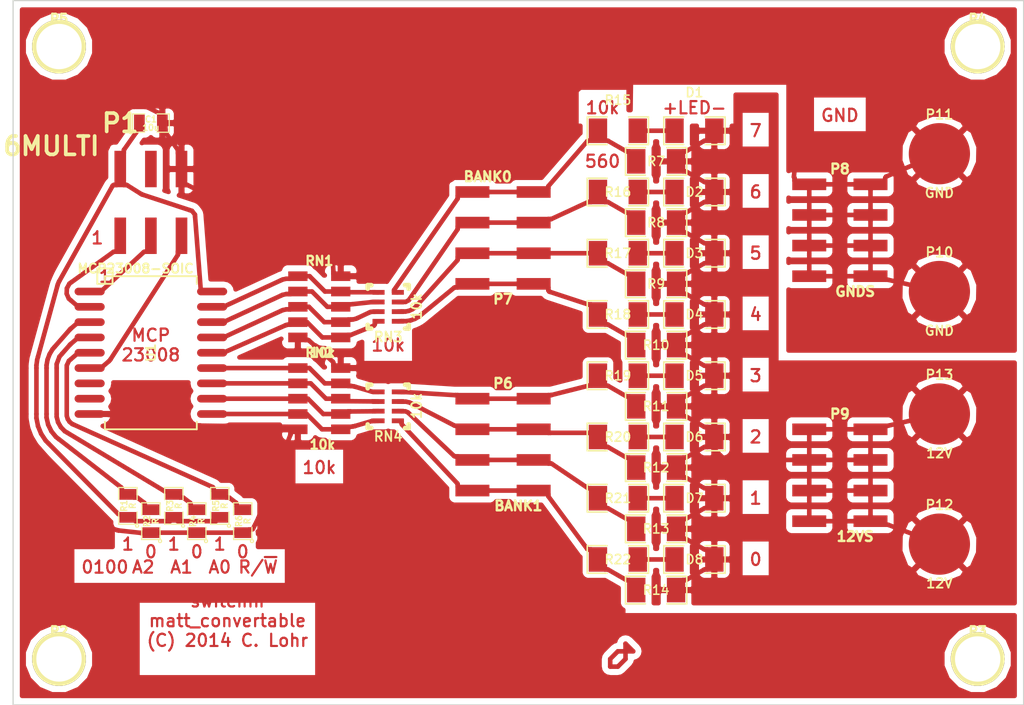
<source format=kicad_pcb>
(kicad_pcb (version 3) (host pcbnew "(2013-jul-07)-stable")

  (general
    (links 121)
    (no_connects 0)
    (area 45.8978 42.494999 132.130001 101.015001)
    (thickness 1.6)
    (drawings 34)
    (tracks 1061)
    (zones 0)
    (modules 49)
    (nets 35)
  )

  (page A3)
  (layers
    (15 F.Cu signal)
    (0 B.Cu signal)
    (16 B.Adhes user)
    (17 F.Adhes user)
    (18 B.Paste user)
    (19 F.Paste user)
    (20 B.SilkS user)
    (21 F.SilkS user)
    (22 B.Mask user)
    (23 F.Mask user)
    (24 Dwgs.User user)
    (25 Cmts.User user)
    (26 Eco1.User user)
    (27 Eco2.User user)
    (28 Edge.Cuts user)
  )

  (setup
    (last_trace_width 0.381)
    (trace_clearance 0.3048)
    (zone_clearance 0.508)
    (zone_45_only no)
    (trace_min 0.254)
    (segment_width 0.2)
    (edge_width 0.1)
    (via_size 0.889)
    (via_drill 0.635)
    (via_min_size 0.889)
    (via_min_drill 0.508)
    (uvia_size 0.508)
    (uvia_drill 0.127)
    (uvias_allowed no)
    (uvia_min_size 0.508)
    (uvia_min_drill 0.127)
    (pcb_text_width 0.1778)
    (pcb_text_size 1.016 1.016)
    (mod_edge_width 0.15)
    (mod_text_size 1 1)
    (mod_text_width 0.15)
    (pad_size 1.5 1.5)
    (pad_drill 0.6)
    (pad_to_mask_clearance 0)
    (aux_axis_origin 0 0)
    (visible_elements FFFFFFBF)
    (pcbplotparams
      (layerselection 32768)
      (usegerberextensions false)
      (excludeedgelayer false)
      (linewidth 0.150000)
      (plotframeref false)
      (viasonmask false)
      (mode 1)
      (useauxorigin false)
      (hpglpennumber 1)
      (hpglpenspeed 20)
      (hpglpendiameter 15)
      (hpglpenoverlay 2)
      (psnegative false)
      (psa4output false)
      (plotreference true)
      (plotvalue true)
      (plotothertext true)
      (plotinvisibletext false)
      (padsonsilk false)
      (subtractmaskfromsilk false)
      (outputformat 2)
      (mirror false)
      (drillshape 0)
      (scaleselection 1)
      (outputdirectory ""))
  )

  (net 0 "")
  (net 1 +12V)
  (net 2 +5V)
  (net 3 GND)
  (net 4 N-000001)
  (net 5 N-0000010)
  (net 6 N-0000011)
  (net 7 N-0000012)
  (net 8 N-0000013)
  (net 9 N-0000014)
  (net 10 N-0000015)
  (net 11 N-0000016)
  (net 12 N-0000019)
  (net 13 N-000002)
  (net 14 N-0000020)
  (net 15 N-0000021)
  (net 16 N-0000023)
  (net 17 N-0000025)
  (net 18 N-0000026)
  (net 19 N-0000027)
  (net 20 N-000003)
  (net 21 N-0000030)
  (net 22 N-0000031)
  (net 23 N-0000032)
  (net 24 N-0000033)
  (net 25 N-0000034)
  (net 26 N-0000035)
  (net 27 N-0000036)
  (net 28 N-0000037)
  (net 29 N-000004)
  (net 30 N-000005)
  (net 31 N-000006)
  (net 32 N-000007)
  (net 33 N-000008)
  (net 34 N-000009)

  (net_class Default "This is the default net class."
    (clearance 0.3048)
    (trace_width 0.381)
    (via_dia 0.889)
    (via_drill 0.635)
    (uvia_dia 0.508)
    (uvia_drill 0.127)
    (add_net "")
    (add_net +12V)
    (add_net +5V)
    (add_net GND)
    (add_net N-000001)
    (add_net N-0000010)
    (add_net N-0000011)
    (add_net N-0000012)
    (add_net N-0000013)
    (add_net N-0000014)
    (add_net N-0000015)
    (add_net N-0000016)
    (add_net N-0000019)
    (add_net N-000002)
    (add_net N-0000020)
    (add_net N-0000021)
    (add_net N-0000023)
    (add_net N-0000025)
    (add_net N-0000026)
    (add_net N-0000027)
    (add_net N-000003)
    (add_net N-0000030)
    (add_net N-0000031)
    (add_net N-0000032)
    (add_net N-0000033)
    (add_net N-0000034)
    (add_net N-0000035)
    (add_net N-0000036)
    (add_net N-0000037)
    (add_net N-000004)
    (add_net N-000005)
    (add_net N-000006)
    (add_net N-000007)
    (add_net N-000008)
    (add_net N-000009)
  )

  (module SOIC18-750 (layer F.Cu) (tedit 54B8047C) (tstamp 54B85F69)
    (at 59.69 71.755)
    (path /54B84ECF)
    (fp_text reference U1 (at 0 0 90) (layer F.SilkS)
      (effects (font (size 0.762 0.762) (thickness 0.15748)))
    )
    (fp_text value MCP23008-SOIC (at -1.27 -6.985) (layer F.SilkS)
      (effects (font (size 0.762 0.762) (thickness 0.15748)))
    )
    (fp_line (start -3.175 -5.715) (end -3.175 -6.35) (layer F.SilkS) (width 0.15))
    (fp_line (start -3.175 -6.35) (end -3.175 -5.715) (layer F.SilkS) (width 0.15))
    (fp_line (start -3.175 -5.715) (end -3.81 -5.715) (layer F.SilkS) (width 0.15))
    (fp_line (start -3.81 -5.715) (end -4.445 -5.715) (layer F.SilkS) (width 0.15))
    (fp_line (start -4.445 -5.715) (end -4.445 -6.985) (layer F.SilkS) (width 0.15))
    (fp_line (start -4.445 -6.985) (end -3.175 -6.985) (layer F.SilkS) (width 0.15))
    (fp_line (start -3.175 -6.985) (end -3.175 -6.35) (layer F.SilkS) (width 0.15))
    (fp_line (start -3.81 5.715) (end -3.81 6.35) (layer F.SilkS) (width 0.15))
    (fp_line (start -3.81 6.35) (end 3.81 6.35) (layer F.SilkS) (width 0.15))
    (fp_line (start 3.81 6.35) (end 3.81 5.715) (layer F.SilkS) (width 0.15))
    (fp_line (start -3.81 -6.35) (end -3.81 -5.715) (layer F.SilkS) (width 0.15))
    (fp_line (start -3.81 -6.35) (end 3.81 -6.35) (layer F.SilkS) (width 0.15))
    (fp_line (start 3.81 -6.35) (end 3.81 -5.715) (layer F.SilkS) (width 0.15))
    (pad 1 smd oval (at -5.08 -5.08) (size 2.5 0.635)
      (layers F.Cu F.Paste F.Mask)
      (net 16 N-0000023)
    )
    (pad 2 smd oval (at -5.08 -3.81) (size 2.5 0.635)
      (layers F.Cu F.Paste F.Mask)
      (net 22 N-0000031)
    )
    (pad 3 smd oval (at -5.08 -2.54) (size 2.5 0.635)
      (layers F.Cu F.Paste F.Mask)
      (net 27 N-0000036)
    )
    (pad 4 smd oval (at -5.08 -1.27) (size 2.5 0.635)
      (layers F.Cu F.Paste F.Mask)
      (net 28 N-0000037)
    )
    (pad 5 smd oval (at -5.08 0) (size 2.5 0.635)
      (layers F.Cu F.Paste F.Mask)
      (net 26 N-0000035)
    )
    (pad 6 smd oval (at -5.08 1.27) (size 2.5 0.635)
      (layers F.Cu F.Paste F.Mask)
      (net 21 N-0000030)
    )
    (pad 7 smd oval (at -5.08 2.54) (size 2.5 0.635)
      (layers F.Cu F.Paste F.Mask)
    )
    (pad 8 smd oval (at -5.08 3.81) (size 2.5 0.635)
      (layers F.Cu F.Paste F.Mask)
    )
    (pad 9 smd oval (at -5.08 5.08) (size 2.5 0.635)
      (layers F.Cu F.Paste F.Mask)
      (net 3 GND)
    )
    (pad 10 smd oval (at 5.08 5.08) (size 2.5 0.635)
      (layers F.Cu F.Paste F.Mask)
      (net 19 N-0000027)
    )
    (pad 11 smd oval (at 5.08 3.81) (size 2.5 0.635)
      (layers F.Cu F.Paste F.Mask)
      (net 14 N-0000020)
    )
    (pad 12 smd oval (at 5.08 2.54) (size 2.5 0.635)
      (layers F.Cu F.Paste F.Mask)
      (net 18 N-0000026)
    )
    (pad 13 smd oval (at 5.08 1.27) (size 2.5 0.635)
      (layers F.Cu F.Paste F.Mask)
      (net 15 N-0000021)
    )
    (pad 14 smd oval (at 5.08 0) (size 2.5 0.635)
      (layers F.Cu F.Paste F.Mask)
      (net 17 N-0000025)
    )
    (pad 15 smd oval (at 5.08 -1.27) (size 2.5 0.635)
      (layers F.Cu F.Paste F.Mask)
      (net 23 N-0000032)
    )
    (pad 16 smd oval (at 5.08 -2.54) (size 2.5 0.635)
      (layers F.Cu F.Paste F.Mask)
      (net 24 N-0000033)
    )
    (pad 17 smd oval (at 5.08 -3.81) (size 2.5 0.635)
      (layers F.Cu F.Paste F.Mask)
      (net 25 N-0000034)
    )
    (pad 18 smd oval (at 5.08 -5.08) (size 2.5 0.635)
      (layers F.Cu F.Paste F.Mask)
      (net 2 +5V)
    )
  )

  (module SM1206 (layer F.Cu) (tedit 42806E24) (tstamp 54B85F75)
    (at 101.6 76.2)
    (path /54B85FE7)
    (attr smd)
    (fp_text reference R11 (at 0 0) (layer F.SilkS)
      (effects (font (size 0.762 0.762) (thickness 0.127)))
    )
    (fp_text value 560 (at 0 0) (layer F.SilkS) hide
      (effects (font (size 0.762 0.762) (thickness 0.127)))
    )
    (fp_line (start -2.54 -1.143) (end -2.54 1.143) (layer F.SilkS) (width 0.127))
    (fp_line (start -2.54 1.143) (end -0.889 1.143) (layer F.SilkS) (width 0.127))
    (fp_line (start 0.889 -1.143) (end 2.54 -1.143) (layer F.SilkS) (width 0.127))
    (fp_line (start 2.54 -1.143) (end 2.54 1.143) (layer F.SilkS) (width 0.127))
    (fp_line (start 2.54 1.143) (end 0.889 1.143) (layer F.SilkS) (width 0.127))
    (fp_line (start -0.889 -1.143) (end -2.54 -1.143) (layer F.SilkS) (width 0.127))
    (pad 1 smd rect (at -1.651 0) (size 1.524 2.032)
      (layers F.Cu F.Paste F.Mask)
      (net 11 N-0000016)
    )
    (pad 2 smd rect (at 1.651 0) (size 1.524 2.032)
      (layers F.Cu F.Paste F.Mask)
      (net 1 +12V)
    )
    (model smd/chip_cms.wrl
      (at (xyz 0 0 0))
      (scale (xyz 0.17 0.16 0.16))
      (rotate (xyz 0 0 0))
    )
  )

  (module SM1206 (layer F.Cu) (tedit 42806E24) (tstamp 54B85F81)
    (at 98.425 78.74 180)
    (path /54B86C7D)
    (attr smd)
    (fp_text reference R20 (at 0 0 180) (layer F.SilkS)
      (effects (font (size 0.762 0.762) (thickness 0.127)))
    )
    (fp_text value 10k (at 0 0 180) (layer F.SilkS) hide
      (effects (font (size 0.762 0.762) (thickness 0.127)))
    )
    (fp_line (start -2.54 -1.143) (end -2.54 1.143) (layer F.SilkS) (width 0.127))
    (fp_line (start -2.54 1.143) (end -0.889 1.143) (layer F.SilkS) (width 0.127))
    (fp_line (start 0.889 -1.143) (end 2.54 -1.143) (layer F.SilkS) (width 0.127))
    (fp_line (start 2.54 -1.143) (end 2.54 1.143) (layer F.SilkS) (width 0.127))
    (fp_line (start 2.54 1.143) (end 0.889 1.143) (layer F.SilkS) (width 0.127))
    (fp_line (start -0.889 -1.143) (end -2.54 -1.143) (layer F.SilkS) (width 0.127))
    (pad 1 smd rect (at -1.651 0 180) (size 1.524 2.032)
      (layers F.Cu F.Paste F.Mask)
      (net 32 N-000007)
    )
    (pad 2 smd rect (at 1.651 0 180) (size 1.524 2.032)
      (layers F.Cu F.Paste F.Mask)
      (net 10 N-0000015)
    )
    (model smd/chip_cms.wrl
      (at (xyz 0 0 0))
      (scale (xyz 0.17 0.16 0.16))
      (rotate (xyz 0 0 0))
    )
  )

  (module SM1206 (layer F.Cu) (tedit 42806E24) (tstamp 54B85F8D)
    (at 101.6 81.28)
    (path /54B85FF6)
    (attr smd)
    (fp_text reference R12 (at 0 0) (layer F.SilkS)
      (effects (font (size 0.762 0.762) (thickness 0.127)))
    )
    (fp_text value 560 (at 0 0) (layer F.SilkS) hide
      (effects (font (size 0.762 0.762) (thickness 0.127)))
    )
    (fp_line (start -2.54 -1.143) (end -2.54 1.143) (layer F.SilkS) (width 0.127))
    (fp_line (start -2.54 1.143) (end -0.889 1.143) (layer F.SilkS) (width 0.127))
    (fp_line (start 0.889 -1.143) (end 2.54 -1.143) (layer F.SilkS) (width 0.127))
    (fp_line (start 2.54 -1.143) (end 2.54 1.143) (layer F.SilkS) (width 0.127))
    (fp_line (start 2.54 1.143) (end 0.889 1.143) (layer F.SilkS) (width 0.127))
    (fp_line (start -0.889 -1.143) (end -2.54 -1.143) (layer F.SilkS) (width 0.127))
    (pad 1 smd rect (at -1.651 0) (size 1.524 2.032)
      (layers F.Cu F.Paste F.Mask)
      (net 10 N-0000015)
    )
    (pad 2 smd rect (at 1.651 0) (size 1.524 2.032)
      (layers F.Cu F.Paste F.Mask)
      (net 1 +12V)
    )
    (model smd/chip_cms.wrl
      (at (xyz 0 0 0))
      (scale (xyz 0.17 0.16 0.16))
      (rotate (xyz 0 0 0))
    )
  )

  (module SM1206 (layer F.Cu) (tedit 42806E24) (tstamp 54B85F99)
    (at 101.6 86.36)
    (path /54B85FFC)
    (attr smd)
    (fp_text reference R13 (at 0 0) (layer F.SilkS)
      (effects (font (size 0.762 0.762) (thickness 0.127)))
    )
    (fp_text value 560 (at 0 0) (layer F.SilkS) hide
      (effects (font (size 0.762 0.762) (thickness 0.127)))
    )
    (fp_line (start -2.54 -1.143) (end -2.54 1.143) (layer F.SilkS) (width 0.127))
    (fp_line (start -2.54 1.143) (end -0.889 1.143) (layer F.SilkS) (width 0.127))
    (fp_line (start 0.889 -1.143) (end 2.54 -1.143) (layer F.SilkS) (width 0.127))
    (fp_line (start 2.54 -1.143) (end 2.54 1.143) (layer F.SilkS) (width 0.127))
    (fp_line (start 2.54 1.143) (end 0.889 1.143) (layer F.SilkS) (width 0.127))
    (fp_line (start -0.889 -1.143) (end -2.54 -1.143) (layer F.SilkS) (width 0.127))
    (pad 1 smd rect (at -1.651 0) (size 1.524 2.032)
      (layers F.Cu F.Paste F.Mask)
      (net 9 N-0000014)
    )
    (pad 2 smd rect (at 1.651 0) (size 1.524 2.032)
      (layers F.Cu F.Paste F.Mask)
      (net 1 +12V)
    )
    (model smd/chip_cms.wrl
      (at (xyz 0 0 0))
      (scale (xyz 0.17 0.16 0.16))
      (rotate (xyz 0 0 0))
    )
  )

  (module SM1206 (layer F.Cu) (tedit 42806E24) (tstamp 54B85FA5)
    (at 101.6 91.44)
    (path /54B86002)
    (attr smd)
    (fp_text reference R14 (at 0 0) (layer F.SilkS)
      (effects (font (size 0.762 0.762) (thickness 0.127)))
    )
    (fp_text value 560 (at 0 0) (layer F.SilkS) hide
      (effects (font (size 0.762 0.762) (thickness 0.127)))
    )
    (fp_line (start -2.54 -1.143) (end -2.54 1.143) (layer F.SilkS) (width 0.127))
    (fp_line (start -2.54 1.143) (end -0.889 1.143) (layer F.SilkS) (width 0.127))
    (fp_line (start 0.889 -1.143) (end 2.54 -1.143) (layer F.SilkS) (width 0.127))
    (fp_line (start 2.54 -1.143) (end 2.54 1.143) (layer F.SilkS) (width 0.127))
    (fp_line (start 2.54 1.143) (end 0.889 1.143) (layer F.SilkS) (width 0.127))
    (fp_line (start -0.889 -1.143) (end -2.54 -1.143) (layer F.SilkS) (width 0.127))
    (pad 1 smd rect (at -1.651 0) (size 1.524 2.032)
      (layers F.Cu F.Paste F.Mask)
      (net 8 N-0000013)
    )
    (pad 2 smd rect (at 1.651 0) (size 1.524 2.032)
      (layers F.Cu F.Paste F.Mask)
      (net 1 +12V)
    )
    (model smd/chip_cms.wrl
      (at (xyz 0 0 0))
      (scale (xyz 0.17 0.16 0.16))
      (rotate (xyz 0 0 0))
    )
  )

  (module SM1206 (layer F.Cu) (tedit 54B85F43) (tstamp 54B85FB1)
    (at 104.775 53.34 180)
    (path /54B86970)
    (attr smd)
    (fp_text reference D1 (at 0 3.175 180) (layer F.SilkS)
      (effects (font (size 0.762 0.762) (thickness 0.127)))
    )
    (fp_text value LED (at 0 0 180) (layer F.SilkS) hide
      (effects (font (size 0.762 0.762) (thickness 0.127)))
    )
    (fp_line (start -2.54 -1.143) (end -2.54 1.143) (layer F.SilkS) (width 0.127))
    (fp_line (start -2.54 1.143) (end -0.889 1.143) (layer F.SilkS) (width 0.127))
    (fp_line (start 0.889 -1.143) (end 2.54 -1.143) (layer F.SilkS) (width 0.127))
    (fp_line (start 2.54 -1.143) (end 2.54 1.143) (layer F.SilkS) (width 0.127))
    (fp_line (start 2.54 1.143) (end 0.889 1.143) (layer F.SilkS) (width 0.127))
    (fp_line (start -0.889 -1.143) (end -2.54 -1.143) (layer F.SilkS) (width 0.127))
    (pad 1 smd rect (at -1.651 0 180) (size 1.524 2.032)
      (layers F.Cu F.Paste F.Mask)
      (net 1 +12V)
    )
    (pad 2 smd rect (at 1.651 0 180) (size 1.524 2.032)
      (layers F.Cu F.Paste F.Mask)
      (net 29 N-000004)
    )
    (model smd/chip_cms.wrl
      (at (xyz 0 0 0))
      (scale (xyz 0.17 0.16 0.16))
      (rotate (xyz 0 0 0))
    )
  )

  (module SM1206 (layer F.Cu) (tedit 54B85F41) (tstamp 54B85FBD)
    (at 98.425 53.34 180)
    (path /54B8698F)
    (attr smd)
    (fp_text reference R15 (at 0 2.54 180) (layer F.SilkS)
      (effects (font (size 0.762 0.762) (thickness 0.127)))
    )
    (fp_text value 10k (at 0 0 180) (layer F.SilkS) hide
      (effects (font (size 0.762 0.762) (thickness 0.127)))
    )
    (fp_line (start -2.54 -1.143) (end -2.54 1.143) (layer F.SilkS) (width 0.127))
    (fp_line (start -2.54 1.143) (end -0.889 1.143) (layer F.SilkS) (width 0.127))
    (fp_line (start 0.889 -1.143) (end 2.54 -1.143) (layer F.SilkS) (width 0.127))
    (fp_line (start 2.54 -1.143) (end 2.54 1.143) (layer F.SilkS) (width 0.127))
    (fp_line (start 2.54 1.143) (end 0.889 1.143) (layer F.SilkS) (width 0.127))
    (fp_line (start -0.889 -1.143) (end -2.54 -1.143) (layer F.SilkS) (width 0.127))
    (pad 1 smd rect (at -1.651 0 180) (size 1.524 2.032)
      (layers F.Cu F.Paste F.Mask)
      (net 29 N-000004)
    )
    (pad 2 smd rect (at 1.651 0 180) (size 1.524 2.032)
      (layers F.Cu F.Paste F.Mask)
      (net 7 N-0000012)
    )
    (model smd/chip_cms.wrl
      (at (xyz 0 0 0))
      (scale (xyz 0.17 0.16 0.16))
      (rotate (xyz 0 0 0))
    )
  )

  (module SM1206 (layer F.Cu) (tedit 42806E24) (tstamp 54B85FC9)
    (at 104.775 58.42 180)
    (path /54B86B28)
    (attr smd)
    (fp_text reference D2 (at 0 0 180) (layer F.SilkS)
      (effects (font (size 0.762 0.762) (thickness 0.127)))
    )
    (fp_text value LED (at 0 0 180) (layer F.SilkS) hide
      (effects (font (size 0.762 0.762) (thickness 0.127)))
    )
    (fp_line (start -2.54 -1.143) (end -2.54 1.143) (layer F.SilkS) (width 0.127))
    (fp_line (start -2.54 1.143) (end -0.889 1.143) (layer F.SilkS) (width 0.127))
    (fp_line (start 0.889 -1.143) (end 2.54 -1.143) (layer F.SilkS) (width 0.127))
    (fp_line (start 2.54 -1.143) (end 2.54 1.143) (layer F.SilkS) (width 0.127))
    (fp_line (start 2.54 1.143) (end 0.889 1.143) (layer F.SilkS) (width 0.127))
    (fp_line (start -0.889 -1.143) (end -2.54 -1.143) (layer F.SilkS) (width 0.127))
    (pad 1 smd rect (at -1.651 0 180) (size 1.524 2.032)
      (layers F.Cu F.Paste F.Mask)
      (net 1 +12V)
    )
    (pad 2 smd rect (at 1.651 0 180) (size 1.524 2.032)
      (layers F.Cu F.Paste F.Mask)
      (net 6 N-0000011)
    )
    (model smd/chip_cms.wrl
      (at (xyz 0 0 0))
      (scale (xyz 0.17 0.16 0.16))
      (rotate (xyz 0 0 0))
    )
  )

  (module SM1206 (layer F.Cu) (tedit 42806E24) (tstamp 54B85FD5)
    (at 98.425 58.42 180)
    (path /54B86B2E)
    (attr smd)
    (fp_text reference R16 (at 0 0 180) (layer F.SilkS)
      (effects (font (size 0.762 0.762) (thickness 0.127)))
    )
    (fp_text value 10k (at 0 0 180) (layer F.SilkS) hide
      (effects (font (size 0.762 0.762) (thickness 0.127)))
    )
    (fp_line (start -2.54 -1.143) (end -2.54 1.143) (layer F.SilkS) (width 0.127))
    (fp_line (start -2.54 1.143) (end -0.889 1.143) (layer F.SilkS) (width 0.127))
    (fp_line (start 0.889 -1.143) (end 2.54 -1.143) (layer F.SilkS) (width 0.127))
    (fp_line (start 2.54 -1.143) (end 2.54 1.143) (layer F.SilkS) (width 0.127))
    (fp_line (start 2.54 1.143) (end 0.889 1.143) (layer F.SilkS) (width 0.127))
    (fp_line (start -0.889 -1.143) (end -2.54 -1.143) (layer F.SilkS) (width 0.127))
    (pad 1 smd rect (at -1.651 0 180) (size 1.524 2.032)
      (layers F.Cu F.Paste F.Mask)
      (net 6 N-0000011)
    )
    (pad 2 smd rect (at 1.651 0 180) (size 1.524 2.032)
      (layers F.Cu F.Paste F.Mask)
      (net 20 N-000003)
    )
    (model smd/chip_cms.wrl
      (at (xyz 0 0 0))
      (scale (xyz 0.17 0.16 0.16))
      (rotate (xyz 0 0 0))
    )
  )

  (module SM1206 (layer F.Cu) (tedit 42806E24) (tstamp 54B85FE1)
    (at 104.775 63.5 180)
    (path /54B86B35)
    (attr smd)
    (fp_text reference D3 (at 0 0 180) (layer F.SilkS)
      (effects (font (size 0.762 0.762) (thickness 0.127)))
    )
    (fp_text value LED (at 0 0 180) (layer F.SilkS) hide
      (effects (font (size 0.762 0.762) (thickness 0.127)))
    )
    (fp_line (start -2.54 -1.143) (end -2.54 1.143) (layer F.SilkS) (width 0.127))
    (fp_line (start -2.54 1.143) (end -0.889 1.143) (layer F.SilkS) (width 0.127))
    (fp_line (start 0.889 -1.143) (end 2.54 -1.143) (layer F.SilkS) (width 0.127))
    (fp_line (start 2.54 -1.143) (end 2.54 1.143) (layer F.SilkS) (width 0.127))
    (fp_line (start 2.54 1.143) (end 0.889 1.143) (layer F.SilkS) (width 0.127))
    (fp_line (start -0.889 -1.143) (end -2.54 -1.143) (layer F.SilkS) (width 0.127))
    (pad 1 smd rect (at -1.651 0 180) (size 1.524 2.032)
      (layers F.Cu F.Paste F.Mask)
      (net 1 +12V)
    )
    (pad 2 smd rect (at 1.651 0 180) (size 1.524 2.032)
      (layers F.Cu F.Paste F.Mask)
      (net 5 N-0000010)
    )
    (model smd/chip_cms.wrl
      (at (xyz 0 0 0))
      (scale (xyz 0.17 0.16 0.16))
      (rotate (xyz 0 0 0))
    )
  )

  (module SM1206 (layer F.Cu) (tedit 42806E24) (tstamp 54B85FED)
    (at 98.425 63.5 180)
    (path /54B86B3B)
    (attr smd)
    (fp_text reference R17 (at 0 0 180) (layer F.SilkS)
      (effects (font (size 0.762 0.762) (thickness 0.127)))
    )
    (fp_text value 10k (at 0 0 180) (layer F.SilkS) hide
      (effects (font (size 0.762 0.762) (thickness 0.127)))
    )
    (fp_line (start -2.54 -1.143) (end -2.54 1.143) (layer F.SilkS) (width 0.127))
    (fp_line (start -2.54 1.143) (end -0.889 1.143) (layer F.SilkS) (width 0.127))
    (fp_line (start 0.889 -1.143) (end 2.54 -1.143) (layer F.SilkS) (width 0.127))
    (fp_line (start 2.54 -1.143) (end 2.54 1.143) (layer F.SilkS) (width 0.127))
    (fp_line (start 2.54 1.143) (end 0.889 1.143) (layer F.SilkS) (width 0.127))
    (fp_line (start -0.889 -1.143) (end -2.54 -1.143) (layer F.SilkS) (width 0.127))
    (pad 1 smd rect (at -1.651 0 180) (size 1.524 2.032)
      (layers F.Cu F.Paste F.Mask)
      (net 5 N-0000010)
    )
    (pad 2 smd rect (at 1.651 0 180) (size 1.524 2.032)
      (layers F.Cu F.Paste F.Mask)
      (net 13 N-000002)
    )
    (model smd/chip_cms.wrl
      (at (xyz 0 0 0))
      (scale (xyz 0.17 0.16 0.16))
      (rotate (xyz 0 0 0))
    )
  )

  (module SM1206 (layer F.Cu) (tedit 42806E24) (tstamp 54B85FF9)
    (at 104.775 68.58 180)
    (path /54B86B42)
    (attr smd)
    (fp_text reference D4 (at 0 0 180) (layer F.SilkS)
      (effects (font (size 0.762 0.762) (thickness 0.127)))
    )
    (fp_text value LED (at 0 0 180) (layer F.SilkS) hide
      (effects (font (size 0.762 0.762) (thickness 0.127)))
    )
    (fp_line (start -2.54 -1.143) (end -2.54 1.143) (layer F.SilkS) (width 0.127))
    (fp_line (start -2.54 1.143) (end -0.889 1.143) (layer F.SilkS) (width 0.127))
    (fp_line (start 0.889 -1.143) (end 2.54 -1.143) (layer F.SilkS) (width 0.127))
    (fp_line (start 2.54 -1.143) (end 2.54 1.143) (layer F.SilkS) (width 0.127))
    (fp_line (start 2.54 1.143) (end 0.889 1.143) (layer F.SilkS) (width 0.127))
    (fp_line (start -0.889 -1.143) (end -2.54 -1.143) (layer F.SilkS) (width 0.127))
    (pad 1 smd rect (at -1.651 0 180) (size 1.524 2.032)
      (layers F.Cu F.Paste F.Mask)
      (net 1 +12V)
    )
    (pad 2 smd rect (at 1.651 0 180) (size 1.524 2.032)
      (layers F.Cu F.Paste F.Mask)
      (net 34 N-000009)
    )
    (model smd/chip_cms.wrl
      (at (xyz 0 0 0))
      (scale (xyz 0.17 0.16 0.16))
      (rotate (xyz 0 0 0))
    )
  )

  (module SM1206 (layer F.Cu) (tedit 42806E24) (tstamp 54B86005)
    (at 98.425 68.58 180)
    (path /54B86B48)
    (attr smd)
    (fp_text reference R18 (at 0 0 180) (layer F.SilkS)
      (effects (font (size 0.762 0.762) (thickness 0.127)))
    )
    (fp_text value 10k (at 0 0 180) (layer F.SilkS) hide
      (effects (font (size 0.762 0.762) (thickness 0.127)))
    )
    (fp_line (start -2.54 -1.143) (end -2.54 1.143) (layer F.SilkS) (width 0.127))
    (fp_line (start -2.54 1.143) (end -0.889 1.143) (layer F.SilkS) (width 0.127))
    (fp_line (start 0.889 -1.143) (end 2.54 -1.143) (layer F.SilkS) (width 0.127))
    (fp_line (start 2.54 -1.143) (end 2.54 1.143) (layer F.SilkS) (width 0.127))
    (fp_line (start 2.54 1.143) (end 0.889 1.143) (layer F.SilkS) (width 0.127))
    (fp_line (start -0.889 -1.143) (end -2.54 -1.143) (layer F.SilkS) (width 0.127))
    (pad 1 smd rect (at -1.651 0 180) (size 1.524 2.032)
      (layers F.Cu F.Paste F.Mask)
      (net 34 N-000009)
    )
    (pad 2 smd rect (at 1.651 0 180) (size 1.524 2.032)
      (layers F.Cu F.Paste F.Mask)
      (net 4 N-000001)
    )
    (model smd/chip_cms.wrl
      (at (xyz 0 0 0))
      (scale (xyz 0.17 0.16 0.16))
      (rotate (xyz 0 0 0))
    )
  )

  (module SM1206 (layer F.Cu) (tedit 42806E24) (tstamp 54B86011)
    (at 104.775 73.66 180)
    (path /54B86C69)
    (attr smd)
    (fp_text reference D5 (at 0 0 180) (layer F.SilkS)
      (effects (font (size 0.762 0.762) (thickness 0.127)))
    )
    (fp_text value LED (at 0 0 180) (layer F.SilkS) hide
      (effects (font (size 0.762 0.762) (thickness 0.127)))
    )
    (fp_line (start -2.54 -1.143) (end -2.54 1.143) (layer F.SilkS) (width 0.127))
    (fp_line (start -2.54 1.143) (end -0.889 1.143) (layer F.SilkS) (width 0.127))
    (fp_line (start 0.889 -1.143) (end 2.54 -1.143) (layer F.SilkS) (width 0.127))
    (fp_line (start 2.54 -1.143) (end 2.54 1.143) (layer F.SilkS) (width 0.127))
    (fp_line (start 2.54 1.143) (end 0.889 1.143) (layer F.SilkS) (width 0.127))
    (fp_line (start -0.889 -1.143) (end -2.54 -1.143) (layer F.SilkS) (width 0.127))
    (pad 1 smd rect (at -1.651 0 180) (size 1.524 2.032)
      (layers F.Cu F.Paste F.Mask)
      (net 1 +12V)
    )
    (pad 2 smd rect (at 1.651 0 180) (size 1.524 2.032)
      (layers F.Cu F.Paste F.Mask)
      (net 33 N-000008)
    )
    (model smd/chip_cms.wrl
      (at (xyz 0 0 0))
      (scale (xyz 0.17 0.16 0.16))
      (rotate (xyz 0 0 0))
    )
  )

  (module SM1206 (layer F.Cu) (tedit 42806E24) (tstamp 54B8601D)
    (at 98.425 73.66 180)
    (path /54B86C6F)
    (attr smd)
    (fp_text reference R19 (at 0 0 180) (layer F.SilkS)
      (effects (font (size 0.762 0.762) (thickness 0.127)))
    )
    (fp_text value 10k (at 0 0 180) (layer F.SilkS) hide
      (effects (font (size 0.762 0.762) (thickness 0.127)))
    )
    (fp_line (start -2.54 -1.143) (end -2.54 1.143) (layer F.SilkS) (width 0.127))
    (fp_line (start -2.54 1.143) (end -0.889 1.143) (layer F.SilkS) (width 0.127))
    (fp_line (start 0.889 -1.143) (end 2.54 -1.143) (layer F.SilkS) (width 0.127))
    (fp_line (start 2.54 -1.143) (end 2.54 1.143) (layer F.SilkS) (width 0.127))
    (fp_line (start 2.54 1.143) (end 0.889 1.143) (layer F.SilkS) (width 0.127))
    (fp_line (start -0.889 -1.143) (end -2.54 -1.143) (layer F.SilkS) (width 0.127))
    (pad 1 smd rect (at -1.651 0 180) (size 1.524 2.032)
      (layers F.Cu F.Paste F.Mask)
      (net 33 N-000008)
    )
    (pad 2 smd rect (at 1.651 0 180) (size 1.524 2.032)
      (layers F.Cu F.Paste F.Mask)
      (net 11 N-0000016)
    )
    (model smd/chip_cms.wrl
      (at (xyz 0 0 0))
      (scale (xyz 0.17 0.16 0.16))
      (rotate (xyz 0 0 0))
    )
  )

  (module SM1206 (layer F.Cu) (tedit 42806E24) (tstamp 54B86029)
    (at 104.775 78.74 180)
    (path /54B86C77)
    (attr smd)
    (fp_text reference D6 (at 0 0 180) (layer F.SilkS)
      (effects (font (size 0.762 0.762) (thickness 0.127)))
    )
    (fp_text value LED (at 0 0 180) (layer F.SilkS) hide
      (effects (font (size 0.762 0.762) (thickness 0.127)))
    )
    (fp_line (start -2.54 -1.143) (end -2.54 1.143) (layer F.SilkS) (width 0.127))
    (fp_line (start -2.54 1.143) (end -0.889 1.143) (layer F.SilkS) (width 0.127))
    (fp_line (start 0.889 -1.143) (end 2.54 -1.143) (layer F.SilkS) (width 0.127))
    (fp_line (start 2.54 -1.143) (end 2.54 1.143) (layer F.SilkS) (width 0.127))
    (fp_line (start 2.54 1.143) (end 0.889 1.143) (layer F.SilkS) (width 0.127))
    (fp_line (start -0.889 -1.143) (end -2.54 -1.143) (layer F.SilkS) (width 0.127))
    (pad 1 smd rect (at -1.651 0 180) (size 1.524 2.032)
      (layers F.Cu F.Paste F.Mask)
      (net 1 +12V)
    )
    (pad 2 smd rect (at 1.651 0 180) (size 1.524 2.032)
      (layers F.Cu F.Paste F.Mask)
      (net 32 N-000007)
    )
    (model smd/chip_cms.wrl
      (at (xyz 0 0 0))
      (scale (xyz 0.17 0.16 0.16))
      (rotate (xyz 0 0 0))
    )
  )

  (module SM1206 (layer F.Cu) (tedit 42806E24) (tstamp 54B86035)
    (at 101.6 71.12)
    (path /54B85B92)
    (attr smd)
    (fp_text reference R10 (at 0 0) (layer F.SilkS)
      (effects (font (size 0.762 0.762) (thickness 0.127)))
    )
    (fp_text value 560 (at 0 0) (layer F.SilkS) hide
      (effects (font (size 0.762 0.762) (thickness 0.127)))
    )
    (fp_line (start -2.54 -1.143) (end -2.54 1.143) (layer F.SilkS) (width 0.127))
    (fp_line (start -2.54 1.143) (end -0.889 1.143) (layer F.SilkS) (width 0.127))
    (fp_line (start 0.889 -1.143) (end 2.54 -1.143) (layer F.SilkS) (width 0.127))
    (fp_line (start 2.54 -1.143) (end 2.54 1.143) (layer F.SilkS) (width 0.127))
    (fp_line (start 2.54 1.143) (end 0.889 1.143) (layer F.SilkS) (width 0.127))
    (fp_line (start -0.889 -1.143) (end -2.54 -1.143) (layer F.SilkS) (width 0.127))
    (pad 1 smd rect (at -1.651 0) (size 1.524 2.032)
      (layers F.Cu F.Paste F.Mask)
      (net 4 N-000001)
    )
    (pad 2 smd rect (at 1.651 0) (size 1.524 2.032)
      (layers F.Cu F.Paste F.Mask)
      (net 1 +12V)
    )
    (model smd/chip_cms.wrl
      (at (xyz 0 0 0))
      (scale (xyz 0.17 0.16 0.16))
      (rotate (xyz 0 0 0))
    )
  )

  (module SM1206 (layer F.Cu) (tedit 42806E24) (tstamp 54B86041)
    (at 101.6 66.04)
    (path /54B85B8C)
    (attr smd)
    (fp_text reference R9 (at 0 0) (layer F.SilkS)
      (effects (font (size 0.762 0.762) (thickness 0.127)))
    )
    (fp_text value 560 (at 0 0) (layer F.SilkS) hide
      (effects (font (size 0.762 0.762) (thickness 0.127)))
    )
    (fp_line (start -2.54 -1.143) (end -2.54 1.143) (layer F.SilkS) (width 0.127))
    (fp_line (start -2.54 1.143) (end -0.889 1.143) (layer F.SilkS) (width 0.127))
    (fp_line (start 0.889 -1.143) (end 2.54 -1.143) (layer F.SilkS) (width 0.127))
    (fp_line (start 2.54 -1.143) (end 2.54 1.143) (layer F.SilkS) (width 0.127))
    (fp_line (start 2.54 1.143) (end 0.889 1.143) (layer F.SilkS) (width 0.127))
    (fp_line (start -0.889 -1.143) (end -2.54 -1.143) (layer F.SilkS) (width 0.127))
    (pad 1 smd rect (at -1.651 0) (size 1.524 2.032)
      (layers F.Cu F.Paste F.Mask)
      (net 13 N-000002)
    )
    (pad 2 smd rect (at 1.651 0) (size 1.524 2.032)
      (layers F.Cu F.Paste F.Mask)
      (net 1 +12V)
    )
    (model smd/chip_cms.wrl
      (at (xyz 0 0 0))
      (scale (xyz 0.17 0.16 0.16))
      (rotate (xyz 0 0 0))
    )
  )

  (module SM1206 (layer F.Cu) (tedit 42806E24) (tstamp 54B8604D)
    (at 101.6 60.96)
    (path /54B85B86)
    (attr smd)
    (fp_text reference R8 (at 0 0) (layer F.SilkS)
      (effects (font (size 0.762 0.762) (thickness 0.127)))
    )
    (fp_text value 560 (at 0 0) (layer F.SilkS) hide
      (effects (font (size 0.762 0.762) (thickness 0.127)))
    )
    (fp_line (start -2.54 -1.143) (end -2.54 1.143) (layer F.SilkS) (width 0.127))
    (fp_line (start -2.54 1.143) (end -0.889 1.143) (layer F.SilkS) (width 0.127))
    (fp_line (start 0.889 -1.143) (end 2.54 -1.143) (layer F.SilkS) (width 0.127))
    (fp_line (start 2.54 -1.143) (end 2.54 1.143) (layer F.SilkS) (width 0.127))
    (fp_line (start 2.54 1.143) (end 0.889 1.143) (layer F.SilkS) (width 0.127))
    (fp_line (start -0.889 -1.143) (end -2.54 -1.143) (layer F.SilkS) (width 0.127))
    (pad 1 smd rect (at -1.651 0) (size 1.524 2.032)
      (layers F.Cu F.Paste F.Mask)
      (net 20 N-000003)
    )
    (pad 2 smd rect (at 1.651 0) (size 1.524 2.032)
      (layers F.Cu F.Paste F.Mask)
      (net 1 +12V)
    )
    (model smd/chip_cms.wrl
      (at (xyz 0 0 0))
      (scale (xyz 0.17 0.16 0.16))
      (rotate (xyz 0 0 0))
    )
  )

  (module SM1206 (layer F.Cu) (tedit 42806E24) (tstamp 54B86059)
    (at 101.6 55.88)
    (path /54B859DC)
    (attr smd)
    (fp_text reference R7 (at 0 0) (layer F.SilkS)
      (effects (font (size 0.762 0.762) (thickness 0.127)))
    )
    (fp_text value 560 (at 0 0) (layer F.SilkS) hide
      (effects (font (size 0.762 0.762) (thickness 0.127)))
    )
    (fp_line (start -2.54 -1.143) (end -2.54 1.143) (layer F.SilkS) (width 0.127))
    (fp_line (start -2.54 1.143) (end -0.889 1.143) (layer F.SilkS) (width 0.127))
    (fp_line (start 0.889 -1.143) (end 2.54 -1.143) (layer F.SilkS) (width 0.127))
    (fp_line (start 2.54 -1.143) (end 2.54 1.143) (layer F.SilkS) (width 0.127))
    (fp_line (start 2.54 1.143) (end 0.889 1.143) (layer F.SilkS) (width 0.127))
    (fp_line (start -0.889 -1.143) (end -2.54 -1.143) (layer F.SilkS) (width 0.127))
    (pad 1 smd rect (at -1.651 0) (size 1.524 2.032)
      (layers F.Cu F.Paste F.Mask)
      (net 7 N-0000012)
    )
    (pad 2 smd rect (at 1.651 0) (size 1.524 2.032)
      (layers F.Cu F.Paste F.Mask)
      (net 1 +12V)
    )
    (model smd/chip_cms.wrl
      (at (xyz 0 0 0))
      (scale (xyz 0.17 0.16 0.16))
      (rotate (xyz 0 0 0))
    )
  )

  (module SM1206 (layer F.Cu) (tedit 42806E24) (tstamp 54B86065)
    (at 104.775 83.82 180)
    (path /54B86C84)
    (attr smd)
    (fp_text reference D7 (at 0 0 180) (layer F.SilkS)
      (effects (font (size 0.762 0.762) (thickness 0.127)))
    )
    (fp_text value LED (at 0 0 180) (layer F.SilkS) hide
      (effects (font (size 0.762 0.762) (thickness 0.127)))
    )
    (fp_line (start -2.54 -1.143) (end -2.54 1.143) (layer F.SilkS) (width 0.127))
    (fp_line (start -2.54 1.143) (end -0.889 1.143) (layer F.SilkS) (width 0.127))
    (fp_line (start 0.889 -1.143) (end 2.54 -1.143) (layer F.SilkS) (width 0.127))
    (fp_line (start 2.54 -1.143) (end 2.54 1.143) (layer F.SilkS) (width 0.127))
    (fp_line (start 2.54 1.143) (end 0.889 1.143) (layer F.SilkS) (width 0.127))
    (fp_line (start -0.889 -1.143) (end -2.54 -1.143) (layer F.SilkS) (width 0.127))
    (pad 1 smd rect (at -1.651 0 180) (size 1.524 2.032)
      (layers F.Cu F.Paste F.Mask)
      (net 1 +12V)
    )
    (pad 2 smd rect (at 1.651 0 180) (size 1.524 2.032)
      (layers F.Cu F.Paste F.Mask)
      (net 31 N-000006)
    )
    (model smd/chip_cms.wrl
      (at (xyz 0 0 0))
      (scale (xyz 0.17 0.16 0.16))
      (rotate (xyz 0 0 0))
    )
  )

  (module SM1206 (layer F.Cu) (tedit 42806E24) (tstamp 54B86071)
    (at 98.425 83.82 180)
    (path /54B86C8A)
    (attr smd)
    (fp_text reference R21 (at 0 0 180) (layer F.SilkS)
      (effects (font (size 0.762 0.762) (thickness 0.127)))
    )
    (fp_text value 10k (at 0 0 180) (layer F.SilkS) hide
      (effects (font (size 0.762 0.762) (thickness 0.127)))
    )
    (fp_line (start -2.54 -1.143) (end -2.54 1.143) (layer F.SilkS) (width 0.127))
    (fp_line (start -2.54 1.143) (end -0.889 1.143) (layer F.SilkS) (width 0.127))
    (fp_line (start 0.889 -1.143) (end 2.54 -1.143) (layer F.SilkS) (width 0.127))
    (fp_line (start 2.54 -1.143) (end 2.54 1.143) (layer F.SilkS) (width 0.127))
    (fp_line (start 2.54 1.143) (end 0.889 1.143) (layer F.SilkS) (width 0.127))
    (fp_line (start -0.889 -1.143) (end -2.54 -1.143) (layer F.SilkS) (width 0.127))
    (pad 1 smd rect (at -1.651 0 180) (size 1.524 2.032)
      (layers F.Cu F.Paste F.Mask)
      (net 31 N-000006)
    )
    (pad 2 smd rect (at 1.651 0 180) (size 1.524 2.032)
      (layers F.Cu F.Paste F.Mask)
      (net 9 N-0000014)
    )
    (model smd/chip_cms.wrl
      (at (xyz 0 0 0))
      (scale (xyz 0.17 0.16 0.16))
      (rotate (xyz 0 0 0))
    )
  )

  (module SM1206 (layer F.Cu) (tedit 42806E24) (tstamp 54B8607D)
    (at 104.775 88.9 180)
    (path /54B86C91)
    (attr smd)
    (fp_text reference D8 (at 0 0 180) (layer F.SilkS)
      (effects (font (size 0.762 0.762) (thickness 0.127)))
    )
    (fp_text value LED (at 0 0 180) (layer F.SilkS) hide
      (effects (font (size 0.762 0.762) (thickness 0.127)))
    )
    (fp_line (start -2.54 -1.143) (end -2.54 1.143) (layer F.SilkS) (width 0.127))
    (fp_line (start -2.54 1.143) (end -0.889 1.143) (layer F.SilkS) (width 0.127))
    (fp_line (start 0.889 -1.143) (end 2.54 -1.143) (layer F.SilkS) (width 0.127))
    (fp_line (start 2.54 -1.143) (end 2.54 1.143) (layer F.SilkS) (width 0.127))
    (fp_line (start 2.54 1.143) (end 0.889 1.143) (layer F.SilkS) (width 0.127))
    (fp_line (start -0.889 -1.143) (end -2.54 -1.143) (layer F.SilkS) (width 0.127))
    (pad 1 smd rect (at -1.651 0 180) (size 1.524 2.032)
      (layers F.Cu F.Paste F.Mask)
      (net 1 +12V)
    )
    (pad 2 smd rect (at 1.651 0 180) (size 1.524 2.032)
      (layers F.Cu F.Paste F.Mask)
      (net 30 N-000005)
    )
    (model smd/chip_cms.wrl
      (at (xyz 0 0 0))
      (scale (xyz 0.17 0.16 0.16))
      (rotate (xyz 0 0 0))
    )
  )

  (module SM1206 (layer F.Cu) (tedit 42806E24) (tstamp 54B86089)
    (at 98.425 88.9 180)
    (path /54B86C97)
    (attr smd)
    (fp_text reference R22 (at 0 0 180) (layer F.SilkS)
      (effects (font (size 0.762 0.762) (thickness 0.127)))
    )
    (fp_text value 10k (at 0 0 180) (layer F.SilkS) hide
      (effects (font (size 0.762 0.762) (thickness 0.127)))
    )
    (fp_line (start -2.54 -1.143) (end -2.54 1.143) (layer F.SilkS) (width 0.127))
    (fp_line (start -2.54 1.143) (end -0.889 1.143) (layer F.SilkS) (width 0.127))
    (fp_line (start 0.889 -1.143) (end 2.54 -1.143) (layer F.SilkS) (width 0.127))
    (fp_line (start 2.54 -1.143) (end 2.54 1.143) (layer F.SilkS) (width 0.127))
    (fp_line (start 2.54 1.143) (end 0.889 1.143) (layer F.SilkS) (width 0.127))
    (fp_line (start -0.889 -1.143) (end -2.54 -1.143) (layer F.SilkS) (width 0.127))
    (pad 1 smd rect (at -1.651 0 180) (size 1.524 2.032)
      (layers F.Cu F.Paste F.Mask)
      (net 30 N-000005)
    )
    (pad 2 smd rect (at 1.651 0 180) (size 1.524 2.032)
      (layers F.Cu F.Paste F.Mask)
      (net 8 N-0000013)
    )
    (model smd/chip_cms.wrl
      (at (xyz 0 0 0))
      (scale (xyz 0.17 0.16 0.16))
      (rotate (xyz 0 0 0))
    )
  )

  (module SM0805 (layer F.Cu) (tedit 5091495C) (tstamp 54B86096)
    (at 59.69 85.725 90)
    (path /54B84F94)
    (attr smd)
    (fp_text reference R2 (at 0 -0.3175 90) (layer F.SilkS)
      (effects (font (size 0.50038 0.50038) (thickness 0.10922)))
    )
    (fp_text value R (at 0 0.381 90) (layer F.SilkS)
      (effects (font (size 0.50038 0.50038) (thickness 0.10922)))
    )
    (fp_circle (center -1.651 0.762) (end -1.651 0.635) (layer F.SilkS) (width 0.09906))
    (fp_line (start -0.508 0.762) (end -1.524 0.762) (layer F.SilkS) (width 0.09906))
    (fp_line (start -1.524 0.762) (end -1.524 -0.762) (layer F.SilkS) (width 0.09906))
    (fp_line (start -1.524 -0.762) (end -0.508 -0.762) (layer F.SilkS) (width 0.09906))
    (fp_line (start 0.508 -0.762) (end 1.524 -0.762) (layer F.SilkS) (width 0.09906))
    (fp_line (start 1.524 -0.762) (end 1.524 0.762) (layer F.SilkS) (width 0.09906))
    (fp_line (start 1.524 0.762) (end 0.508 0.762) (layer F.SilkS) (width 0.09906))
    (pad 1 smd rect (at -0.9525 0 90) (size 0.889 1.397)
      (layers F.Cu F.Paste F.Mask)
      (net 3 GND)
    )
    (pad 2 smd rect (at 0.9525 0 90) (size 0.889 1.397)
      (layers F.Cu F.Paste F.Mask)
      (net 27 N-0000036)
    )
    (model smd/chip_cms.wrl
      (at (xyz 0 0 0))
      (scale (xyz 0.1 0.1 0.1))
      (rotate (xyz 0 0 0))
    )
  )

  (module SM0805 (layer F.Cu) (tedit 5091495C) (tstamp 54B86A2F)
    (at 65.405 84.455 90)
    (path /54B850D2)
    (attr smd)
    (fp_text reference R5 (at 0 -0.3175 90) (layer F.SilkS)
      (effects (font (size 0.50038 0.50038) (thickness 0.10922)))
    )
    (fp_text value R (at 0 0.381 90) (layer F.SilkS)
      (effects (font (size 0.50038 0.50038) (thickness 0.10922)))
    )
    (fp_circle (center -1.651 0.762) (end -1.651 0.635) (layer F.SilkS) (width 0.09906))
    (fp_line (start -0.508 0.762) (end -1.524 0.762) (layer F.SilkS) (width 0.09906))
    (fp_line (start -1.524 0.762) (end -1.524 -0.762) (layer F.SilkS) (width 0.09906))
    (fp_line (start -1.524 -0.762) (end -0.508 -0.762) (layer F.SilkS) (width 0.09906))
    (fp_line (start 0.508 -0.762) (end 1.524 -0.762) (layer F.SilkS) (width 0.09906))
    (fp_line (start 1.524 -0.762) (end 1.524 0.762) (layer F.SilkS) (width 0.09906))
    (fp_line (start 1.524 0.762) (end 0.508 0.762) (layer F.SilkS) (width 0.09906))
    (pad 1 smd rect (at -0.9525 0 90) (size 0.889 1.397)
      (layers F.Cu F.Paste F.Mask)
      (net 2 +5V)
    )
    (pad 2 smd rect (at 0.9525 0 90) (size 0.889 1.397)
      (layers F.Cu F.Paste F.Mask)
      (net 26 N-0000035)
    )
    (model smd/chip_cms.wrl
      (at (xyz 0 0 0))
      (scale (xyz 0.1 0.1 0.1))
      (rotate (xyz 0 0 0))
    )
  )

  (module SM0805 (layer F.Cu) (tedit 5091495C) (tstamp 54B86A21)
    (at 67.31 85.725 90)
    (path /54B850CC)
    (attr smd)
    (fp_text reference R6 (at 0 -0.3175 90) (layer F.SilkS)
      (effects (font (size 0.50038 0.50038) (thickness 0.10922)))
    )
    (fp_text value R (at 0 0.381 90) (layer F.SilkS)
      (effects (font (size 0.50038 0.50038) (thickness 0.10922)))
    )
    (fp_circle (center -1.651 0.762) (end -1.651 0.635) (layer F.SilkS) (width 0.09906))
    (fp_line (start -0.508 0.762) (end -1.524 0.762) (layer F.SilkS) (width 0.09906))
    (fp_line (start -1.524 0.762) (end -1.524 -0.762) (layer F.SilkS) (width 0.09906))
    (fp_line (start -1.524 -0.762) (end -0.508 -0.762) (layer F.SilkS) (width 0.09906))
    (fp_line (start 0.508 -0.762) (end 1.524 -0.762) (layer F.SilkS) (width 0.09906))
    (fp_line (start 1.524 -0.762) (end 1.524 0.762) (layer F.SilkS) (width 0.09906))
    (fp_line (start 1.524 0.762) (end 0.508 0.762) (layer F.SilkS) (width 0.09906))
    (pad 1 smd rect (at -0.9525 0 90) (size 0.889 1.397)
      (layers F.Cu F.Paste F.Mask)
      (net 3 GND)
    )
    (pad 2 smd rect (at 0.9525 0 90) (size 0.889 1.397)
      (layers F.Cu F.Paste F.Mask)
      (net 26 N-0000035)
    )
    (model smd/chip_cms.wrl
      (at (xyz 0 0 0))
      (scale (xyz 0.1 0.1 0.1))
      (rotate (xyz 0 0 0))
    )
  )

  (module SM0805 (layer F.Cu) (tedit 5091495C) (tstamp 54B86A3D)
    (at 61.595 84.455 90)
    (path /54B850B3)
    (attr smd)
    (fp_text reference R3 (at 0 -0.3175 90) (layer F.SilkS)
      (effects (font (size 0.50038 0.50038) (thickness 0.10922)))
    )
    (fp_text value R (at 0 0.381 90) (layer F.SilkS)
      (effects (font (size 0.50038 0.50038) (thickness 0.10922)))
    )
    (fp_circle (center -1.651 0.762) (end -1.651 0.635) (layer F.SilkS) (width 0.09906))
    (fp_line (start -0.508 0.762) (end -1.524 0.762) (layer F.SilkS) (width 0.09906))
    (fp_line (start -1.524 0.762) (end -1.524 -0.762) (layer F.SilkS) (width 0.09906))
    (fp_line (start -1.524 -0.762) (end -0.508 -0.762) (layer F.SilkS) (width 0.09906))
    (fp_line (start 0.508 -0.762) (end 1.524 -0.762) (layer F.SilkS) (width 0.09906))
    (fp_line (start 1.524 -0.762) (end 1.524 0.762) (layer F.SilkS) (width 0.09906))
    (fp_line (start 1.524 0.762) (end 0.508 0.762) (layer F.SilkS) (width 0.09906))
    (pad 1 smd rect (at -0.9525 0 90) (size 0.889 1.397)
      (layers F.Cu F.Paste F.Mask)
      (net 2 +5V)
    )
    (pad 2 smd rect (at 0.9525 0 90) (size 0.889 1.397)
      (layers F.Cu F.Paste F.Mask)
      (net 28 N-0000037)
    )
    (model smd/chip_cms.wrl
      (at (xyz 0 0 0))
      (scale (xyz 0.1 0.1 0.1))
      (rotate (xyz 0 0 0))
    )
  )

  (module SM0805 (layer F.Cu) (tedit 5091495C) (tstamp 54B86A4B)
    (at 63.5 85.725 90)
    (path /54B850AD)
    (attr smd)
    (fp_text reference R4 (at 0 -0.3175 90) (layer F.SilkS)
      (effects (font (size 0.50038 0.50038) (thickness 0.10922)))
    )
    (fp_text value R (at 0 0.381 90) (layer F.SilkS)
      (effects (font (size 0.50038 0.50038) (thickness 0.10922)))
    )
    (fp_circle (center -1.651 0.762) (end -1.651 0.635) (layer F.SilkS) (width 0.09906))
    (fp_line (start -0.508 0.762) (end -1.524 0.762) (layer F.SilkS) (width 0.09906))
    (fp_line (start -1.524 0.762) (end -1.524 -0.762) (layer F.SilkS) (width 0.09906))
    (fp_line (start -1.524 -0.762) (end -0.508 -0.762) (layer F.SilkS) (width 0.09906))
    (fp_line (start 0.508 -0.762) (end 1.524 -0.762) (layer F.SilkS) (width 0.09906))
    (fp_line (start 1.524 -0.762) (end 1.524 0.762) (layer F.SilkS) (width 0.09906))
    (fp_line (start 1.524 0.762) (end 0.508 0.762) (layer F.SilkS) (width 0.09906))
    (pad 1 smd rect (at -0.9525 0 90) (size 0.889 1.397)
      (layers F.Cu F.Paste F.Mask)
      (net 3 GND)
    )
    (pad 2 smd rect (at 0.9525 0 90) (size 0.889 1.397)
      (layers F.Cu F.Paste F.Mask)
      (net 28 N-0000037)
    )
    (model smd/chip_cms.wrl
      (at (xyz 0 0 0))
      (scale (xyz 0.1 0.1 0.1))
      (rotate (xyz 0 0 0))
    )
  )

  (module SM0805 (layer F.Cu) (tedit 5091495C) (tstamp 54B860D7)
    (at 57.785 84.455 90)
    (path /54B84FA1)
    (attr smd)
    (fp_text reference R1 (at 0 -0.3175 90) (layer F.SilkS)
      (effects (font (size 0.50038 0.50038) (thickness 0.10922)))
    )
    (fp_text value R (at 0 0.381 90) (layer F.SilkS)
      (effects (font (size 0.50038 0.50038) (thickness 0.10922)))
    )
    (fp_circle (center -1.651 0.762) (end -1.651 0.635) (layer F.SilkS) (width 0.09906))
    (fp_line (start -0.508 0.762) (end -1.524 0.762) (layer F.SilkS) (width 0.09906))
    (fp_line (start -1.524 0.762) (end -1.524 -0.762) (layer F.SilkS) (width 0.09906))
    (fp_line (start -1.524 -0.762) (end -0.508 -0.762) (layer F.SilkS) (width 0.09906))
    (fp_line (start 0.508 -0.762) (end 1.524 -0.762) (layer F.SilkS) (width 0.09906))
    (fp_line (start 1.524 -0.762) (end 1.524 0.762) (layer F.SilkS) (width 0.09906))
    (fp_line (start 1.524 0.762) (end 0.508 0.762) (layer F.SilkS) (width 0.09906))
    (pad 1 smd rect (at -0.9525 0 90) (size 0.889 1.397)
      (layers F.Cu F.Paste F.Mask)
      (net 2 +5V)
    )
    (pad 2 smd rect (at 0.9525 0 90) (size 0.889 1.397)
      (layers F.Cu F.Paste F.Mask)
      (net 27 N-0000036)
    )
    (model smd/chip_cms.wrl
      (at (xyz 0 0 0))
      (scale (xyz 0.1 0.1 0.1))
      (rotate (xyz 0 0 0))
    )
  )

  (module RIBBON8SMT (layer F.Cu) (tedit 534F51C7) (tstamp 54B860E3)
    (at 88.9 79.375 90)
    (path /54B85FED)
    (fp_text reference P6 (at 5.08 0 180) (layer F.SilkS)
      (effects (font (size 0.8128 0.8128) (thickness 0.2032)))
    )
    (fp_text value BANK1 (at -5.08 1.27 180) (layer F.SilkS)
      (effects (font (size 0.8128 0.8128) (thickness 0.2032)))
    )
    (pad 1 smd trapezoid (at -3.81 2.54 90) (size 0.9652 2.8194)
      (layers F.Cu F.Paste F.Mask)
      (net 8 N-0000013)
    )
    (pad 2 smd trapezoid (at -3.81 -2.54 90) (size 0.9652 2.8194)
      (layers F.Cu F.Paste F.Mask)
      (net 8 N-0000013)
    )
    (pad 3 smd trapezoid (at -1.27 2.54 90) (size 0.9652 2.8194)
      (layers F.Cu F.Paste F.Mask)
      (net 9 N-0000014)
    )
    (pad 4 smd trapezoid (at -1.27 -2.54 90) (size 0.9652 2.8194)
      (layers F.Cu F.Paste F.Mask)
      (net 9 N-0000014)
    )
    (pad 5 smd trapezoid (at 1.27 2.54 90) (size 0.9652 2.8194)
      (layers F.Cu F.Paste F.Mask)
      (net 10 N-0000015)
    )
    (pad 6 smd trapezoid (at 1.27 -2.54 90) (size 0.9652 2.8194)
      (layers F.Cu F.Paste F.Mask)
      (net 10 N-0000015)
    )
    (pad 7 smd trapezoid (at 3.81 2.54 90) (size 0.9652 2.8194)
      (layers F.Cu F.Paste F.Mask)
      (net 11 N-0000016)
    )
    (pad 8 smd trapezoid (at 3.81 -2.54 90) (size 0.9652 2.8194)
      (layers F.Cu F.Paste F.Mask)
      (net 11 N-0000016)
    )
  )

  (module RIBBON8SMT (layer F.Cu) (tedit 534F51C7) (tstamp 54B860EF)
    (at 88.9 62.23 270)
    (path /54B85A09)
    (fp_text reference P7 (at 5.08 0 360) (layer F.SilkS)
      (effects (font (size 0.8128 0.8128) (thickness 0.2032)))
    )
    (fp_text value BANK0 (at -5.08 1.27 360) (layer F.SilkS)
      (effects (font (size 0.8128 0.8128) (thickness 0.2032)))
    )
    (pad 1 smd trapezoid (at -3.81 2.54 270) (size 0.9652 2.8194)
      (layers F.Cu F.Paste F.Mask)
      (net 7 N-0000012)
    )
    (pad 2 smd trapezoid (at -3.81 -2.54 270) (size 0.9652 2.8194)
      (layers F.Cu F.Paste F.Mask)
      (net 7 N-0000012)
    )
    (pad 3 smd trapezoid (at -1.27 2.54 270) (size 0.9652 2.8194)
      (layers F.Cu F.Paste F.Mask)
      (net 20 N-000003)
    )
    (pad 4 smd trapezoid (at -1.27 -2.54 270) (size 0.9652 2.8194)
      (layers F.Cu F.Paste F.Mask)
      (net 20 N-000003)
    )
    (pad 5 smd trapezoid (at 1.27 2.54 270) (size 0.9652 2.8194)
      (layers F.Cu F.Paste F.Mask)
      (net 13 N-000002)
    )
    (pad 6 smd trapezoid (at 1.27 -2.54 270) (size 0.9652 2.8194)
      (layers F.Cu F.Paste F.Mask)
      (net 13 N-000002)
    )
    (pad 7 smd trapezoid (at 3.81 2.54 270) (size 0.9652 2.8194)
      (layers F.Cu F.Paste F.Mask)
      (net 4 N-000001)
    )
    (pad 8 smd trapezoid (at 3.81 -2.54 270) (size 0.9652 2.8194)
      (layers F.Cu F.Paste F.Mask)
      (net 4 N-000001)
    )
  )

  (module RIBBON6SMT (layer F.Cu) (tedit 50FF1173) (tstamp 54B860F9)
    (at 57.15 56.515)
    (path /54B84EFB)
    (fp_text reference P1 (at 0 -3.81) (layer F.SilkS)
      (effects (font (size 1.524 1.524) (thickness 0.3048)))
    )
    (fp_text value 6MULTI (at -5.715 -1.905) (layer F.SilkS)
      (effects (font (size 1.524 1.524) (thickness 0.3048)))
    )
    (pad 2 smd rect (at 0 0) (size 0.9652 3.0226)
      (layers F.Cu F.Paste F.Mask)
      (net 2 +5V)
    )
    (pad 4 smd rect (at 2.54 0) (size 0.9652 3.0226)
      (layers F.Cu F.Paste F.Mask)
    )
    (pad 6 smd rect (at 5.08 0) (size 0.9652 3.0226)
      (layers F.Cu F.Paste F.Mask)
      (net 3 GND)
    )
    (pad 1 smd rect (at 0 5.5372) (size 0.9652 3.0226)
      (layers F.Cu F.Paste F.Mask)
      (net 22 N-0000031)
    )
    (pad 3 smd rect (at 2.54 5.5372) (size 0.9652 3.0226)
      (layers F.Cu F.Paste F.Mask)
      (net 16 N-0000023)
    )
    (pad 5 smd rect (at 5.08 5.5372) (size 0.9652 3.0226)
      (layers F.Cu F.Paste F.Mask)
      (net 21 N-0000030)
    )
  )

  (module EXB-A (layer F.Cu) (tedit 52D0B57E) (tstamp 54B86107)
    (at 73.66 75.565)
    (path /54B851F2)
    (fp_text reference RN2 (at 0 -3.81) (layer F.SilkS)
      (effects (font (size 0.762 0.762) (thickness 0.1905)))
    )
    (fp_text value 10k (at 0.254 3.81) (layer F.SilkS)
      (effects (font (size 0.762 0.762) (thickness 0.1905)))
    )
    (pad 1 smd rect (at -1.778 -2.54 90) (size 0.8001 1.6002)
      (layers F.Cu F.Paste F.Mask)
      (net 15 N-0000021)
    )
    (pad 2 smd rect (at -1.778 -1.27 90) (size 0.8001 1.6002)
      (layers F.Cu F.Paste F.Mask)
      (net 18 N-0000026)
    )
    (pad 3 smd rect (at -1.778 0 90) (size 0.8001 1.6002)
      (layers F.Cu F.Paste F.Mask)
      (net 14 N-0000020)
    )
    (pad 4 smd rect (at -1.778 1.27 90) (size 0.8001 1.6002)
      (layers F.Cu F.Paste F.Mask)
      (net 19 N-0000027)
    )
    (pad 5 smd rect (at -1.778 2.54 90) (size 0.8001 1.6002)
      (layers F.Cu F.Paste F.Mask)
      (net 3 GND)
    )
    (pad 6 smd rect (at 1.778 2.54 90) (size 0.8001 1.6002)
      (layers F.Cu F.Paste F.Mask)
      (net 19 N-0000027)
    )
    (pad 7 smd rect (at 1.778 1.27 90) (size 0.8001 1.6002)
      (layers F.Cu F.Paste F.Mask)
      (net 14 N-0000020)
    )
    (pad 8 smd rect (at 1.778 0 90) (size 0.8001 1.6002)
      (layers F.Cu F.Paste F.Mask)
      (net 18 N-0000026)
    )
    (pad 9 smd rect (at 1.778 -1.27 90) (size 0.8001 1.6002)
      (layers F.Cu F.Paste F.Mask)
      (net 15 N-0000021)
    )
    (pad 10 smd rect (at 1.778 -2.54 90) (size 0.8001 1.6002)
      (layers F.Cu F.Paste F.Mask)
      (net 12 N-0000019)
    )
  )

  (module EXB-A (layer F.Cu) (tedit 52D0B57E) (tstamp 54B86115)
    (at 73.66 67.945)
    (path /54B851C7)
    (fp_text reference RN1 (at 0 -3.81) (layer F.SilkS)
      (effects (font (size 0.762 0.762) (thickness 0.1905)))
    )
    (fp_text value 10k (at 0.254 3.81) (layer F.SilkS)
      (effects (font (size 0.762 0.762) (thickness 0.1905)))
    )
    (pad 1 smd rect (at -1.778 -2.54 90) (size 0.8001 1.6002)
      (layers F.Cu F.Paste F.Mask)
      (net 25 N-0000034)
    )
    (pad 2 smd rect (at -1.778 -1.27 90) (size 0.8001 1.6002)
      (layers F.Cu F.Paste F.Mask)
      (net 24 N-0000033)
    )
    (pad 3 smd rect (at -1.778 0 90) (size 0.8001 1.6002)
      (layers F.Cu F.Paste F.Mask)
      (net 23 N-0000032)
    )
    (pad 4 smd rect (at -1.778 1.27 90) (size 0.8001 1.6002)
      (layers F.Cu F.Paste F.Mask)
      (net 17 N-0000025)
    )
    (pad 5 smd rect (at -1.778 2.54 90) (size 0.8001 1.6002)
      (layers F.Cu F.Paste F.Mask)
      (net 12 N-0000019)
    )
    (pad 6 smd rect (at 1.778 2.54 90) (size 0.8001 1.6002)
      (layers F.Cu F.Paste F.Mask)
      (net 17 N-0000025)
    )
    (pad 7 smd rect (at 1.778 1.27 90) (size 0.8001 1.6002)
      (layers F.Cu F.Paste F.Mask)
      (net 23 N-0000032)
    )
    (pad 8 smd rect (at 1.778 0 90) (size 0.8001 1.6002)
      (layers F.Cu F.Paste F.Mask)
      (net 24 N-0000033)
    )
    (pad 9 smd rect (at 1.778 -1.27 90) (size 0.8001 1.6002)
      (layers F.Cu F.Paste F.Mask)
      (net 25 N-0000034)
    )
    (pad 10 smd rect (at 1.778 -2.54 90) (size 0.8001 1.6002)
      (layers F.Cu F.Paste F.Mask)
      (net 3 GND)
    )
  )

  (module 1206NETWORK (layer F.Cu) (tedit 53BF1A34) (tstamp 54B86129)
    (at 79.375 76.2 270)
    (path /54B851BF)
    (fp_text reference RN4 (at 2.5 0 360) (layer F.SilkS)
      (effects (font (size 0.8128 0.7874) (thickness 0.1524)))
    )
    (fp_text value 10k (at -0.033 -2.356 270) (layer F.SilkS)
      (effects (font (size 0.8128 0.7874) (thickness 0.1524)))
    )
    (fp_line (start 1.8 1.4) (end 1.8 1.7) (layer F.SilkS) (width 0.381))
    (fp_line (start 1.8 1.7) (end 1.5 1.7) (layer F.SilkS) (width 0.381))
    (fp_line (start -1.8 -1.4) (end -1.8 -1.7) (layer F.SilkS) (width 0.381))
    (fp_line (start -1.8 -1.7) (end -1.5 -1.7) (layer F.SilkS) (width 0.381))
    (fp_line (start 1.5 -1.7) (end 1.8 -1.7) (layer F.SilkS) (width 0.381))
    (fp_line (start 1.8 -1.7) (end 1.8 -1.4) (layer F.SilkS) (width 0.381))
    (fp_line (start -1.8 1.4) (end -1.8 1.7) (layer F.SilkS) (width 0.381))
    (fp_line (start -1.8 1.7) (end -1.5 1.7) (layer F.SilkS) (width 0.381))
    (pad 1 smd rect (at -1.2 0.8 270) (size 0.4 1)
      (layers F.Cu F.Paste F.Mask)
      (net 15 N-0000021)
    )
    (pad 2 smd rect (at -0.4 0.8 270) (size 0.4 1)
      (layers F.Cu F.Paste F.Mask)
      (net 18 N-0000026)
    )
    (pad 3 smd rect (at 0.4 0.8 270) (size 0.4 1)
      (layers F.Cu F.Paste F.Mask)
      (net 14 N-0000020)
    )
    (pad 4 smd rect (at 1.2 0.8 270) (size 0.4 1)
      (layers F.Cu F.Paste F.Mask)
      (net 19 N-0000027)
    )
    (pad 5 smd rect (at 1.2 -0.8 270) (size 0.4 1)
      (layers F.Cu F.Paste F.Mask)
      (net 8 N-0000013)
    )
    (pad 6 smd rect (at 0.4 -0.8 270) (size 0.4 1)
      (layers F.Cu F.Paste F.Mask)
      (net 9 N-0000014)
    )
    (pad 7 smd rect (at -0.4 -0.8 270) (size 0.4 1)
      (layers F.Cu F.Paste F.Mask)
      (net 10 N-0000015)
    )
    (pad 8 smd rect (at -1.2 -0.8 270) (size 0.4 1)
      (layers F.Cu F.Paste F.Mask)
      (net 11 N-0000016)
    )
  )

  (module 1206NETWORK (layer F.Cu) (tedit 53BF1A34) (tstamp 54B8613D)
    (at 79.375 67.945 270)
    (path /54B851B2)
    (fp_text reference RN3 (at 2.5 0 360) (layer F.SilkS)
      (effects (font (size 0.8128 0.7874) (thickness 0.1524)))
    )
    (fp_text value 10k (at -0.033 -2.356 270) (layer F.SilkS)
      (effects (font (size 0.8128 0.7874) (thickness 0.1524)))
    )
    (fp_line (start 1.8 1.4) (end 1.8 1.7) (layer F.SilkS) (width 0.381))
    (fp_line (start 1.8 1.7) (end 1.5 1.7) (layer F.SilkS) (width 0.381))
    (fp_line (start -1.8 -1.4) (end -1.8 -1.7) (layer F.SilkS) (width 0.381))
    (fp_line (start -1.8 -1.7) (end -1.5 -1.7) (layer F.SilkS) (width 0.381))
    (fp_line (start 1.5 -1.7) (end 1.8 -1.7) (layer F.SilkS) (width 0.381))
    (fp_line (start 1.8 -1.7) (end 1.8 -1.4) (layer F.SilkS) (width 0.381))
    (fp_line (start -1.8 1.4) (end -1.8 1.7) (layer F.SilkS) (width 0.381))
    (fp_line (start -1.8 1.7) (end -1.5 1.7) (layer F.SilkS) (width 0.381))
    (pad 1 smd rect (at -1.2 0.8 270) (size 0.4 1)
      (layers F.Cu F.Paste F.Mask)
      (net 25 N-0000034)
    )
    (pad 2 smd rect (at -0.4 0.8 270) (size 0.4 1)
      (layers F.Cu F.Paste F.Mask)
      (net 24 N-0000033)
    )
    (pad 3 smd rect (at 0.4 0.8 270) (size 0.4 1)
      (layers F.Cu F.Paste F.Mask)
      (net 23 N-0000032)
    )
    (pad 4 smd rect (at 1.2 0.8 270) (size 0.4 1)
      (layers F.Cu F.Paste F.Mask)
      (net 17 N-0000025)
    )
    (pad 5 smd rect (at 1.2 -0.8 270) (size 0.4 1)
      (layers F.Cu F.Paste F.Mask)
      (net 4 N-000001)
    )
    (pad 6 smd rect (at 0.4 -0.8 270) (size 0.4 1)
      (layers F.Cu F.Paste F.Mask)
      (net 13 N-000002)
    )
    (pad 7 smd rect (at -0.4 -0.8 270) (size 0.4 1)
      (layers F.Cu F.Paste F.Mask)
      (net 20 N-000003)
    )
    (pad 8 smd rect (at -1.2 -0.8 270) (size 0.4 1)
      (layers F.Cu F.Paste F.Mask)
      (net 7 N-0000012)
    )
  )

  (module 632HOLE (layer F.Cu) (tedit 53A9C0BE) (tstamp 54B86143)
    (at 128.27 97.155)
    (descr Hole)
    (tags "DEV 6-32 HOLE")
    (path /54B87738)
    (fp_text reference P3 (at 0 -2.30124) (layer F.SilkS)
      (effects (font (size 0.762 0.762) (thickness 0.1905)))
    )
    (fp_text value CONN_1 (at 0 2.794) (layer F.SilkS) hide
      (effects (font (size 0.762 0.762) (thickness 0.1905)))
    )
    (fp_circle (center 0 0) (end 1.69926 -0.09906) (layer F.SilkS) (width 0.381))
    (pad 1 thru_hole circle (at 0 0) (size 4.4704 4.4704) (drill 3.7592)
      (layers *.Cu *.Mask F.SilkS)
    )
  )

  (module 632HOLE (layer F.Cu) (tedit 53A9C0BE) (tstamp 54B86149)
    (at 128.27 46.355)
    (descr Hole)
    (tags "DEV 6-32 HOLE")
    (path /54B8775D)
    (fp_text reference P4 (at 0 -2.30124) (layer F.SilkS)
      (effects (font (size 0.762 0.762) (thickness 0.1905)))
    )
    (fp_text value CONN_1 (at 0 2.794) (layer F.SilkS) hide
      (effects (font (size 0.762 0.762) (thickness 0.1905)))
    )
    (fp_circle (center 0 0) (end 1.69926 -0.09906) (layer F.SilkS) (width 0.381))
    (pad 1 thru_hole circle (at 0 0) (size 4.4704 4.4704) (drill 3.7592)
      (layers *.Cu *.Mask F.SilkS)
    )
  )

  (module 632HOLE (layer F.Cu) (tedit 53A9C0BE) (tstamp 54B8614F)
    (at 52.07 46.355)
    (descr Hole)
    (tags "DEV 6-32 HOLE")
    (path /54B87763)
    (fp_text reference P5 (at 0 -2.30124) (layer F.SilkS)
      (effects (font (size 0.762 0.762) (thickness 0.1905)))
    )
    (fp_text value CONN_1 (at 0 2.794) (layer F.SilkS) hide
      (effects (font (size 0.762 0.762) (thickness 0.1905)))
    )
    (fp_circle (center 0 0) (end 1.69926 -0.09906) (layer F.SilkS) (width 0.381))
    (pad 1 thru_hole circle (at 0 0) (size 4.4704 4.4704) (drill 3.7592)
      (layers *.Cu *.Mask F.SilkS)
    )
  )

  (module 632HOLE (layer F.Cu) (tedit 53A9C0BE) (tstamp 54B86155)
    (at 52.07 97.155)
    (descr Hole)
    (tags "DEV 6-32 HOLE")
    (path /54B87769)
    (fp_text reference P2 (at 0 -2.30124) (layer F.SilkS)
      (effects (font (size 0.762 0.762) (thickness 0.1905)))
    )
    (fp_text value CONN_1 (at 0 2.794) (layer F.SilkS) hide
      (effects (font (size 0.762 0.762) (thickness 0.1905)))
    )
    (fp_circle (center 0 0) (end 1.69926 -0.09906) (layer F.SilkS) (width 0.381))
    (pad 1 thru_hole circle (at 0 0) (size 4.4704 4.4704) (drill 3.7592)
      (layers *.Cu *.Mask F.SilkS)
    )
  )

  (module SM0805 (layer F.Cu) (tedit 5091495C) (tstamp 54B8618F)
    (at 59.69 52.705)
    (path /54B878A2)
    (attr smd)
    (fp_text reference C1 (at 0 -0.3175) (layer F.SilkS)
      (effects (font (size 0.50038 0.50038) (thickness 0.10922)))
    )
    (fp_text value 10u (at 0 0.381) (layer F.SilkS)
      (effects (font (size 0.50038 0.50038) (thickness 0.10922)))
    )
    (fp_circle (center -1.651 0.762) (end -1.651 0.635) (layer F.SilkS) (width 0.09906))
    (fp_line (start -0.508 0.762) (end -1.524 0.762) (layer F.SilkS) (width 0.09906))
    (fp_line (start -1.524 0.762) (end -1.524 -0.762) (layer F.SilkS) (width 0.09906))
    (fp_line (start -1.524 -0.762) (end -0.508 -0.762) (layer F.SilkS) (width 0.09906))
    (fp_line (start 0.508 -0.762) (end 1.524 -0.762) (layer F.SilkS) (width 0.09906))
    (fp_line (start 1.524 -0.762) (end 1.524 0.762) (layer F.SilkS) (width 0.09906))
    (fp_line (start 1.524 0.762) (end 0.508 0.762) (layer F.SilkS) (width 0.09906))
    (pad 1 smd rect (at -0.9525 0) (size 0.889 1.397)
      (layers F.Cu F.Paste F.Mask)
      (net 2 +5V)
    )
    (pad 2 smd rect (at 0.9525 0) (size 0.889 1.397)
      (layers F.Cu F.Paste F.Mask)
      (net 3 GND)
    )
    (model smd/chip_cms.wrl
      (at (xyz 0 0 0))
      (scale (xyz 0.1 0.1 0.1))
      (rotate (xyz 0 0 0))
    )
  )

  (module RIBBON8SMT (layer F.Cu) (tedit 534F51C7) (tstamp 54B8636E)
    (at 116.84 61.595 90)
    (path /54B883B2)
    (fp_text reference P8 (at 5.08 0 180) (layer F.SilkS)
      (effects (font (size 0.8128 0.8128) (thickness 0.2032)))
    )
    (fp_text value GNDS (at -5.08 1.27 180) (layer F.SilkS)
      (effects (font (size 0.8128 0.8128) (thickness 0.2032)))
    )
    (pad 1 smd trapezoid (at -3.81 2.54 90) (size 0.9652 2.8194)
      (layers F.Cu F.Paste F.Mask)
      (net 3 GND)
    )
    (pad 2 smd trapezoid (at -3.81 -2.54 90) (size 0.9652 2.8194)
      (layers F.Cu F.Paste F.Mask)
      (net 3 GND)
    )
    (pad 3 smd trapezoid (at -1.27 2.54 90) (size 0.9652 2.8194)
      (layers F.Cu F.Paste F.Mask)
      (net 3 GND)
    )
    (pad 4 smd trapezoid (at -1.27 -2.54 90) (size 0.9652 2.8194)
      (layers F.Cu F.Paste F.Mask)
      (net 3 GND)
    )
    (pad 5 smd trapezoid (at 1.27 2.54 90) (size 0.9652 2.8194)
      (layers F.Cu F.Paste F.Mask)
      (net 3 GND)
    )
    (pad 6 smd trapezoid (at 1.27 -2.54 90) (size 0.9652 2.8194)
      (layers F.Cu F.Paste F.Mask)
      (net 3 GND)
    )
    (pad 7 smd trapezoid (at 3.81 2.54 90) (size 0.9652 2.8194)
      (layers F.Cu F.Paste F.Mask)
      (net 3 GND)
    )
    (pad 8 smd trapezoid (at 3.81 -2.54 90) (size 0.9652 2.8194)
      (layers F.Cu F.Paste F.Mask)
      (net 3 GND)
    )
  )

  (module RIBBON8SMT (layer F.Cu) (tedit 534F51C7) (tstamp 54B8637A)
    (at 116.84 81.915 90)
    (path /54B883C4)
    (fp_text reference P9 (at 5.08 0 180) (layer F.SilkS)
      (effects (font (size 0.8128 0.8128) (thickness 0.2032)))
    )
    (fp_text value 12VS (at -5.08 1.27 180) (layer F.SilkS)
      (effects (font (size 0.8128 0.8128) (thickness 0.2032)))
    )
    (pad 1 smd trapezoid (at -3.81 2.54 90) (size 0.9652 2.8194)
      (layers F.Cu F.Paste F.Mask)
      (net 1 +12V)
    )
    (pad 2 smd trapezoid (at -3.81 -2.54 90) (size 0.9652 2.8194)
      (layers F.Cu F.Paste F.Mask)
      (net 1 +12V)
    )
    (pad 3 smd trapezoid (at -1.27 2.54 90) (size 0.9652 2.8194)
      (layers F.Cu F.Paste F.Mask)
      (net 1 +12V)
    )
    (pad 4 smd trapezoid (at -1.27 -2.54 90) (size 0.9652 2.8194)
      (layers F.Cu F.Paste F.Mask)
      (net 1 +12V)
    )
    (pad 5 smd trapezoid (at 1.27 2.54 90) (size 0.9652 2.8194)
      (layers F.Cu F.Paste F.Mask)
      (net 1 +12V)
    )
    (pad 6 smd trapezoid (at 1.27 -2.54 90) (size 0.9652 2.8194)
      (layers F.Cu F.Paste F.Mask)
      (net 1 +12V)
    )
    (pad 7 smd trapezoid (at 3.81 2.54 90) (size 0.9652 2.8194)
      (layers F.Cu F.Paste F.Mask)
      (net 1 +12V)
    )
    (pad 8 smd trapezoid (at 3.81 -2.54 90) (size 0.9652 2.8194)
      (layers F.Cu F.Paste F.Mask)
      (net 1 +12V)
    )
  )

  (module .2SMTPIN (layer F.Cu) (tedit 5318FD27) (tstamp 54B868D4)
    (at 125.095 55.245)
    (path /54B88C5E)
    (fp_text reference P11 (at 0 -3.25) (layer F.SilkS)
      (effects (font (size 0.7874 0.7874) (thickness 0.15)))
    )
    (fp_text value GND (at 0 3.25) (layer F.SilkS)
      (effects (font (size 0.7874 0.7874) (thickness 0.15)))
    )
    (pad 1 smd circle (at 0 0) (size 5.08 5.08)
      (layers F.Cu F.Paste F.Mask)
      (net 3 GND)
    )
  )

  (module .2SMTPIN (layer F.Cu) (tedit 5318FD27) (tstamp 54B868D9)
    (at 125.095 66.675)
    (path /54B88D5E)
    (fp_text reference P10 (at 0 -3.25) (layer F.SilkS)
      (effects (font (size 0.7874 0.7874) (thickness 0.15)))
    )
    (fp_text value GND (at 0 3.25) (layer F.SilkS)
      (effects (font (size 0.7874 0.7874) (thickness 0.15)))
    )
    (pad 1 smd circle (at 0 0) (size 5.08 5.08)
      (layers F.Cu F.Paste F.Mask)
      (net 3 GND)
    )
  )

  (module .2SMTPIN (layer F.Cu) (tedit 5318FD27) (tstamp 54B868DE)
    (at 125.095 87.63)
    (path /54B88F3F)
    (fp_text reference P12 (at 0 -3.25) (layer F.SilkS)
      (effects (font (size 0.7874 0.7874) (thickness 0.15)))
    )
    (fp_text value 12V (at 0 3.25) (layer F.SilkS)
      (effects (font (size 0.7874 0.7874) (thickness 0.15)))
    )
    (pad 1 smd circle (at 0 0) (size 5.08 5.08)
      (layers F.Cu F.Paste F.Mask)
      (net 1 +12V)
    )
  )

  (module .2SMTPIN (layer F.Cu) (tedit 5318FD27) (tstamp 54B868E3)
    (at 125.095 76.835)
    (path /54B88F45)
    (fp_text reference P13 (at 0 -3.25) (layer F.SilkS)
      (effects (font (size 0.7874 0.7874) (thickness 0.15)))
    )
    (fp_text value 12V (at 0 3.25) (layer F.SilkS)
      (effects (font (size 0.7874 0.7874) (thickness 0.15)))
    )
    (pad 1 smd circle (at 0 0) (size 5.08 5.08)
      (layers F.Cu F.Paste F.Mask)
      (net 1 +12V)
    )
  )

  (gr_text "MCP\n23008" (at 59.69 71.12) (layer F.Cu)
    (effects (font (size 1.016 1.016) (thickness 0.1778)))
  )
  (gr_text +LED- (at 104.775 51.435) (layer F.Cu)
    (effects (font (size 1.016 1.016) (thickness 0.1778)))
  )
  (gr_text 10k (at 97.155 51.435) (layer F.Cu)
    (effects (font (size 1.016 1.016) (thickness 0.1778)))
  )
  (gr_text 560 (at 97.155 55.88) (layer F.Cu)
    (effects (font (size 1.016 1.016) (thickness 0.1778)))
  )
  (gr_text A0 (at 65.405 89.535) (layer F.Cu)
    (effects (font (size 1.016 1.016) (thickness 0.1778)))
  )
  (gr_text A1 (at 62.23 89.535) (layer F.Cu)
    (effects (font (size 1.016 1.016) (thickness 0.1778)))
  )
  (gr_text A2 (at 59.055 89.535) (layer F.Cu)
    (effects (font (size 1.016 1.016) (thickness 0.1778)))
  )
  (gr_text GND (at 116.84 52.07) (layer F.Cu)
    (effects (font (size 1.016 1.016) (thickness 0.1778)))
  )
  (gr_text 0 (at 109.855 88.9) (layer F.Cu)
    (effects (font (size 1.016 1.016) (thickness 0.1778)))
  )
  (gr_text 1 (at 109.855 83.82) (layer F.Cu)
    (effects (font (size 1.016 1.016) (thickness 0.1778)))
  )
  (gr_text 2 (at 109.855 78.74) (layer F.Cu)
    (effects (font (size 1.016 1.016) (thickness 0.1778)))
  )
  (gr_text 3 (at 109.855 73.66) (layer F.Cu)
    (effects (font (size 1.016 1.016) (thickness 0.1778)))
  )
  (gr_text "4\n" (at 109.855 68.58) (layer F.Cu)
    (effects (font (size 1.016 1.016) (thickness 0.1778)))
  )
  (gr_text 5 (at 109.855 63.5) (layer F.Cu)
    (effects (font (size 1.016 1.016) (thickness 0.1778)))
  )
  (gr_text 6 (at 109.855 58.42) (layer F.Cu)
    (effects (font (size 1.016 1.016) (thickness 0.1778)))
  )
  (gr_text 7 (at 109.855 53.34) (layer F.Cu)
    (effects (font (size 1.016 1.016) (thickness 0.1778)))
  )
  (gr_text "10k\n" (at 79.375 71.12) (layer F.Cu)
    (effects (font (size 1.016 1.016) (thickness 0.1778)))
  )
  (gr_text 10k (at 73.66 81.28) (layer F.Cu)
    (effects (font (size 1.016 1.016) (thickness 0.1778)))
  )
  (gr_text 1 (at 55.245 62.23) (layer F.Cu)
    (effects (font (size 1.016 1.016) (thickness 0.1778)))
  )
  (gr_text 1 (at 55.88 65.405) (layer F.Cu)
    (effects (font (size 1.016 1.016) (thickness 0.1778)))
  )
  (gr_text "switchin\nmatt_convertable\n(C) 2014 C. Lohr" (at 66.04 93.98) (layer F.Cu)
    (effects (font (size 1.016 1.016) (thickness 0.1778)))
  )
  (gr_text "R/~W~\n" (at 68.58 89.535) (layer F.Cu)
    (effects (font (size 1.016 1.016) (thickness 0.1778)))
  )
  (gr_text 0100 (at 55.88 89.535) (layer F.Cu)
    (effects (font (size 1.016 1.016) (thickness 0.1778)))
  )
  (gr_text 0 (at 67.31 88.265) (layer F.Cu)
    (effects (font (size 1.016 1.016) (thickness 0.1778)))
  )
  (gr_text 1 (at 65.405 87.63) (layer F.Cu)
    (effects (font (size 1.016 1.016) (thickness 0.1778)))
  )
  (gr_text 0 (at 63.5 88.265) (layer F.Cu)
    (effects (font (size 1.016 1.016) (thickness 0.1778)))
  )
  (gr_text 1 (at 61.595 87.63) (layer F.Cu)
    (effects (font (size 1.016 1.016) (thickness 0.1778)))
  )
  (gr_text 0 (at 59.69 88.265) (layer F.Cu)
    (effects (font (size 1.016 1.016) (thickness 0.1778)))
  )
  (gr_text 1 (at 57.785 87.63) (layer F.Cu)
    (effects (font (size 1.016 1.016) (thickness 0.1778)))
  )
  (gr_line (start 132.08 100.965) (end 48.26 100.965) (angle 90) (layer Edge.Cuts) (width 0.1))
  (gr_line (start 132.08 42.545) (end 132.08 100.965) (angle 90) (layer Edge.Cuts) (width 0.1))
  (gr_line (start 131.445 42.545) (end 132.08 42.545) (angle 90) (layer Edge.Cuts) (width 0.1))
  (gr_line (start 48.26 42.545) (end 131.445 42.545) (angle 90) (layer Edge.Cuts) (width 0.1))
  (gr_line (start 48.26 100.965) (end 48.26 42.545) (angle 90) (layer Edge.Cuts) (width 0.1))

  (segment (start 97.79 97.79) (end 97.79 97.155) (width 0.381) (layer F.Cu) (net 0))
  (segment (start 98.425 97.79) (end 97.79 97.79) (width 0.381) (layer F.Cu) (net 0) (tstamp 54B894AC))
  (segment (start 99.06 97.155) (end 98.425 97.79) (width 0.381) (layer F.Cu) (net 0) (tstamp 54B894AB))
  (segment (start 99.06 96.52) (end 99.06 97.155) (width 0.381) (layer F.Cu) (net 0) (tstamp 54B894AA))
  (segment (start 98.425 96.52) (end 99.06 96.52) (width 0.381) (layer F.Cu) (net 0) (tstamp 54B894A6))
  (segment (start 97.79 97.155) (end 98.425 96.52) (width 0.381) (layer F.Cu) (net 0) (tstamp 54B894A5))
  (segment (start 99.06 96.52) (end 99.06 95.885) (width 0.381) (layer F.Cu) (net 0) (tstamp 54B894A7))
  (segment (start 99.06 95.885) (end 99.695 96.52) (width 0.381) (layer F.Cu) (net 0) (tstamp 54B894A8))
  (segment (start 99.695 96.52) (end 99.06 96.52) (width 0.381) (layer F.Cu) (net 0) (tstamp 54B894A9))
  (segment (start 114.3 83.185) (end 119.38 83.185) (width 0.381) (layer F.Cu) (net 1))
  (segment (start 119.38 80.645) (end 114.3 80.645) (width 0.381) (layer F.Cu) (net 1))
  (segment (start 114.3 78.105) (end 119.38 78.105) (width 0.381) (layer F.Cu) (net 1))
  (segment (start 106.426 78.74) (end 106.426 79.756) (width 0.381) (layer F.Cu) (net 1))
  (segment (start 106.426 79.756) (end 107.315 80.645) (width 0.381) (layer F.Cu) (net 1) (tstamp 54B86ABE))
  (segment (start 107.315 80.645) (end 114.3 80.645) (width 0.381) (layer F.Cu) (net 1) (tstamp 54B86ABF))
  (segment (start 103.8225 55.0545) (end 103.251 55.88) (width 0.381) (layer F.Cu) (net 1))
  (segment (start 104.013 55.0545) (end 103.8225 55.0545) (width 0.381) (layer F.Cu) (net 1))
  (segment (start 104.0862 55.0416) (end 104.1078 55.0292) (width 0.381) (layer F.Cu) (net 1))
  (segment (start 104.0381 55.0545) (end 104.0862 55.0416) (width 0.381) (layer F.Cu) (net 1))
  (segment (start 104.013 55.0545) (end 104.0381 55.0545) (width 0.381) (layer F.Cu) (net 1))
  (segment (start 105.5692 54.1908) (end 104.1078 55.0292) (width 0.381) (layer F.Cu) (net 1))
  (segment (start 105.5908 54.1784) (end 105.5692 54.1908) (width 0.381) (layer F.Cu) (net 1))
  (segment (start 105.6389 54.1655) (end 105.5908 54.1784) (width 0.381) (layer F.Cu) (net 1))
  (segment (start 105.664 54.1655) (end 105.6389 54.1655) (width 0.381) (layer F.Cu) (net 1))
  (segment (start 105.8545 54.1655) (end 105.664 54.1655) (width 0.381) (layer F.Cu) (net 1))
  (segment (start 106.426 53.34) (end 105.8545 54.1655) (width 0.381) (layer F.Cu) (net 1))
  (segment (start 103.8225 82.1055) (end 103.251 81.28) (width 0.381) (layer F.Cu) (net 1))
  (segment (start 104.013 82.1055) (end 103.8225 82.1055) (width 0.381) (layer F.Cu) (net 1))
  (segment (start 104.0379 82.1055) (end 104.013 82.1055) (width 0.381) (layer F.Cu) (net 1))
  (segment (start 104.086 82.1183) (end 104.0379 82.1055) (width 0.381) (layer F.Cu) (net 1))
  (segment (start 104.1078 82.1308) (end 104.086 82.1183) (width 0.381) (layer F.Cu) (net 1))
  (segment (start 105.5692 82.9692) (end 104.1078 82.1308) (width 0.381) (layer F.Cu) (net 1))
  (segment (start 105.6391 82.9945) (end 105.664 82.9945) (width 0.381) (layer F.Cu) (net 1))
  (segment (start 105.591 82.9817) (end 105.6391 82.9945) (width 0.381) (layer F.Cu) (net 1))
  (segment (start 105.5692 82.9692) (end 105.591 82.9817) (width 0.381) (layer F.Cu) (net 1))
  (segment (start 105.8545 82.9945) (end 105.664 82.9945) (width 0.381) (layer F.Cu) (net 1))
  (segment (start 106.426 83.82) (end 105.8545 82.9945) (width 0.381) (layer F.Cu) (net 1))
  (segment (start 103.8225 75.3745) (end 103.251 76.2) (width 0.381) (layer F.Cu) (net 1))
  (segment (start 104.013 75.3745) (end 103.8225 75.3745) (width 0.381) (layer F.Cu) (net 1))
  (segment (start 104.0862 75.3616) (end 104.1078 75.3492) (width 0.381) (layer F.Cu) (net 1))
  (segment (start 104.0381 75.3745) (end 104.0862 75.3616) (width 0.381) (layer F.Cu) (net 1))
  (segment (start 104.013 75.3745) (end 104.0381 75.3745) (width 0.381) (layer F.Cu) (net 1))
  (segment (start 105.5692 74.5108) (end 104.1078 75.3492) (width 0.381) (layer F.Cu) (net 1))
  (segment (start 105.5908 74.4984) (end 105.5692 74.5108) (width 0.381) (layer F.Cu) (net 1))
  (segment (start 105.6389 74.4855) (end 105.5908 74.4984) (width 0.381) (layer F.Cu) (net 1))
  (segment (start 105.664 74.4855) (end 105.6389 74.4855) (width 0.381) (layer F.Cu) (net 1))
  (segment (start 105.8545 74.4855) (end 105.664 74.4855) (width 0.381) (layer F.Cu) (net 1))
  (segment (start 106.426 73.66) (end 105.8545 74.4855) (width 0.381) (layer F.Cu) (net 1))
  (segment (start 105.8545 84.6455) (end 106.426 83.82) (width 0.381) (layer F.Cu) (net 1))
  (segment (start 105.664 84.6455) (end 105.8545 84.6455) (width 0.381) (layer F.Cu) (net 1))
  (segment (start 105.5908 84.6584) (end 105.5692 84.6708) (width 0.381) (layer F.Cu) (net 1))
  (segment (start 105.6389 84.6455) (end 105.5908 84.6584) (width 0.381) (layer F.Cu) (net 1))
  (segment (start 105.664 84.6455) (end 105.6389 84.6455) (width 0.381) (layer F.Cu) (net 1))
  (segment (start 104.1078 85.5092) (end 105.5692 84.6708) (width 0.381) (layer F.Cu) (net 1))
  (segment (start 104.0862 85.5216) (end 104.1078 85.5092) (width 0.381) (layer F.Cu) (net 1))
  (segment (start 104.0381 85.5345) (end 104.0862 85.5216) (width 0.381) (layer F.Cu) (net 1))
  (segment (start 104.013 85.5345) (end 104.0381 85.5345) (width 0.381) (layer F.Cu) (net 1))
  (segment (start 103.8225 85.5345) (end 104.013 85.5345) (width 0.381) (layer F.Cu) (net 1))
  (segment (start 103.251 86.36) (end 103.8225 85.5345) (width 0.381) (layer F.Cu) (net 1))
  (segment (start 103.8225 77.0255) (end 103.251 76.2) (width 0.381) (layer F.Cu) (net 1))
  (segment (start 104.013 77.0255) (end 103.8225 77.0255) (width 0.381) (layer F.Cu) (net 1))
  (segment (start 104.0379 77.0255) (end 104.013 77.0255) (width 0.381) (layer F.Cu) (net 1))
  (segment (start 104.086 77.0383) (end 104.0379 77.0255) (width 0.381) (layer F.Cu) (net 1))
  (segment (start 104.1078 77.0508) (end 104.086 77.0383) (width 0.381) (layer F.Cu) (net 1))
  (segment (start 105.5692 77.8892) (end 104.1078 77.0508) (width 0.381) (layer F.Cu) (net 1))
  (segment (start 105.6391 77.9145) (end 105.664 77.9145) (width 0.381) (layer F.Cu) (net 1))
  (segment (start 105.591 77.9017) (end 105.6391 77.9145) (width 0.381) (layer F.Cu) (net 1))
  (segment (start 105.5692 77.8892) (end 105.591 77.9017) (width 0.381) (layer F.Cu) (net 1))
  (segment (start 105.8545 77.9145) (end 105.664 77.9145) (width 0.381) (layer F.Cu) (net 1))
  (segment (start 106.426 78.74) (end 105.8545 77.9145) (width 0.381) (layer F.Cu) (net 1))
  (segment (start 105.8545 67.7545) (end 106.426 68.58) (width 0.381) (layer F.Cu) (net 1))
  (segment (start 105.664 67.7545) (end 105.8545 67.7545) (width 0.381) (layer F.Cu) (net 1))
  (segment (start 105.6391 67.7545) (end 105.664 67.7545) (width 0.381) (layer F.Cu) (net 1))
  (segment (start 105.591 67.7417) (end 105.6391 67.7545) (width 0.381) (layer F.Cu) (net 1))
  (segment (start 105.5692 67.7292) (end 105.591 67.7417) (width 0.381) (layer F.Cu) (net 1))
  (segment (start 104.1078 66.8908) (end 105.5692 67.7292) (width 0.381) (layer F.Cu) (net 1))
  (segment (start 104.0379 66.8655) (end 104.013 66.8655) (width 0.381) (layer F.Cu) (net 1))
  (segment (start 104.086 66.8783) (end 104.0379 66.8655) (width 0.381) (layer F.Cu) (net 1))
  (segment (start 104.1078 66.8908) (end 104.086 66.8783) (width 0.381) (layer F.Cu) (net 1))
  (segment (start 103.8225 66.8655) (end 104.013 66.8655) (width 0.381) (layer F.Cu) (net 1))
  (segment (start 103.251 66.04) (end 103.8225 66.8655) (width 0.381) (layer F.Cu) (net 1))
  (segment (start 103.8225 87.1855) (end 103.251 86.36) (width 0.381) (layer F.Cu) (net 1))
  (segment (start 104.013 87.1855) (end 103.8225 87.1855) (width 0.381) (layer F.Cu) (net 1))
  (segment (start 104.0379 87.1855) (end 104.013 87.1855) (width 0.381) (layer F.Cu) (net 1))
  (segment (start 104.086 87.1983) (end 104.0379 87.1855) (width 0.381) (layer F.Cu) (net 1))
  (segment (start 104.1078 87.2108) (end 104.086 87.1983) (width 0.381) (layer F.Cu) (net 1))
  (segment (start 105.5692 88.0492) (end 104.1078 87.2108) (width 0.381) (layer F.Cu) (net 1))
  (segment (start 105.6391 88.0745) (end 105.664 88.0745) (width 0.381) (layer F.Cu) (net 1))
  (segment (start 105.591 88.0617) (end 105.6391 88.0745) (width 0.381) (layer F.Cu) (net 1))
  (segment (start 105.5692 88.0492) (end 105.591 88.0617) (width 0.381) (layer F.Cu) (net 1))
  (segment (start 105.8545 88.0745) (end 105.664 88.0745) (width 0.381) (layer F.Cu) (net 1))
  (segment (start 106.426 88.9) (end 105.8545 88.0745) (width 0.381) (layer F.Cu) (net 1))
  (segment (start 103.8225 65.2145) (end 103.251 66.04) (width 0.381) (layer F.Cu) (net 1))
  (segment (start 104.013 65.2145) (end 103.8225 65.2145) (width 0.381) (layer F.Cu) (net 1))
  (segment (start 104.0862 65.2016) (end 104.1078 65.1892) (width 0.381) (layer F.Cu) (net 1))
  (segment (start 104.0381 65.2145) (end 104.0862 65.2016) (width 0.381) (layer F.Cu) (net 1))
  (segment (start 104.013 65.2145) (end 104.0381 65.2145) (width 0.381) (layer F.Cu) (net 1))
  (segment (start 105.5692 64.3508) (end 104.1078 65.1892) (width 0.381) (layer F.Cu) (net 1))
  (segment (start 105.5908 64.3384) (end 105.5692 64.3508) (width 0.381) (layer F.Cu) (net 1))
  (segment (start 105.6389 64.3255) (end 105.5908 64.3384) (width 0.381) (layer F.Cu) (net 1))
  (segment (start 105.664 64.3255) (end 105.6389 64.3255) (width 0.381) (layer F.Cu) (net 1))
  (segment (start 105.8545 64.3255) (end 105.664 64.3255) (width 0.381) (layer F.Cu) (net 1))
  (segment (start 106.426 63.5) (end 105.8545 64.3255) (width 0.381) (layer F.Cu) (net 1))
  (segment (start 105.8545 79.5655) (end 106.426 78.74) (width 0.381) (layer F.Cu) (net 1))
  (segment (start 105.664 79.5655) (end 105.8545 79.5655) (width 0.381) (layer F.Cu) (net 1))
  (segment (start 105.5908 79.5784) (end 105.5692 79.5908) (width 0.381) (layer F.Cu) (net 1))
  (segment (start 105.6389 79.5655) (end 105.5908 79.5784) (width 0.381) (layer F.Cu) (net 1))
  (segment (start 105.664 79.5655) (end 105.6389 79.5655) (width 0.381) (layer F.Cu) (net 1))
  (segment (start 104.1078 80.4292) (end 105.5692 79.5908) (width 0.381) (layer F.Cu) (net 1))
  (segment (start 104.0862 80.4416) (end 104.1078 80.4292) (width 0.381) (layer F.Cu) (net 1))
  (segment (start 104.0381 80.4545) (end 104.0862 80.4416) (width 0.381) (layer F.Cu) (net 1))
  (segment (start 104.013 80.4545) (end 104.0381 80.4545) (width 0.381) (layer F.Cu) (net 1))
  (segment (start 103.8225 80.4545) (end 104.013 80.4545) (width 0.381) (layer F.Cu) (net 1))
  (segment (start 103.251 81.28) (end 103.8225 80.4545) (width 0.381) (layer F.Cu) (net 1))
  (segment (start 105.8545 62.6745) (end 106.426 63.5) (width 0.381) (layer F.Cu) (net 1))
  (segment (start 105.664 62.6745) (end 105.8545 62.6745) (width 0.381) (layer F.Cu) (net 1))
  (segment (start 105.6391 62.6745) (end 105.664 62.6745) (width 0.381) (layer F.Cu) (net 1))
  (segment (start 105.591 62.6617) (end 105.6391 62.6745) (width 0.381) (layer F.Cu) (net 1))
  (segment (start 105.5692 62.6492) (end 105.591 62.6617) (width 0.381) (layer F.Cu) (net 1))
  (segment (start 104.1078 61.8108) (end 105.5692 62.6492) (width 0.381) (layer F.Cu) (net 1))
  (segment (start 104.0379 61.7855) (end 104.013 61.7855) (width 0.381) (layer F.Cu) (net 1))
  (segment (start 104.086 61.7983) (end 104.0379 61.7855) (width 0.381) (layer F.Cu) (net 1))
  (segment (start 104.1078 61.8108) (end 104.086 61.7983) (width 0.381) (layer F.Cu) (net 1))
  (segment (start 103.8225 61.7855) (end 104.013 61.7855) (width 0.381) (layer F.Cu) (net 1))
  (segment (start 103.251 60.96) (end 103.8225 61.7855) (width 0.381) (layer F.Cu) (net 1))
  (segment (start 103.8225 60.1345) (end 103.251 60.96) (width 0.381) (layer F.Cu) (net 1))
  (segment (start 104.013 60.1345) (end 103.8225 60.1345) (width 0.381) (layer F.Cu) (net 1))
  (segment (start 104.0862 60.1216) (end 104.1078 60.1092) (width 0.381) (layer F.Cu) (net 1))
  (segment (start 104.0381 60.1345) (end 104.0862 60.1216) (width 0.381) (layer F.Cu) (net 1))
  (segment (start 104.013 60.1345) (end 104.0381 60.1345) (width 0.381) (layer F.Cu) (net 1))
  (segment (start 105.5692 59.2708) (end 104.1078 60.1092) (width 0.381) (layer F.Cu) (net 1))
  (segment (start 105.5908 59.2584) (end 105.5692 59.2708) (width 0.381) (layer F.Cu) (net 1))
  (segment (start 105.6389 59.2455) (end 105.5908 59.2584) (width 0.381) (layer F.Cu) (net 1))
  (segment (start 105.664 59.2455) (end 105.6389 59.2455) (width 0.381) (layer F.Cu) (net 1))
  (segment (start 105.8545 59.2455) (end 105.664 59.2455) (width 0.381) (layer F.Cu) (net 1))
  (segment (start 106.426 58.42) (end 105.8545 59.2455) (width 0.381) (layer F.Cu) (net 1))
  (segment (start 105.8545 57.5945) (end 106.426 58.42) (width 0.381) (layer F.Cu) (net 1))
  (segment (start 105.664 57.5945) (end 105.8545 57.5945) (width 0.381) (layer F.Cu) (net 1))
  (segment (start 105.6391 57.5945) (end 105.664 57.5945) (width 0.381) (layer F.Cu) (net 1))
  (segment (start 105.591 57.5817) (end 105.6391 57.5945) (width 0.381) (layer F.Cu) (net 1))
  (segment (start 105.5692 57.5692) (end 105.591 57.5817) (width 0.381) (layer F.Cu) (net 1))
  (segment (start 104.1078 56.7308) (end 105.5692 57.5692) (width 0.381) (layer F.Cu) (net 1))
  (segment (start 104.0379 56.7055) (end 104.013 56.7055) (width 0.381) (layer F.Cu) (net 1))
  (segment (start 104.086 56.7183) (end 104.0379 56.7055) (width 0.381) (layer F.Cu) (net 1))
  (segment (start 104.1078 56.7308) (end 104.086 56.7183) (width 0.381) (layer F.Cu) (net 1))
  (segment (start 103.8225 56.7055) (end 104.013 56.7055) (width 0.381) (layer F.Cu) (net 1))
  (segment (start 103.251 55.88) (end 103.8225 56.7055) (width 0.381) (layer F.Cu) (net 1))
  (segment (start 105.8545 89.7255) (end 106.426 88.9) (width 0.381) (layer F.Cu) (net 1))
  (segment (start 105.664 89.7255) (end 105.8545 89.7255) (width 0.381) (layer F.Cu) (net 1))
  (segment (start 105.5908 89.7384) (end 105.5692 89.7508) (width 0.381) (layer F.Cu) (net 1))
  (segment (start 105.6389 89.7255) (end 105.5908 89.7384) (width 0.381) (layer F.Cu) (net 1))
  (segment (start 105.664 89.7255) (end 105.6389 89.7255) (width 0.381) (layer F.Cu) (net 1))
  (segment (start 104.1078 90.5892) (end 105.5692 89.7508) (width 0.381) (layer F.Cu) (net 1))
  (segment (start 104.0862 90.6016) (end 104.1078 90.5892) (width 0.381) (layer F.Cu) (net 1))
  (segment (start 104.0381 90.6145) (end 104.0862 90.6016) (width 0.381) (layer F.Cu) (net 1))
  (segment (start 104.013 90.6145) (end 104.0381 90.6145) (width 0.381) (layer F.Cu) (net 1))
  (segment (start 103.8225 90.6145) (end 104.013 90.6145) (width 0.381) (layer F.Cu) (net 1))
  (segment (start 103.251 91.44) (end 103.8225 90.6145) (width 0.381) (layer F.Cu) (net 1))
  (segment (start 105.8545 72.8345) (end 106.426 73.66) (width 0.381) (layer F.Cu) (net 1))
  (segment (start 105.664 72.8345) (end 105.8545 72.8345) (width 0.381) (layer F.Cu) (net 1))
  (segment (start 105.6391 72.8345) (end 105.664 72.8345) (width 0.381) (layer F.Cu) (net 1))
  (segment (start 105.591 72.8217) (end 105.6391 72.8345) (width 0.381) (layer F.Cu) (net 1))
  (segment (start 105.5692 72.8092) (end 105.591 72.8217) (width 0.381) (layer F.Cu) (net 1))
  (segment (start 104.1078 71.9708) (end 105.5692 72.8092) (width 0.381) (layer F.Cu) (net 1))
  (segment (start 104.0379 71.9455) (end 104.013 71.9455) (width 0.381) (layer F.Cu) (net 1))
  (segment (start 104.086 71.9583) (end 104.0379 71.9455) (width 0.381) (layer F.Cu) (net 1))
  (segment (start 104.1078 71.9708) (end 104.086 71.9583) (width 0.381) (layer F.Cu) (net 1))
  (segment (start 103.8225 71.9455) (end 104.013 71.9455) (width 0.381) (layer F.Cu) (net 1))
  (segment (start 103.251 71.12) (end 103.8225 71.9455) (width 0.381) (layer F.Cu) (net 1))
  (segment (start 103.8225 70.2945) (end 103.251 71.12) (width 0.381) (layer F.Cu) (net 1))
  (segment (start 104.013 70.2945) (end 103.8225 70.2945) (width 0.381) (layer F.Cu) (net 1))
  (segment (start 104.0862 70.2816) (end 104.1078 70.2692) (width 0.381) (layer F.Cu) (net 1))
  (segment (start 104.0381 70.2945) (end 104.0862 70.2816) (width 0.381) (layer F.Cu) (net 1))
  (segment (start 104.013 70.2945) (end 104.0381 70.2945) (width 0.381) (layer F.Cu) (net 1))
  (segment (start 105.5692 69.4308) (end 104.1078 70.2692) (width 0.381) (layer F.Cu) (net 1))
  (segment (start 105.5908 69.4184) (end 105.5692 69.4308) (width 0.381) (layer F.Cu) (net 1))
  (segment (start 105.6389 69.4055) (end 105.5908 69.4184) (width 0.381) (layer F.Cu) (net 1))
  (segment (start 105.664 69.4055) (end 105.6389 69.4055) (width 0.381) (layer F.Cu) (net 1))
  (segment (start 105.8545 69.4055) (end 105.664 69.4055) (width 0.381) (layer F.Cu) (net 1))
  (segment (start 106.426 68.58) (end 105.8545 69.4055) (width 0.381) (layer F.Cu) (net 1))
  (segment (start 114.3 83.4771) (end 114.3 83.185) (width 0.381) (layer F.Cu) (net 1))
  (segment (start 114.3 83.6676) (end 114.3 83.4771) (width 0.381) (layer F.Cu) (net 1))
  (segment (start 114.3 85.2424) (end 114.3 83.6676) (width 0.381) (layer F.Cu) (net 1))
  (segment (start 114.3 85.4329) (end 114.3 85.2424) (width 0.381) (layer F.Cu) (net 1))
  (segment (start 114.3 85.725) (end 114.3 85.4329) (width 0.381) (layer F.Cu) (net 1))
  (segment (start 114.3 82.8929) (end 114.3 83.185) (width 0.381) (layer F.Cu) (net 1))
  (segment (start 114.3 82.7024) (end 114.3 82.8929) (width 0.381) (layer F.Cu) (net 1))
  (segment (start 114.3 81.1276) (end 114.3 82.7024) (width 0.381) (layer F.Cu) (net 1))
  (segment (start 114.3 80.9371) (end 114.3 81.1276) (width 0.381) (layer F.Cu) (net 1))
  (segment (start 114.3 80.645) (end 114.3 80.9371) (width 0.381) (layer F.Cu) (net 1))
  (segment (start 114.3 80.3529) (end 114.3 80.645) (width 0.381) (layer F.Cu) (net 1))
  (segment (start 114.3 80.1624) (end 114.3 80.3529) (width 0.381) (layer F.Cu) (net 1))
  (segment (start 114.3 78.5876) (end 114.3 80.1624) (width 0.381) (layer F.Cu) (net 1))
  (segment (start 114.3 78.3971) (end 114.3 78.5876) (width 0.381) (layer F.Cu) (net 1))
  (segment (start 114.3 78.105) (end 114.3 78.3971) (width 0.381) (layer F.Cu) (net 1))
  (segment (start 115.5192 85.725) (end 114.3 85.725) (width 0.381) (layer F.Cu) (net 1))
  (segment (start 115.7097 85.725) (end 115.5192 85.725) (width 0.381) (layer F.Cu) (net 1))
  (segment (start 117.9703 85.725) (end 115.7097 85.725) (width 0.381) (layer F.Cu) (net 1))
  (segment (start 118.1608 85.725) (end 117.9703 85.725) (width 0.381) (layer F.Cu) (net 1))
  (segment (start 119.38 85.725) (end 118.1608 85.725) (width 0.381) (layer F.Cu) (net 1))
  (segment (start 119.38 85.4329) (end 119.38 85.725) (width 0.381) (layer F.Cu) (net 1))
  (segment (start 119.38 83.185) (end 119.38 83.4771) (width 0.381) (layer F.Cu) (net 1))
  (segment (start 119.38 83.4771) (end 119.38 83.6676) (width 0.381) (layer F.Cu) (net 1))
  (segment (start 119.38 83.6676) (end 119.38 85.2424) (width 0.381) (layer F.Cu) (net 1))
  (segment (start 119.38 85.2424) (end 119.38 85.4329) (width 0.381) (layer F.Cu) (net 1))
  (segment (start 119.38 82.8929) (end 119.38 83.185) (width 0.381) (layer F.Cu) (net 1))
  (segment (start 119.38 80.645) (end 119.38 80.9371) (width 0.381) (layer F.Cu) (net 1))
  (segment (start 119.38 80.9371) (end 119.38 81.1276) (width 0.381) (layer F.Cu) (net 1))
  (segment (start 119.38 81.1276) (end 119.38 82.7024) (width 0.381) (layer F.Cu) (net 1))
  (segment (start 119.38 82.7024) (end 119.38 82.8929) (width 0.381) (layer F.Cu) (net 1))
  (segment (start 119.38 80.3529) (end 119.38 80.645) (width 0.381) (layer F.Cu) (net 1))
  (segment (start 119.38 78.105) (end 119.38 78.3971) (width 0.381) (layer F.Cu) (net 1))
  (segment (start 119.38 78.3971) (end 119.38 78.5876) (width 0.381) (layer F.Cu) (net 1))
  (segment (start 119.38 78.5876) (end 119.38 80.1624) (width 0.381) (layer F.Cu) (net 1))
  (segment (start 119.38 80.1624) (end 119.38 80.3529) (width 0.381) (layer F.Cu) (net 1))
  (segment (start 120.5992 77.8129) (end 119.38 78.105) (width 0.381) (layer F.Cu) (net 1))
  (segment (start 125.095 76.835) (end 120.8321 77.8081) (width 0.381) (layer F.Cu) (net 1))
  (segment (start 120.7897 77.8129) (end 120.8004 77.8129) (width 0.381) (layer F.Cu) (net 1))
  (segment (start 120.8004 77.8129) (end 120.8215 77.8105) (width 0.381) (layer F.Cu) (net 1))
  (segment (start 120.8215 77.8105) (end 120.8321 77.8081) (width 0.381) (layer F.Cu) (net 1))
  (segment (start 120.7897 77.8129) (end 120.5992 77.8129) (width 0.381) (layer F.Cu) (net 1))
  (segment (start 120.5992 86.0171) (end 119.38 85.725) (width 0.381) (layer F.Cu) (net 1))
  (segment (start 120.7897 86.0171) (end 120.5992 86.0171) (width 0.381) (layer F.Cu) (net 1))
  (segment (start 120.807 86.0171) (end 120.7897 86.0171) (width 0.381) (layer F.Cu) (net 1))
  (segment (start 120.8408 86.0233) (end 120.807 86.0171) (width 0.381) (layer F.Cu) (net 1))
  (segment (start 120.857 86.0294) (end 120.8408 86.0233) (width 0.381) (layer F.Cu) (net 1))
  (segment (start 125.095 87.63) (end 120.857 86.0294) (width 0.381) (layer F.Cu) (net 1))
  (segment (start 61.595 85.4075) (end 61.9125 85.725) (width 0.381) (layer F.Cu) (net 2))
  (segment (start 65.0875 85.725) (end 65.405 85.4075) (width 0.381) (layer F.Cu) (net 2) (tstamp 54B86AF2))
  (segment (start 61.9125 85.725) (end 65.0875 85.725) (width 0.381) (layer F.Cu) (net 2) (tstamp 54B86AF1))
  (segment (start 57.785 85.4075) (end 58.1025 85.4075) (width 0.381) (layer F.Cu) (net 2))
  (segment (start 61.2775 85.725) (end 61.595 85.4075) (width 0.381) (layer F.Cu) (net 2) (tstamp 54B86AED))
  (segment (start 58.42 85.725) (end 61.2775 85.725) (width 0.381) (layer F.Cu) (net 2) (tstamp 54B86AEC))
  (segment (start 58.1025 85.4075) (end 58.42 85.725) (width 0.381) (layer F.Cu) (net 2) (tstamp 54B86AEB))
  (segment (start 57.4421 55.1942) (end 57.15 56.515) (width 0.381) (layer F.Cu) (net 2))
  (segment (start 57.4421 55.0037) (end 57.4421 55.1942) (width 0.381) (layer F.Cu) (net 2))
  (segment (start 57.4421 54.9741) (end 57.4421 55.0037) (width 0.381) (layer F.Cu) (net 2))
  (segment (start 57.4598 54.9182) (end 57.4421 54.9741) (width 0.381) (layer F.Cu) (net 2))
  (segment (start 57.4768 54.8941) (end 57.4598 54.9182) (width 0.381) (layer F.Cu) (net 2))
  (segment (start 58.4488 53.5131) (end 57.4768 54.8941) (width 0.381) (layer F.Cu) (net 2))
  (segment (start 58.4835 53.4331) (end 58.4835 53.4035) (width 0.381) (layer F.Cu) (net 2))
  (segment (start 58.4658 53.489) (end 58.4835 53.4331) (width 0.381) (layer F.Cu) (net 2))
  (segment (start 58.4488 53.5131) (end 58.4658 53.489) (width 0.381) (layer F.Cu) (net 2))
  (segment (start 58.4835 53.213) (end 58.4835 53.4035) (width 0.381) (layer F.Cu) (net 2))
  (segment (start 58.7375 52.705) (end 58.4835 53.213) (width 0.381) (layer F.Cu) (net 2))
  (segment (start 57.4421 57.8358) (end 57.15 56.515) (width 0.381) (layer F.Cu) (net 2))
  (segment (start 57.6326 57.8358) (end 57.4421 57.8358) (width 0.381) (layer F.Cu) (net 2))
  (segment (start 57.6596 57.8358) (end 57.6326 57.8358) (width 0.381) (layer F.Cu) (net 2))
  (segment (start 57.7113 57.8507) (end 57.6596 57.8358) (width 0.381) (layer F.Cu) (net 2))
  (segment (start 57.734 57.865) (end 57.7113 57.8507) (width 0.381) (layer F.Cu) (net 2))
  (segment (start 58.8626 58.5747) (end 57.734 57.865) (width 0.381) (layer F.Cu) (net 2))
  (segment (start 58.9679 58.6295) (end 59.0053 58.6418) (width 0.381) (layer F.Cu) (net 2))
  (segment (start 58.8961 58.5958) (end 58.9679 58.6295) (width 0.381) (layer F.Cu) (net 2))
  (segment (start 58.8626 58.5747) (end 58.8961 58.5958) (width 0.381) (layer F.Cu) (net 2))
  (segment (start 62.9147 59.9254) (end 59.0053 58.6418) (width 0.381) (layer F.Cu) (net 2))
  (segment (start 63.1016 59.9869) (end 62.9147 59.9254) (width 0.381) (layer F.Cu) (net 2))
  (segment (start 63.3436 60.2958) (end 63.1016 59.9869) (width 0.381) (layer F.Cu) (net 2))
  (segment (start 63.3585 60.4909) (end 63.3436 60.2958) (width 0.381) (layer F.Cu) (net 2))
  (segment (start 63.8375 66.675) (end 63.3585 60.4909) (width 0.381) (layer F.Cu) (net 2))
  (segment (start 64.77 66.675) (end 63.8375 66.675) (width 0.381) (layer F.Cu) (net 2))
  (segment (start 56.8579 57.8358) (end 57.15 56.515) (width 0.381) (layer F.Cu) (net 2))
  (segment (start 56.6674 57.8358) (end 56.8579 57.8358) (width 0.381) (layer F.Cu) (net 2))
  (segment (start 56.5264 57.8882) (end 56.5011 57.9333) (width 0.381) (layer F.Cu) (net 2))
  (segment (start 56.6156 57.8358) (end 56.5264 57.8882) (width 0.381) (layer F.Cu) (net 2))
  (segment (start 56.6674 57.8358) (end 56.6156 57.8358) (width 0.381) (layer F.Cu) (net 2))
  (segment (start 52.1035 65.7945) (end 56.5011 57.9333) (width 0.381) (layer F.Cu) (net 2))
  (segment (start 51.9673 66.092) (end 51.9379 66.1988) (width 0.381) (layer F.Cu) (net 2))
  (segment (start 52.0497 65.8908) (end 51.9673 66.092) (width 0.381) (layer F.Cu) (net 2))
  (segment (start 52.1035 65.7945) (end 52.0497 65.8908) (width 0.381) (layer F.Cu) (net 2))
  (segment (start 50.3208 72.1061) (end 51.9379 66.1988) (width 0.381) (layer F.Cu) (net 2))
  (segment (start 50.1972 72.7932) (end 50.1973 73.025) (width 0.381) (layer F.Cu) (net 2))
  (segment (start 50.2597 72.329) (end 50.1972 72.7932) (width 0.381) (layer F.Cu) (net 2))
  (segment (start 50.3208 72.1061) (end 50.2597 72.329) (width 0.381) (layer F.Cu) (net 2))
  (segment (start 50.1973 76.835) (end 50.1973 73.025) (width 0.381) (layer F.Cu) (net 2))
  (segment (start 50.9638 79.0403) (end 51.2025 79.2816) (width 0.381) (layer F.Cu) (net 2))
  (segment (start 50.5872 78.4713) (end 50.9638 79.0403) (width 0.381) (layer F.Cu) (net 2))
  (segment (start 50.33 77.8457) (end 50.5872 78.4713) (width 0.381) (layer F.Cu) (net 2))
  (segment (start 50.1974 77.1762) (end 50.33 77.8457) (width 0.381) (layer F.Cu) (net 2))
  (segment (start 50.1973 76.835) (end 50.1974 77.1762) (width 0.381) (layer F.Cu) (net 2))
  (segment (start 56.951 85.0969) (end 51.2025 79.2816) (width 0.381) (layer F.Cu) (net 2))
  (segment (start 57.0483 85.1535) (end 57.0865 85.1535) (width 0.381) (layer F.Cu) (net 2))
  (segment (start 56.9777 85.124) (end 57.0483 85.1535) (width 0.381) (layer F.Cu) (net 2))
  (segment (start 56.951 85.0969) (end 56.9777 85.124) (width 0.381) (layer F.Cu) (net 2))
  (segment (start 57.277 85.1535) (end 57.0865 85.1535) (width 0.381) (layer F.Cu) (net 2))
  (segment (start 57.785 85.4075) (end 57.277 85.1535) (width 0.381) (layer F.Cu) (net 2))
  (segment (start 114.3 60.325) (end 119.38 60.325) (width 0.381) (layer F.Cu) (net 3))
  (segment (start 114.3 62.865) (end 119.38 62.865) (width 0.381) (layer F.Cu) (net 3))
  (segment (start 114.3 65.405) (end 119.38 65.405) (width 0.381) (layer F.Cu) (net 3))
  (segment (start 59.182 86.7031) (end 59.69 86.6775) (width 0.381) (layer F.Cu) (net 3))
  (segment (start 58.9915 86.7031) (end 59.182 86.7031) (width 0.381) (layer F.Cu) (net 3))
  (segment (start 58.9516 86.7031) (end 58.9915 86.7031) (width 0.381) (layer F.Cu) (net 3))
  (segment (start 58.8713 86.6988) (end 58.9516 86.7031) (width 0.381) (layer F.Cu) (net 3))
  (segment (start 58.83 86.6943) (end 58.8713 86.6988) (width 0.381) (layer F.Cu) (net 3))
  (segment (start 57.0161 86.496) (end 58.83 86.6943) (width 0.381) (layer F.Cu) (net 3))
  (segment (start 56.979 86.4919) (end 57.0161 86.496) (width 0.381) (layer F.Cu) (net 3))
  (segment (start 56.9061 86.4753) (end 56.979 86.4919) (width 0.381) (layer F.Cu) (net 3))
  (segment (start 56.8709 86.4629) (end 56.9061 86.4753) (width 0.381) (layer F.Cu) (net 3))
  (segment (start 56.5918 86.3643) (end 56.8709 86.4629) (width 0.381) (layer F.Cu) (net 3))
  (segment (start 56.4134 86.3014) (end 56.5918 86.3643) (width 0.381) (layer F.Cu) (net 3))
  (segment (start 56.0997 86.0902) (end 56.4134 86.3014) (width 0.381) (layer F.Cu) (net 3))
  (segment (start 55.9735 85.9477) (end 56.0997 86.0902) (width 0.381) (layer F.Cu) (net 3))
  (segment (start 50.4431 79.6965) (end 55.9735 85.9477) (width 0.381) (layer F.Cu) (net 3))
  (segment (start 50.1828 79.4021) (end 50.4431 79.6965) (width 0.381) (layer F.Cu) (net 3))
  (segment (start 49.7768 78.7291) (end 50.1828 79.4021) (width 0.381) (layer F.Cu) (net 3))
  (segment (start 49.501 78.0011) (end 49.7768 78.7291) (width 0.381) (layer F.Cu) (net 3))
  (segment (start 49.3591 77.228) (end 49.501 78.0011) (width 0.381) (layer F.Cu) (net 3))
  (segment (start 49.359 76.835) (end 49.3591 77.228) (width 0.381) (layer F.Cu) (net 3))
  (segment (start 49.359 73.025) (end 49.359 76.835) (width 0.381) (layer F.Cu) (net 3))
  (segment (start 49.3589 72.7375) (end 49.359 73.025) (width 0.381) (layer F.Cu) (net 3))
  (segment (start 49.4363 72.1614) (end 49.3589 72.7375) (width 0.381) (layer F.Cu) (net 3))
  (segment (start 49.5122 71.8848) (end 49.4363 72.1614) (width 0.381) (layer F.Cu) (net 3))
  (segment (start 51.1294 65.9775) (end 49.5122 71.8848) (width 0.381) (layer F.Cu) (net 3))
  (segment (start 51.1561 65.8802) (end 51.1294 65.9775) (width 0.381) (layer F.Cu) (net 3))
  (segment (start 51.2228 65.6933) (end 51.1561 65.8802) (width 0.381) (layer F.Cu) (net 3))
  (segment (start 51.2621 65.6048) (end 51.2228 65.6933) (width 0.381) (layer F.Cu) (net 3))
  (segment (start 56.0751 54.7413) (end 51.2621 65.6048) (width 0.381) (layer F.Cu) (net 3))
  (segment (start 56.0806 54.7292) (end 56.0751 54.7413) (width 0.381) (layer F.Cu) (net 3))
  (segment (start 56.0921 54.7058) (end 56.0806 54.7292) (width 0.381) (layer F.Cu) (net 3))
  (segment (start 56.098 54.6949) (end 56.0921 54.7058) (width 0.381) (layer F.Cu) (net 3))
  (segment (start 57.7236 51.6977) (end 56.098 54.6949) (width 0.381) (layer F.Cu) (net 3))
  (segment (start 57.8089 51.5406) (end 57.7236 51.6977) (width 0.381) (layer F.Cu) (net 3))
  (segment (start 58.1146 51.3588) (end 57.8089 51.5406) (width 0.381) (layer F.Cu) (net 3))
  (segment (start 58.293 51.3587) (end 58.1146 51.3588) (width 0.381) (layer F.Cu) (net 3))
  (segment (start 59.182 51.3587) (end 58.293 51.3587) (width 0.381) (layer F.Cu) (net 3))
  (segment (start 59.2575 51.3586) (end 59.182 51.3587) (width 0.381) (layer F.Cu) (net 3))
  (segment (start 59.4056 51.3938) (end 59.2575 51.3586) (width 0.381) (layer F.Cu) (net 3))
  (segment (start 59.4736 51.428) (end 59.4056 51.3938) (width 0.381) (layer F.Cu) (net 3))
  (segment (start 60.2837 51.8364) (end 59.4736 51.428) (width 0.381) (layer F.Cu) (net 3))
  (segment (start 60.332 51.8608) (end 60.2837 51.8364) (width 0.381) (layer F.Cu) (net 3))
  (segment (start 60.3885 51.9526) (end 60.332 51.8608) (width 0.381) (layer F.Cu) (net 3))
  (segment (start 60.3885 52.0065) (end 60.3885 51.9526) (width 0.381) (layer F.Cu) (net 3))
  (segment (start 60.3885 52.197) (end 60.3885 52.0065) (width 0.381) (layer F.Cu) (net 3))
  (segment (start 60.6425 52.705) (end 60.3885 52.197) (width 0.381) (layer F.Cu) (net 3))
  (segment (start 84.5939 57.3965) (end 74.7619 63.8748) (width 0.381) (layer F.Cu) (net 3))
  (segment (start 84.6088 57.3866) (end 84.5939 57.3965) (width 0.381) (layer F.Cu) (net 3))
  (segment (start 84.6411 57.3679) (end 84.6088 57.3866) (width 0.381) (layer F.Cu) (net 3))
  (segment (start 84.6572 57.3597) (end 84.6411 57.3679) (width 0.381) (layer F.Cu) (net 3))
  (segment (start 94.6348 50.3612) (end 84.6572 57.3597) (width 0.381) (layer F.Cu) (net 3))
  (segment (start 98.9514 46.4872) (end 94.6348 50.3612) (width 0.381) (layer F.Cu) (net 3))
  (segment (start 114.1151 46.7086) (end 98.9514 46.4872) (width 0.381) (layer F.Cu) (net 3))
  (segment (start 113.024 57.1667) (end 114.1151 46.7086) (width 0.381) (layer F.Cu) (net 3))
  (segment (start 113.0512 57.1935) (end 113.024 57.1667) (width 0.381) (layer F.Cu) (net 3))
  (segment (start 113.0808 57.264) (end 113.0512 57.1935) (width 0.381) (layer F.Cu) (net 3))
  (segment (start 113.0808 57.3024) (end 113.0808 57.264) (width 0.381) (layer F.Cu) (net 3))
  (segment (start 113.0808 57.4929) (end 113.0808 57.3024) (width 0.381) (layer F.Cu) (net 3))
  (segment (start 114.3 57.785) (end 113.0808 57.4929) (width 0.381) (layer F.Cu) (net 3))
  (segment (start 60.198 86.6775) (end 59.69 86.6775) (width 0.381) (layer F.Cu) (net 3))
  (segment (start 60.3885 86.6775) (end 60.198 86.6775) (width 0.381) (layer F.Cu) (net 3))
  (segment (start 62.8015 86.6775) (end 60.3885 86.6775) (width 0.381) (layer F.Cu) (net 3))
  (segment (start 62.992 86.6775) (end 62.8015 86.6775) (width 0.381) (layer F.Cu) (net 3))
  (segment (start 63.5 86.6775) (end 62.992 86.6775) (width 0.381) (layer F.Cu) (net 3))
  (segment (start 71.2724 77.8954) (end 71.882 78.105) (width 0.381) (layer F.Cu) (net 3))
  (segment (start 54.61 76.835) (end 55.5425 76.835) (width 0.381) (layer F.Cu) (net 3))
  (segment (start 55.5425 76.835) (end 63.7252 77.7937) (width 0.381) (layer F.Cu) (net 3))
  (segment (start 63.7252 77.7937) (end 63.7503 77.7966) (width 0.381) (layer F.Cu) (net 3))
  (segment (start 63.7503 77.7966) (end 63.7991 77.7998) (width 0.381) (layer F.Cu) (net 3))
  (segment (start 63.7991 77.7998) (end 63.8248 77.8002) (width 0.381) (layer F.Cu) (net 3))
  (segment (start 63.8248 77.8002) (end 71.0794 77.8954) (width 0.381) (layer F.Cu) (net 3))
  (segment (start 71.0794 77.8954) (end 71.0819 77.8954) (width 0.381) (layer F.Cu) (net 3))
  (segment (start 71.0819 77.8954) (end 71.2724 77.8954) (width 0.381) (layer F.Cu) (net 3))
  (segment (start 115.5192 57.785) (end 114.3 57.785) (width 0.381) (layer F.Cu) (net 3))
  (segment (start 115.7097 57.785) (end 115.5192 57.785) (width 0.381) (layer F.Cu) (net 3))
  (segment (start 117.9703 57.785) (end 115.7097 57.785) (width 0.381) (layer F.Cu) (net 3))
  (segment (start 118.1608 57.785) (end 117.9703 57.785) (width 0.381) (layer F.Cu) (net 3))
  (segment (start 119.38 57.785) (end 118.1608 57.785) (width 0.381) (layer F.Cu) (net 3))
  (segment (start 119.38 58.0771) (end 119.38 57.785) (width 0.381) (layer F.Cu) (net 3))
  (segment (start 119.38 60.325) (end 119.38 60.0329) (width 0.381) (layer F.Cu) (net 3))
  (segment (start 119.38 60.0329) (end 119.38 59.8424) (width 0.381) (layer F.Cu) (net 3))
  (segment (start 119.38 59.8424) (end 119.38 58.2676) (width 0.381) (layer F.Cu) (net 3))
  (segment (start 119.38 58.2676) (end 119.38 58.0771) (width 0.381) (layer F.Cu) (net 3))
  (segment (start 119.38 60.6171) (end 119.38 60.325) (width 0.381) (layer F.Cu) (net 3))
  (segment (start 119.38 60.8076) (end 119.38 60.6171) (width 0.381) (layer F.Cu) (net 3))
  (segment (start 119.38 62.3824) (end 119.38 60.8076) (width 0.381) (layer F.Cu) (net 3))
  (segment (start 119.38 62.5729) (end 119.38 62.3824) (width 0.381) (layer F.Cu) (net 3))
  (segment (start 119.38 62.865) (end 119.38 62.5729) (width 0.381) (layer F.Cu) (net 3))
  (segment (start 119.38 63.1571) (end 119.38 62.865) (width 0.381) (layer F.Cu) (net 3))
  (segment (start 119.38 63.3476) (end 119.38 63.1571) (width 0.381) (layer F.Cu) (net 3))
  (segment (start 119.38 64.9224) (end 119.38 63.3476) (width 0.381) (layer F.Cu) (net 3))
  (segment (start 119.38 65.1129) (end 119.38 64.9224) (width 0.381) (layer F.Cu) (net 3))
  (segment (start 119.38 65.405) (end 119.38 65.1129) (width 0.381) (layer F.Cu) (net 3))
  (segment (start 120.5992 65.6971) (end 119.38 65.405) (width 0.381) (layer F.Cu) (net 3))
  (segment (start 125.095 66.675) (end 120.8321 65.7019) (width 0.381) (layer F.Cu) (net 3))
  (segment (start 120.8321 65.7019) (end 120.8217 65.6995) (width 0.381) (layer F.Cu) (net 3))
  (segment (start 120.8217 65.6995) (end 120.8006 65.6971) (width 0.381) (layer F.Cu) (net 3))
  (segment (start 120.8006 65.6971) (end 120.7897 65.6971) (width 0.381) (layer F.Cu) (net 3))
  (segment (start 120.7897 65.6971) (end 120.5992 65.6971) (width 0.381) (layer F.Cu) (net 3))
  (segment (start 120.5992 57.4929) (end 119.38 57.785) (width 0.381) (layer F.Cu) (net 3))
  (segment (start 120.5992 57.3024) (end 120.5992 57.4929) (width 0.381) (layer F.Cu) (net 3))
  (segment (start 120.5992 57.2454) (end 120.5992 57.3024) (width 0.381) (layer F.Cu) (net 3))
  (segment (start 120.662 57.15) (end 120.5992 57.2454) (width 0.381) (layer F.Cu) (net 3))
  (segment (start 120.7145 57.1274) (end 120.662 57.15) (width 0.381) (layer F.Cu) (net 3))
  (segment (start 125.095 55.245) (end 120.7145 57.1274) (width 0.381) (layer F.Cu) (net 3))
  (segment (start 62.7126 57.8358) (end 74.7619 63.8748) (width 0.381) (layer F.Cu) (net 3))
  (segment (start 62.5221 57.8358) (end 62.7126 57.8358) (width 0.381) (layer F.Cu) (net 3))
  (segment (start 62.23 56.515) (end 62.5221 57.8358) (width 0.381) (layer F.Cu) (net 3))
  (segment (start 67.818 86.4235) (end 67.31 86.6775) (width 0.381) (layer F.Cu) (net 3))
  (segment (start 71.882 78.105) (end 71.2724 78.3146) (width 0.381) (layer F.Cu) (net 3))
  (segment (start 71.2724 78.3146) (end 71.2724 78.5051) (width 0.381) (layer F.Cu) (net 3))
  (segment (start 71.2597 78.5735) (end 71.266 78.557) (width 0.381) (layer F.Cu) (net 3))
  (segment (start 71.266 78.557) (end 71.2724 78.5226) (width 0.381) (layer F.Cu) (net 3))
  (segment (start 71.2724 78.5226) (end 71.2724 78.5051) (width 0.381) (layer F.Cu) (net 3))
  (segment (start 71.2597 78.5735) (end 68.6131 85.4497) (width 0.381) (layer F.Cu) (net 3))
  (segment (start 68.587 85.5086) (end 68.5941 85.4945) (width 0.381) (layer F.Cu) (net 3))
  (segment (start 68.5941 85.4945) (end 68.6074 85.4645) (width 0.381) (layer F.Cu) (net 3))
  (segment (start 68.6074 85.4645) (end 68.6131 85.4497) (width 0.381) (layer F.Cu) (net 3))
  (segment (start 68.587 85.5086) (end 68.1786 86.3187) (width 0.381) (layer F.Cu) (net 3))
  (segment (start 68.0085 86.4235) (end 68.0624 86.4235) (width 0.381) (layer F.Cu) (net 3))
  (segment (start 68.0624 86.4235) (end 68.1542 86.367) (width 0.381) (layer F.Cu) (net 3))
  (segment (start 68.1542 86.367) (end 68.1786 86.3187) (width 0.381) (layer F.Cu) (net 3))
  (segment (start 68.0085 86.4235) (end 67.818 86.4235) (width 0.381) (layer F.Cu) (net 3))
  (segment (start 64.008 86.6775) (end 63.5 86.6775) (width 0.381) (layer F.Cu) (net 3))
  (segment (start 64.1985 86.6775) (end 64.008 86.6775) (width 0.381) (layer F.Cu) (net 3))
  (segment (start 66.6115 86.6775) (end 64.1985 86.6775) (width 0.381) (layer F.Cu) (net 3))
  (segment (start 66.802 86.6775) (end 66.6115 86.6775) (width 0.381) (layer F.Cu) (net 3))
  (segment (start 67.31 86.6775) (end 66.802 86.6775) (width 0.381) (layer F.Cu) (net 3))
  (segment (start 74.8281 64.9937) (end 74.7619 63.8748) (width 0.381) (layer F.Cu) (net 3))
  (segment (start 74.8284 65.0049) (end 74.8281 64.9937) (width 0.381) (layer F.Cu) (net 3))
  (segment (start 74.8284 65.1954) (end 74.8284 65.0049) (width 0.381) (layer F.Cu) (net 3))
  (segment (start 75.438 65.405) (end 74.8284 65.1954) (width 0.381) (layer F.Cu) (net 3))
  (segment (start 61.9379 55.1942) (end 62.23 56.515) (width 0.381) (layer F.Cu) (net 3))
  (segment (start 61.9379 55.0037) (end 61.9379 55.1942) (width 0.381) (layer F.Cu) (net 3))
  (segment (start 61.9202 54.9183) (end 61.9032 54.8941) (width 0.381) (layer F.Cu) (net 3))
  (segment (start 61.9379 54.9742) (end 61.9202 54.9183) (width 0.381) (layer F.Cu) (net 3))
  (segment (start 61.9379 55.0037) (end 61.9379 54.9742) (width 0.381) (layer F.Cu) (net 3))
  (segment (start 60.9312 53.5131) (end 61.9032 54.8941) (width 0.381) (layer F.Cu) (net 3))
  (segment (start 60.9142 53.4889) (end 60.9312 53.5131) (width 0.381) (layer F.Cu) (net 3))
  (segment (start 60.8965 53.433) (end 60.9142 53.4889) (width 0.381) (layer F.Cu) (net 3))
  (segment (start 60.8965 53.4035) (end 60.8965 53.433) (width 0.381) (layer F.Cu) (net 3))
  (segment (start 60.8965 53.213) (end 60.8965 53.4035) (width 0.381) (layer F.Cu) (net 3))
  (segment (start 60.6425 52.705) (end 60.8965 53.213) (width 0.381) (layer F.Cu) (net 3))
  (segment (start 114.3 65.1129) (end 114.3 65.405) (width 0.381) (layer F.Cu) (net 3))
  (segment (start 114.3 64.9224) (end 114.3 65.1129) (width 0.381) (layer F.Cu) (net 3))
  (segment (start 114.3 63.3476) (end 114.3 64.9224) (width 0.381) (layer F.Cu) (net 3))
  (segment (start 114.3 63.1571) (end 114.3 63.3476) (width 0.381) (layer F.Cu) (net 3))
  (segment (start 114.3 62.865) (end 114.3 63.1571) (width 0.381) (layer F.Cu) (net 3))
  (segment (start 114.3 62.5729) (end 114.3 62.865) (width 0.381) (layer F.Cu) (net 3))
  (segment (start 114.3 62.3824) (end 114.3 62.5729) (width 0.381) (layer F.Cu) (net 3))
  (segment (start 114.3 60.8076) (end 114.3 62.3824) (width 0.381) (layer F.Cu) (net 3))
  (segment (start 114.3 60.6171) (end 114.3 60.8076) (width 0.381) (layer F.Cu) (net 3))
  (segment (start 114.3 60.325) (end 114.3 60.6171) (width 0.381) (layer F.Cu) (net 3))
  (segment (start 114.3 60.0329) (end 114.3 60.325) (width 0.381) (layer F.Cu) (net 3))
  (segment (start 114.3 59.8424) (end 114.3 60.0329) (width 0.381) (layer F.Cu) (net 3))
  (segment (start 114.3 58.2676) (end 114.3 59.8424) (width 0.381) (layer F.Cu) (net 3))
  (segment (start 114.3 58.0771) (end 114.3 58.2676) (width 0.381) (layer F.Cu) (net 3))
  (segment (start 114.3 57.785) (end 114.3 58.0771) (width 0.381) (layer F.Cu) (net 3))
  (segment (start 90.2208 66.04) (end 91.44 66.04) (width 0.381) (layer F.Cu) (net 4))
  (segment (start 90.0303 66.04) (end 90.2208 66.04) (width 0.381) (layer F.Cu) (net 4))
  (segment (start 87.7697 66.04) (end 90.0303 66.04) (width 0.381) (layer F.Cu) (net 4))
  (segment (start 87.5792 66.04) (end 87.7697 66.04) (width 0.381) (layer F.Cu) (net 4))
  (segment (start 86.36 66.04) (end 87.5792 66.04) (width 0.381) (layer F.Cu) (net 4))
  (segment (start 85.1408 66.3321) (end 86.36 66.04) (width 0.381) (layer F.Cu) (net 4))
  (segment (start 84.9503 66.3321) (end 85.1408 66.3321) (width 0.381) (layer F.Cu) (net 4))
  (segment (start 84.8551 66.3543) (end 84.8296 66.3752) (width 0.381) (layer F.Cu) (net 4))
  (segment (start 84.9174 66.3321) (end 84.8551 66.3543) (width 0.381) (layer F.Cu) (net 4))
  (segment (start 84.9503 66.3321) (end 84.9174 66.3321) (width 0.381) (layer F.Cu) (net 4))
  (segment (start 82.0624 68.6401) (end 84.8296 66.3752) (width 0.381) (layer F.Cu) (net 4))
  (segment (start 81.9171 68.7591) (end 82.0624 68.6401) (width 0.381) (layer F.Cu) (net 4))
  (segment (start 81.5902 68.944) (end 81.9171 68.7591) (width 0.381) (layer F.Cu) (net 4))
  (segment (start 81.2329 69.0716) (end 81.5902 68.944) (width 0.381) (layer F.Cu) (net 4))
  (segment (start 80.8628 69.1355) (end 81.2329 69.0716) (width 0.381) (layer F.Cu) (net 4))
  (segment (start 80.675 69.1355) (end 80.8628 69.1355) (width 0.381) (layer F.Cu) (net 4))
  (segment (start 80.4845 69.1355) (end 80.675 69.1355) (width 0.381) (layer F.Cu) (net 4))
  (segment (start 80.175 69.145) (end 80.4845 69.1355) (width 0.381) (layer F.Cu) (net 4))
  (segment (start 97.3455 69.4055) (end 96.774 68.58) (width 0.381) (layer F.Cu) (net 4))
  (segment (start 97.536 69.4055) (end 97.3455 69.4055) (width 0.381) (layer F.Cu) (net 4))
  (segment (start 97.5609 69.4055) (end 97.536 69.4055) (width 0.381) (layer F.Cu) (net 4))
  (segment (start 97.609 69.4183) (end 97.5609 69.4055) (width 0.381) (layer F.Cu) (net 4))
  (segment (start 97.6308 69.4308) (end 97.609 69.4183) (width 0.381) (layer F.Cu) (net 4))
  (segment (start 99.0922 70.2692) (end 97.6308 69.4308) (width 0.381) (layer F.Cu) (net 4))
  (segment (start 99.1621 70.2945) (end 99.187 70.2945) (width 0.381) (layer F.Cu) (net 4))
  (segment (start 99.114 70.2817) (end 99.1621 70.2945) (width 0.381) (layer F.Cu) (net 4))
  (segment (start 99.0922 70.2692) (end 99.114 70.2817) (width 0.381) (layer F.Cu) (net 4))
  (segment (start 99.3775 70.2945) (end 99.187 70.2945) (width 0.381) (layer F.Cu) (net 4))
  (segment (start 99.949 71.12) (end 99.3775 70.2945) (width 0.381) (layer F.Cu) (net 4))
  (segment (start 96.2025 67.7545) (end 96.774 68.58) (width 0.381) (layer F.Cu) (net 4))
  (segment (start 96.012 67.7545) (end 96.2025 67.7545) (width 0.381) (layer F.Cu) (net 4))
  (segment (start 95.9969 67.7545) (end 96.012 67.7545) (width 0.381) (layer F.Cu) (net 4))
  (segment (start 95.967 67.7497) (end 95.9969 67.7545) (width 0.381) (layer F.Cu) (net 4))
  (segment (start 95.9524 67.7449) (end 95.967 67.7497) (width 0.381) (layer F.Cu) (net 4))
  (segment (start 92.7901 66.7035) (end 95.9524 67.7449) (width 0.381) (layer F.Cu) (net 4))
  (segment (start 92.7314 66.6842) (end 92.7901 66.7035) (width 0.381) (layer F.Cu) (net 4))
  (segment (start 92.6592 66.5841) (end 92.7314 66.6842) (width 0.381) (layer F.Cu) (net 4))
  (segment (start 92.6592 66.5226) (end 92.6592 66.5841) (width 0.381) (layer F.Cu) (net 4))
  (segment (start 92.6592 66.3321) (end 92.6592 66.5226) (width 0.381) (layer F.Cu) (net 4))
  (segment (start 91.44 66.04) (end 92.6592 66.3321) (width 0.381) (layer F.Cu) (net 4))
  (segment (start 102.5525 63.5) (end 103.124 63.5) (width 0.381) (layer F.Cu) (net 5))
  (segment (start 102.362 63.5) (end 102.5525 63.5) (width 0.381) (layer F.Cu) (net 5))
  (segment (start 100.838 63.5) (end 102.362 63.5) (width 0.381) (layer F.Cu) (net 5))
  (segment (start 100.6475 63.5) (end 100.838 63.5) (width 0.381) (layer F.Cu) (net 5))
  (segment (start 100.076 63.5) (end 100.6475 63.5) (width 0.381) (layer F.Cu) (net 5))
  (segment (start 102.5525 58.42) (end 103.124 58.42) (width 0.381) (layer F.Cu) (net 6))
  (segment (start 102.362 58.42) (end 102.5525 58.42) (width 0.381) (layer F.Cu) (net 6))
  (segment (start 100.838 58.42) (end 102.362 58.42) (width 0.381) (layer F.Cu) (net 6))
  (segment (start 100.6475 58.42) (end 100.838 58.42) (width 0.381) (layer F.Cu) (net 6))
  (segment (start 100.076 58.42) (end 100.6475 58.42) (width 0.381) (layer F.Cu) (net 6))
  (segment (start 97.3455 54.1655) (end 96.774 53.34) (width 0.381) (layer F.Cu) (net 7))
  (segment (start 97.536 54.1655) (end 97.3455 54.1655) (width 0.381) (layer F.Cu) (net 7))
  (segment (start 97.5609 54.1655) (end 97.536 54.1655) (width 0.381) (layer F.Cu) (net 7))
  (segment (start 97.609 54.1783) (end 97.5609 54.1655) (width 0.381) (layer F.Cu) (net 7))
  (segment (start 97.6308 54.1908) (end 97.609 54.1783) (width 0.381) (layer F.Cu) (net 7))
  (segment (start 99.0922 55.0292) (end 97.6308 54.1908) (width 0.381) (layer F.Cu) (net 7))
  (segment (start 99.1621 55.0545) (end 99.187 55.0545) (width 0.381) (layer F.Cu) (net 7))
  (segment (start 99.114 55.0417) (end 99.1621 55.0545) (width 0.381) (layer F.Cu) (net 7))
  (segment (start 99.0922 55.0292) (end 99.114 55.0417) (width 0.381) (layer F.Cu) (net 7))
  (segment (start 99.3775 55.0545) (end 99.187 55.0545) (width 0.381) (layer F.Cu) (net 7))
  (segment (start 99.949 55.88) (end 99.3775 55.0545) (width 0.381) (layer F.Cu) (net 7))
  (segment (start 96.2025 54.1655) (end 96.774 53.34) (width 0.381) (layer F.Cu) (net 7))
  (segment (start 96.012 54.1655) (end 96.2025 54.1655) (width 0.381) (layer F.Cu) (net 7))
  (segment (start 95.8952 54.1999) (end 95.868 54.2313) (width 0.381) (layer F.Cu) (net 7))
  (segment (start 95.9705 54.1655) (end 95.8952 54.1999) (width 0.381) (layer F.Cu) (net 7))
  (segment (start 96.012 54.1655) (end 95.9705 54.1655) (width 0.381) (layer F.Cu) (net 7))
  (segment (start 92.6592 57.9374) (end 95.868 54.2313) (width 0.381) (layer F.Cu) (net 7))
  (segment (start 92.6592 58.1279) (end 92.6592 57.9374) (width 0.381) (layer F.Cu) (net 7))
  (segment (start 91.44 58.42) (end 92.6592 58.1279) (width 0.381) (layer F.Cu) (net 7))
  (segment (start 90.2208 58.42) (end 91.44 58.42) (width 0.381) (layer F.Cu) (net 7))
  (segment (start 90.0303 58.42) (end 90.2208 58.42) (width 0.381) (layer F.Cu) (net 7))
  (segment (start 87.7697 58.42) (end 90.0303 58.42) (width 0.381) (layer F.Cu) (net 7))
  (segment (start 87.5792 58.42) (end 87.7697 58.42) (width 0.381) (layer F.Cu) (net 7))
  (segment (start 86.36 58.42) (end 87.5792 58.42) (width 0.381) (layer F.Cu) (net 7))
  (segment (start 85.1408 58.7121) (end 86.36 58.42) (width 0.381) (layer F.Cu) (net 7))
  (segment (start 85.1408 58.9026) (end 85.1408 58.7121) (width 0.381) (layer F.Cu) (net 7))
  (segment (start 85.1408 58.9318) (end 85.1408 58.9026) (width 0.381) (layer F.Cu) (net 7))
  (segment (start 85.1234 58.9875) (end 85.1408 58.9318) (width 0.381) (layer F.Cu) (net 7))
  (segment (start 85.1067 59.0114) (end 85.1234 58.9875) (width 0.381) (layer F.Cu) (net 7))
  (segment (start 79.8655 66.545) (end 85.1067 59.0114) (width 0.381) (layer F.Cu) (net 7))
  (segment (start 79.8655 66.7355) (end 79.8655 66.545) (width 0.381) (layer F.Cu) (net 7))
  (segment (start 80.175 66.745) (end 79.8655 66.7355) (width 0.381) (layer F.Cu) (net 7))
  (segment (start 99.3775 90.6145) (end 99.949 91.44) (width 0.381) (layer F.Cu) (net 8))
  (segment (start 99.187 90.6145) (end 99.3775 90.6145) (width 0.381) (layer F.Cu) (net 8))
  (segment (start 99.1621 90.6145) (end 99.187 90.6145) (width 0.381) (layer F.Cu) (net 8))
  (segment (start 99.114 90.6017) (end 99.1621 90.6145) (width 0.381) (layer F.Cu) (net 8))
  (segment (start 99.0922 90.5892) (end 99.114 90.6017) (width 0.381) (layer F.Cu) (net 8))
  (segment (start 97.6308 89.7508) (end 99.0922 90.5892) (width 0.381) (layer F.Cu) (net 8))
  (segment (start 97.5609 89.7255) (end 97.536 89.7255) (width 0.381) (layer F.Cu) (net 8))
  (segment (start 97.609 89.7383) (end 97.5609 89.7255) (width 0.381) (layer F.Cu) (net 8))
  (segment (start 97.6308 89.7508) (end 97.609 89.7383) (width 0.381) (layer F.Cu) (net 8))
  (segment (start 97.3455 89.7255) (end 97.536 89.7255) (width 0.381) (layer F.Cu) (net 8))
  (segment (start 96.774 88.9) (end 97.3455 89.7255) (width 0.381) (layer F.Cu) (net 8))
  (segment (start 96.2025 88.0745) (end 96.774 88.9) (width 0.381) (layer F.Cu) (net 8))
  (segment (start 96.012 88.0745) (end 96.2025 88.0745) (width 0.381) (layer F.Cu) (net 8))
  (segment (start 95.9668 88.0745) (end 96.012 88.0745) (width 0.381) (layer F.Cu) (net 8))
  (segment (start 95.8858 88.0337) (end 95.9668 88.0745) (width 0.381) (layer F.Cu) (net 8))
  (segment (start 95.8588 87.9972) (end 95.8858 88.0337) (width 0.381) (layer F.Cu) (net 8))
  (segment (start 92.6592 83.6676) (end 95.8588 87.9972) (width 0.381) (layer F.Cu) (net 8))
  (segment (start 92.6592 83.4771) (end 92.6592 83.6676) (width 0.381) (layer F.Cu) (net 8))
  (segment (start 91.44 83.185) (end 92.6592 83.4771) (width 0.381) (layer F.Cu) (net 8))
  (segment (start 90.2208 83.185) (end 91.44 83.185) (width 0.381) (layer F.Cu) (net 8))
  (segment (start 90.0303 83.185) (end 90.2208 83.185) (width 0.381) (layer F.Cu) (net 8))
  (segment (start 87.7697 83.185) (end 90.0303 83.185) (width 0.381) (layer F.Cu) (net 8))
  (segment (start 87.5792 83.185) (end 87.7697 83.185) (width 0.381) (layer F.Cu) (net 8))
  (segment (start 86.36 83.185) (end 87.5792 83.185) (width 0.381) (layer F.Cu) (net 8))
  (segment (start 85.1408 82.8929) (end 86.36 83.185) (width 0.381) (layer F.Cu) (net 8))
  (segment (start 85.1408 82.7024) (end 85.1408 82.8929) (width 0.381) (layer F.Cu) (net 8))
  (segment (start 85.114 82.5985) (end 85.0891 82.5719) (width 0.381) (layer F.Cu) (net 8))
  (segment (start 85.1408 82.6661) (end 85.114 82.5985) (width 0.381) (layer F.Cu) (net 8))
  (segment (start 85.1408 82.7024) (end 85.1408 82.6661) (width 0.381) (layer F.Cu) (net 8))
  (segment (start 80.5362 77.7305) (end 85.0891 82.5719) (width 0.381) (layer F.Cu) (net 8))
  (segment (start 80.5113 77.7039) (end 80.5362 77.7305) (width 0.381) (layer F.Cu) (net 8))
  (segment (start 80.4845 77.6363) (end 80.5113 77.7039) (width 0.381) (layer F.Cu) (net 8))
  (segment (start 80.4845 77.6) (end 80.4845 77.6363) (width 0.381) (layer F.Cu) (net 8))
  (segment (start 80.4845 77.4095) (end 80.4845 77.6) (width 0.381) (layer F.Cu) (net 8))
  (segment (start 80.175 77.4) (end 80.4845 77.4095) (width 0.381) (layer F.Cu) (net 8))
  (segment (start 99.3775 85.5345) (end 99.949 86.36) (width 0.381) (layer F.Cu) (net 9))
  (segment (start 99.187 85.5345) (end 99.3775 85.5345) (width 0.381) (layer F.Cu) (net 9))
  (segment (start 99.1621 85.5345) (end 99.187 85.5345) (width 0.381) (layer F.Cu) (net 9))
  (segment (start 99.114 85.5217) (end 99.1621 85.5345) (width 0.381) (layer F.Cu) (net 9))
  (segment (start 99.0922 85.5092) (end 99.114 85.5217) (width 0.381) (layer F.Cu) (net 9))
  (segment (start 97.6308 84.6708) (end 99.0922 85.5092) (width 0.381) (layer F.Cu) (net 9))
  (segment (start 97.5609 84.6455) (end 97.536 84.6455) (width 0.381) (layer F.Cu) (net 9))
  (segment (start 97.609 84.6583) (end 97.5609 84.6455) (width 0.381) (layer F.Cu) (net 9))
  (segment (start 97.6308 84.6708) (end 97.609 84.6583) (width 0.381) (layer F.Cu) (net 9))
  (segment (start 97.3455 84.6455) (end 97.536 84.6455) (width 0.381) (layer F.Cu) (net 9))
  (segment (start 96.774 83.82) (end 97.3455 84.6455) (width 0.381) (layer F.Cu) (net 9))
  (segment (start 96.2025 82.9945) (end 96.774 83.82) (width 0.381) (layer F.Cu) (net 9))
  (segment (start 96.012 82.9945) (end 96.2025 82.9945) (width 0.381) (layer F.Cu) (net 9))
  (segment (start 95.9834 82.9945) (end 96.012 82.9945) (width 0.381) (layer F.Cu) (net 9))
  (segment (start 95.929 82.9778) (end 95.9834 82.9945) (width 0.381) (layer F.Cu) (net 9))
  (segment (start 95.9054 82.9619) (end 95.929 82.9778) (width 0.381) (layer F.Cu) (net 9))
  (segment (start 92.9563 80.9697) (end 95.9054 82.9619) (width 0.381) (layer F.Cu) (net 9))
  (segment (start 92.8783 80.9371) (end 92.8497 80.9371) (width 0.381) (layer F.Cu) (net 9))
  (segment (start 92.9327 80.9538) (end 92.8783 80.9371) (width 0.381) (layer F.Cu) (net 9))
  (segment (start 92.9563 80.9697) (end 92.9327 80.9538) (width 0.381) (layer F.Cu) (net 9))
  (segment (start 92.6592 80.9371) (end 92.8497 80.9371) (width 0.381) (layer F.Cu) (net 9))
  (segment (start 91.44 80.645) (end 92.6592 80.9371) (width 0.381) (layer F.Cu) (net 9))
  (segment (start 90.2208 80.645) (end 91.44 80.645) (width 0.381) (layer F.Cu) (net 9))
  (segment (start 90.0303 80.645) (end 90.2208 80.645) (width 0.381) (layer F.Cu) (net 9))
  (segment (start 87.7697 80.645) (end 90.0303 80.645) (width 0.381) (layer F.Cu) (net 9))
  (segment (start 87.5792 80.645) (end 87.7697 80.645) (width 0.381) (layer F.Cu) (net 9))
  (segment (start 86.36 80.645) (end 87.5792 80.645) (width 0.381) (layer F.Cu) (net 9))
  (segment (start 85.1408 80.3529) (end 86.36 80.645) (width 0.381) (layer F.Cu) (net 9))
  (segment (start 84.9503 80.3529) (end 85.1408 80.3529) (width 0.381) (layer F.Cu) (net 9))
  (segment (start 84.9137 80.3529) (end 84.9503 80.3529) (width 0.381) (layer F.Cu) (net 9))
  (segment (start 84.8459 80.3259) (end 84.9137 80.3529) (width 0.381) (layer F.Cu) (net 9))
  (segment (start 84.8195 80.3009) (end 84.8459 80.3259) (width 0.381) (layer F.Cu) (net 9))
  (segment (start 81.0804 76.7706) (end 84.8195 80.3009) (width 0.381) (layer F.Cu) (net 9))
  (segment (start 80.7882 76.6095) (end 80.675 76.6095) (width 0.381) (layer F.Cu) (net 9))
  (segment (start 80.9985 76.6932) (end 80.7882 76.6095) (width 0.381) (layer F.Cu) (net 9))
  (segment (start 81.0804 76.7706) (end 80.9985 76.6932) (width 0.381) (layer F.Cu) (net 9))
  (segment (start 80.4845 76.6095) (end 80.675 76.6095) (width 0.381) (layer F.Cu) (net 9))
  (segment (start 80.175 76.6) (end 80.4845 76.6095) (width 0.381) (layer F.Cu) (net 9))
  (segment (start 90.2208 78.105) (end 91.44 78.105) (width 0.381) (layer F.Cu) (net 10))
  (segment (start 90.0303 78.105) (end 90.2208 78.105) (width 0.381) (layer F.Cu) (net 10))
  (segment (start 87.7697 78.105) (end 90.0303 78.105) (width 0.381) (layer F.Cu) (net 10))
  (segment (start 87.5792 78.105) (end 87.7697 78.105) (width 0.381) (layer F.Cu) (net 10))
  (segment (start 86.36 78.105) (end 87.5792 78.105) (width 0.381) (layer F.Cu) (net 10))
  (segment (start 85.1408 77.8129) (end 86.36 78.105) (width 0.381) (layer F.Cu) (net 10))
  (segment (start 84.9503 77.8129) (end 85.1408 77.8129) (width 0.381) (layer F.Cu) (net 10))
  (segment (start 84.9275 77.8129) (end 84.9503 77.8129) (width 0.381) (layer F.Cu) (net 10))
  (segment (start 84.8833 77.8022) (end 84.9275 77.8129) (width 0.381) (layer F.Cu) (net 10))
  (segment (start 84.8631 77.7918) (end 84.8833 77.8022) (width 0.381) (layer F.Cu) (net 10))
  (segment (start 81.3114 75.9637) (end 84.8631 77.7918) (width 0.381) (layer F.Cu) (net 10))
  (segment (start 80.8417 75.8096) (end 80.675 75.8095) (width 0.381) (layer F.Cu) (net 10))
  (segment (start 81.164 75.8878) (end 80.8417 75.8096) (width 0.381) (layer F.Cu) (net 10))
  (segment (start 81.3114 75.9637) (end 81.164 75.8878) (width 0.381) (layer F.Cu) (net 10))
  (segment (start 80.4845 75.8095) (end 80.675 75.8095) (width 0.381) (layer F.Cu) (net 10))
  (segment (start 80.175 75.8) (end 80.4845 75.8095) (width 0.381) (layer F.Cu) (net 10))
  (segment (start 96.2025 78.3971) (end 96.774 78.74) (width 0.381) (layer F.Cu) (net 10))
  (segment (start 96.012 78.3971) (end 96.2025 78.3971) (width 0.381) (layer F.Cu) (net 10))
  (segment (start 92.8497 78.3971) (end 96.012 78.3971) (width 0.381) (layer F.Cu) (net 10))
  (segment (start 92.6592 78.3971) (end 92.8497 78.3971) (width 0.381) (layer F.Cu) (net 10))
  (segment (start 91.44 78.105) (end 92.6592 78.3971) (width 0.381) (layer F.Cu) (net 10))
  (segment (start 97.3455 79.5655) (end 96.774 78.74) (width 0.381) (layer F.Cu) (net 10))
  (segment (start 97.536 79.5655) (end 97.3455 79.5655) (width 0.381) (layer F.Cu) (net 10))
  (segment (start 97.5609 79.5655) (end 97.536 79.5655) (width 0.381) (layer F.Cu) (net 10))
  (segment (start 97.609 79.5783) (end 97.5609 79.5655) (width 0.381) (layer F.Cu) (net 10))
  (segment (start 97.6308 79.5908) (end 97.609 79.5783) (width 0.381) (layer F.Cu) (net 10))
  (segment (start 99.0922 80.4292) (end 97.6308 79.5908) (width 0.381) (layer F.Cu) (net 10))
  (segment (start 99.1621 80.4545) (end 99.187 80.4545) (width 0.381) (layer F.Cu) (net 10))
  (segment (start 99.114 80.4417) (end 99.1621 80.4545) (width 0.381) (layer F.Cu) (net 10))
  (segment (start 99.0922 80.4292) (end 99.114 80.4417) (width 0.381) (layer F.Cu) (net 10))
  (segment (start 99.3775 80.4545) (end 99.187 80.4545) (width 0.381) (layer F.Cu) (net 10))
  (segment (start 99.949 81.28) (end 99.3775 80.4545) (width 0.381) (layer F.Cu) (net 10))
  (segment (start 90.2208 75.565) (end 91.44 75.565) (width 0.381) (layer F.Cu) (net 11))
  (segment (start 90.0303 75.565) (end 90.2208 75.565) (width 0.381) (layer F.Cu) (net 11))
  (segment (start 87.7697 75.565) (end 90.0303 75.565) (width 0.381) (layer F.Cu) (net 11))
  (segment (start 87.5792 75.565) (end 87.7697 75.565) (width 0.381) (layer F.Cu) (net 11))
  (segment (start 86.36 75.565) (end 87.5792 75.565) (width 0.381) (layer F.Cu) (net 11))
  (segment (start 85.1408 75.2729) (end 86.36 75.565) (width 0.381) (layer F.Cu) (net 11))
  (segment (start 84.9503 75.2729) (end 85.1408 75.2729) (width 0.381) (layer F.Cu) (net 11))
  (segment (start 84.9385 75.2725) (end 84.9503 75.2729) (width 0.381) (layer F.Cu) (net 11))
  (segment (start 80.7364 75.0114) (end 84.9385 75.2725) (width 0.381) (layer F.Cu) (net 11))
  (segment (start 80.7364 75.0114) (end 80.675 75.0095) (width 0.381) (layer F.Cu) (net 11))
  (segment (start 80.4845 75.0095) (end 80.675 75.0095) (width 0.381) (layer F.Cu) (net 11))
  (segment (start 80.175 75) (end 80.4845 75.0095) (width 0.381) (layer F.Cu) (net 11))
  (segment (start 99.3775 75.3745) (end 99.949 76.2) (width 0.381) (layer F.Cu) (net 11))
  (segment (start 99.187 75.3745) (end 99.3775 75.3745) (width 0.381) (layer F.Cu) (net 11))
  (segment (start 99.1621 75.3745) (end 99.187 75.3745) (width 0.381) (layer F.Cu) (net 11))
  (segment (start 99.114 75.3617) (end 99.1621 75.3745) (width 0.381) (layer F.Cu) (net 11))
  (segment (start 99.0922 75.3492) (end 99.114 75.3617) (width 0.381) (layer F.Cu) (net 11))
  (segment (start 97.6308 74.5108) (end 99.0922 75.3492) (width 0.381) (layer F.Cu) (net 11))
  (segment (start 97.5609 74.4855) (end 97.536 74.4855) (width 0.381) (layer F.Cu) (net 11))
  (segment (start 97.609 74.4983) (end 97.5609 74.4855) (width 0.381) (layer F.Cu) (net 11))
  (segment (start 97.6308 74.5108) (end 97.609 74.4983) (width 0.381) (layer F.Cu) (net 11))
  (segment (start 97.3455 74.4855) (end 97.536 74.4855) (width 0.381) (layer F.Cu) (net 11))
  (segment (start 96.774 73.66) (end 97.3455 74.4855) (width 0.381) (layer F.Cu) (net 11))
  (segment (start 96.2025 74.4855) (end 96.774 73.66) (width 0.381) (layer F.Cu) (net 11))
  (segment (start 96.012 74.4855) (end 96.2025 74.4855) (width 0.381) (layer F.Cu) (net 11))
  (segment (start 95.9769 74.4884) (end 95.9653 74.4913) (width 0.381) (layer F.Cu) (net 11))
  (segment (start 96.0003 74.4855) (end 95.9769 74.4884) (width 0.381) (layer F.Cu) (net 11))
  (segment (start 96.012 74.4855) (end 96.0003 74.4855) (width 0.381) (layer F.Cu) (net 11))
  (segment (start 92.8964 75.2671) (end 95.9653 74.4913) (width 0.381) (layer F.Cu) (net 11))
  (segment (start 92.8848 75.27) (end 92.8964 75.2671) (width 0.381) (layer F.Cu) (net 11))
  (segment (start 92.8614 75.2729) (end 92.8848 75.27) (width 0.381) (layer F.Cu) (net 11))
  (segment (start 92.8497 75.2729) (end 92.8614 75.2729) (width 0.381) (layer F.Cu) (net 11))
  (segment (start 92.6592 75.2729) (end 92.8497 75.2729) (width 0.381) (layer F.Cu) (net 11))
  (segment (start 91.44 75.565) (end 92.6592 75.2729) (width 0.381) (layer F.Cu) (net 11))
  (segment (start 74.8284 72.8154) (end 75.438 73.025) (width 0.381) (layer F.Cu) (net 12))
  (segment (start 74.8284 72.6249) (end 74.8284 72.8154) (width 0.381) (layer F.Cu) (net 12))
  (segment (start 74.7949 72.5096) (end 74.7645 72.4826) (width 0.381) (layer F.Cu) (net 12))
  (segment (start 74.8284 72.5841) (end 74.7949 72.5096) (width 0.381) (layer F.Cu) (net 12))
  (segment (start 74.8284 72.6249) (end 74.8284 72.5841) (width 0.381) (layer F.Cu) (net 12))
  (segment (start 72.8087 70.7428) (end 73.786591 71.612692) (width 0.381) (layer F.Cu) (net 12))
  (segment (start 73.786591 71.612692) (end 74.7645 72.4826) (width 0.381) (layer F.Cu) (net 12) (tstamp 54B86AB6))
  (segment (start 72.7173 70.6947) (end 72.6821 70.6946) (width 0.381) (layer F.Cu) (net 12))
  (segment (start 72.7826 70.7196) (end 72.7173 70.6947) (width 0.381) (layer F.Cu) (net 12))
  (segment (start 72.8087 70.7428) (end 72.7826 70.7196) (width 0.381) (layer F.Cu) (net 12))
  (segment (start 72.4916 70.6946) (end 72.6821 70.6946) (width 0.381) (layer F.Cu) (net 12))
  (segment (start 71.882 70.485) (end 72.4916 70.6946) (width 0.381) (layer F.Cu) (net 12))
  (segment (start 97.3455 64.3255) (end 96.774 63.5) (width 0.381) (layer F.Cu) (net 13))
  (segment (start 97.536 64.3255) (end 97.3455 64.3255) (width 0.381) (layer F.Cu) (net 13))
  (segment (start 97.5609 64.3255) (end 97.536 64.3255) (width 0.381) (layer F.Cu) (net 13))
  (segment (start 97.609 64.3383) (end 97.5609 64.3255) (width 0.381) (layer F.Cu) (net 13))
  (segment (start 97.6308 64.3508) (end 97.609 64.3383) (width 0.381) (layer F.Cu) (net 13))
  (segment (start 99.0922 65.1892) (end 97.6308 64.3508) (width 0.381) (layer F.Cu) (net 13))
  (segment (start 99.1621 65.2145) (end 99.187 65.2145) (width 0.381) (layer F.Cu) (net 13))
  (segment (start 99.114 65.2017) (end 99.1621 65.2145) (width 0.381) (layer F.Cu) (net 13))
  (segment (start 99.0922 65.1892) (end 99.114 65.2017) (width 0.381) (layer F.Cu) (net 13))
  (segment (start 99.3775 65.2145) (end 99.187 65.2145) (width 0.381) (layer F.Cu) (net 13))
  (segment (start 99.949 66.04) (end 99.3775 65.2145) (width 0.381) (layer F.Cu) (net 13))
  (segment (start 96.2025 63.5) (end 96.774 63.5) (width 0.381) (layer F.Cu) (net 13))
  (segment (start 96.012 63.5) (end 96.2025 63.5) (width 0.381) (layer F.Cu) (net 13))
  (segment (start 92.8497 63.5) (end 96.012 63.5) (width 0.381) (layer F.Cu) (net 13))
  (segment (start 92.6592 63.5) (end 92.8497 63.5) (width 0.381) (layer F.Cu) (net 13))
  (segment (start 91.44 63.5) (end 92.6592 63.5) (width 0.381) (layer F.Cu) (net 13))
  (segment (start 90.2208 63.5) (end 91.44 63.5) (width 0.381) (layer F.Cu) (net 13))
  (segment (start 90.0303 63.5) (end 90.2208 63.5) (width 0.381) (layer F.Cu) (net 13))
  (segment (start 87.7697 63.5) (end 90.0303 63.5) (width 0.381) (layer F.Cu) (net 13))
  (segment (start 87.5792 63.5) (end 87.7697 63.5) (width 0.381) (layer F.Cu) (net 13))
  (segment (start 86.36 63.5) (end 87.5792 63.5) (width 0.381) (layer F.Cu) (net 13))
  (segment (start 85.1408 63.7921) (end 86.36 63.5) (width 0.381) (layer F.Cu) (net 13))
  (segment (start 85.1408 63.9826) (end 85.1408 63.7921) (width 0.381) (layer F.Cu) (net 13))
  (segment (start 85.1408 64.0177) (end 85.1408 63.9826) (width 0.381) (layer F.Cu) (net 13))
  (segment (start 85.1156 64.0836) (end 85.1408 64.0177) (width 0.381) (layer F.Cu) (net 13))
  (segment (start 85.092 64.1099) (end 85.1156 64.0836) (width 0.381) (layer F.Cu) (net 13))
  (segment (start 81.7093 67.8744) (end 85.092 64.1099) (width 0.381) (layer F.Cu) (net 13))
  (segment (start 81.6124 67.9824) (end 81.7093 67.8744) (width 0.381) (layer F.Cu) (net 13))
  (segment (start 81.3741 68.1559) (end 81.6124 67.9824) (width 0.381) (layer F.Cu) (net 13))
  (segment (start 81.1071 68.2747) (end 81.3741 68.1559) (width 0.381) (layer F.Cu) (net 13))
  (segment (start 80.8211 68.3355) (end 81.1071 68.2747) (width 0.381) (layer F.Cu) (net 13))
  (segment (start 80.675 68.3355) (end 80.8211 68.3355) (width 0.381) (layer F.Cu) (net 13))
  (segment (start 80.4845 68.3355) (end 80.675 68.3355) (width 0.381) (layer F.Cu) (net 13))
  (segment (start 80.175 68.345) (end 80.4845 68.3355) (width 0.381) (layer F.Cu) (net 13))
  (segment (start 71.882 75.565) (end 72.7202 75.565) (width 0.381) (layer F.Cu) (net 14))
  (segment (start 73.9902 76.835) (end 75.438 76.835) (width 0.381) (layer F.Cu) (net 14) (tstamp 54E90085))
  (segment (start 72.7202 75.565) (end 73.9902 76.835) (width 0.381) (layer F.Cu) (net 14) (tstamp 54E90084))
  (segment (start 76.0476 76.6254) (end 75.438 76.835) (width 0.381) (layer F.Cu) (net 14))
  (segment (start 78.575 76.6) (end 78.2655 76.6095) (width 0.381) (layer F.Cu) (net 14))
  (segment (start 78.2655 76.6095) (end 78.075 76.6095) (width 0.381) (layer F.Cu) (net 14))
  (segment (start 78.075 76.6095) (end 78.0664 76.6095) (width 0.381) (layer F.Cu) (net 14))
  (segment (start 78.0664 76.6095) (end 76.2398 76.6254) (width 0.381) (layer F.Cu) (net 14))
  (segment (start 76.2398 76.6254) (end 76.2381 76.6254) (width 0.381) (layer F.Cu) (net 14))
  (segment (start 76.2381 76.6254) (end 76.0476 76.6254) (width 0.381) (layer F.Cu) (net 14))
  (segment (start 65.7025 75.565) (end 64.77 75.565) (width 0.381) (layer F.Cu) (net 14))
  (segment (start 71.0819 75.565) (end 65.7025 75.565) (width 0.381) (layer F.Cu) (net 14))
  (segment (start 71.2724 75.565) (end 71.0819 75.565) (width 0.381) (layer F.Cu) (net 14))
  (segment (start 71.882 75.565) (end 71.2724 75.565) (width 0.381) (layer F.Cu) (net 14))
  (segment (start 71.882 73.025) (end 72.8472 73.025) (width 0.381) (layer F.Cu) (net 15))
  (segment (start 74.1172 74.295) (end 75.438 74.295) (width 0.381) (layer F.Cu) (net 15) (tstamp 54E9007D))
  (segment (start 72.8472 73.025) (end 74.1172 74.295) (width 0.381) (layer F.Cu) (net 15) (tstamp 54E9007C))
  (segment (start 65.7025 73.025) (end 64.77 73.025) (width 0.381) (layer F.Cu) (net 15))
  (segment (start 71.0819 73.025) (end 65.7025 73.025) (width 0.381) (layer F.Cu) (net 15))
  (segment (start 71.2724 73.025) (end 71.0819 73.025) (width 0.381) (layer F.Cu) (net 15))
  (segment (start 71.882 73.025) (end 71.2724 73.025) (width 0.381) (layer F.Cu) (net 15))
  (segment (start 76.0476 74.5046) (end 75.438 74.295) (width 0.381) (layer F.Cu) (net 15))
  (segment (start 78.575 75) (end 78.2655 74.9905) (width 0.381) (layer F.Cu) (net 15))
  (segment (start 78.2655 74.9905) (end 78.075 74.9905) (width 0.381) (layer F.Cu) (net 15))
  (segment (start 78.0209 74.9827) (end 78.034 74.9866) (width 0.381) (layer F.Cu) (net 15))
  (segment (start 78.034 74.9866) (end 78.0614 74.9905) (width 0.381) (layer F.Cu) (net 15))
  (segment (start 78.0614 74.9905) (end 78.075 74.9905) (width 0.381) (layer F.Cu) (net 15))
  (segment (start 78.0209 74.9827) (end 76.649 74.5766) (width 0.381) (layer F.Cu) (net 15))
  (segment (start 76.649 74.5766) (end 76.5981 74.5615) (width 0.381) (layer F.Cu) (net 15))
  (segment (start 76.5981 74.5615) (end 76.4943 74.5389) (width 0.381) (layer F.Cu) (net 15))
  (segment (start 76.4943 74.5389) (end 76.4408 74.5314) (width 0.381) (layer F.Cu) (net 15))
  (segment (start 76.4408 74.5314) (end 76.2648 74.5065) (width 0.381) (layer F.Cu) (net 15))
  (segment (start 76.2648 74.5065) (end 76.2582 74.5056) (width 0.381) (layer F.Cu) (net 15))
  (segment (start 76.2582 74.5056) (end 76.2449 74.5046) (width 0.381) (layer F.Cu) (net 15))
  (segment (start 76.2449 74.5046) (end 76.2381 74.5046) (width 0.381) (layer F.Cu) (net 15))
  (segment (start 76.2381 74.5046) (end 76.0476 74.5046) (width 0.381) (layer F.Cu) (net 15))
  (segment (start 55.5425 66.675) (end 54.61 66.675) (width 0.381) (layer F.Cu) (net 16))
  (segment (start 59.0784 63.4233) (end 55.5425 66.675) (width 0.381) (layer F.Cu) (net 16))
  (segment (start 59.1047 63.3991) (end 59.0784 63.4233) (width 0.381) (layer F.Cu) (net 16))
  (segment (start 59.1714 63.373) (end 59.1047 63.3991) (width 0.381) (layer F.Cu) (net 16))
  (segment (start 59.2074 63.373) (end 59.1714 63.373) (width 0.381) (layer F.Cu) (net 16))
  (segment (start 59.3979 63.373) (end 59.2074 63.373) (width 0.381) (layer F.Cu) (net 16))
  (segment (start 59.69 62.0522) (end 59.3979 63.373) (width 0.381) (layer F.Cu) (net 16))
  (segment (start 75.438 70.485) (end 73.914 70.485) (width 0.381) (layer F.Cu) (net 17))
  (segment (start 72.644 69.215) (end 71.882 69.215) (width 0.381) (layer F.Cu) (net 17) (tstamp 54E90075))
  (segment (start 73.914 70.485) (end 72.644 69.215) (width 0.381) (layer F.Cu) (net 17) (tstamp 54E90074))
  (segment (start 76.0476 70.2754) (end 75.438 70.485) (width 0.381) (layer F.Cu) (net 17))
  (segment (start 76.2381 70.2754) (end 76.0476 70.2754) (width 0.381) (layer F.Cu) (net 17))
  (segment (start 76.2925 70.2684) (end 76.3093 70.2616) (width 0.381) (layer F.Cu) (net 17))
  (segment (start 76.2564 70.2754) (end 76.2925 70.2684) (width 0.381) (layer F.Cu) (net 17))
  (segment (start 76.2381 70.2754) (end 76.2564 70.2754) (width 0.381) (layer F.Cu) (net 17))
  (segment (start 78.1462 69.5217) (end 76.3093 70.2616) (width 0.381) (layer F.Cu) (net 17))
  (segment (start 78.2655 69.4034) (end 78.2655 69.345) (width 0.381) (layer F.Cu) (net 17))
  (segment (start 78.2002 69.4999) (end 78.2655 69.4034) (width 0.381) (layer F.Cu) (net 17))
  (segment (start 78.1462 69.5217) (end 78.2002 69.4999) (width 0.381) (layer F.Cu) (net 17))
  (segment (start 78.2655 69.1545) (end 78.2655 69.345) (width 0.381) (layer F.Cu) (net 17))
  (segment (start 78.575 69.145) (end 78.2655 69.1545) (width 0.381) (layer F.Cu) (net 17))
  (segment (start 65.7025 71.755) (end 64.77 71.755) (width 0.381) (layer F.Cu) (net 17))
  (segment (start 71.882 69.215) (end 71.2724 69.4246) (width 0.381) (layer F.Cu) (net 17))
  (segment (start 71.2724 69.4246) (end 71.0819 69.4246) (width 0.381) (layer F.Cu) (net 17))
  (segment (start 71.0819 69.4246) (end 71.0709 69.4246) (width 0.381) (layer F.Cu) (net 17))
  (segment (start 71.0709 69.4246) (end 71.0491 69.4271) (width 0.381) (layer F.Cu) (net 17))
  (segment (start 71.0491 69.4271) (end 71.0382 69.4297) (width 0.381) (layer F.Cu) (net 17))
  (segment (start 71.0382 69.4297) (end 70.9335 69.4543) (width 0.381) (layer F.Cu) (net 17))
  (segment (start 70.9335 69.4543) (end 70.9038 69.4613) (width 0.381) (layer F.Cu) (net 17))
  (segment (start 70.9038 69.4613) (end 70.8469 69.4804) (width 0.381) (layer F.Cu) (net 17))
  (segment (start 70.8469 69.4804) (end 70.8199 69.4924) (width 0.381) (layer F.Cu) (net 17))
  (segment (start 70.8199 69.4924) (end 65.7025 71.755) (width 0.381) (layer F.Cu) (net 17))
  (segment (start 75.438 75.565) (end 74.2188 75.565) (width 0.381) (layer F.Cu) (net 18))
  (segment (start 72.9488 74.295) (end 71.882 74.295) (width 0.381) (layer F.Cu) (net 18) (tstamp 54E90081))
  (segment (start 74.2188 75.565) (end 72.9488 74.295) (width 0.381) (layer F.Cu) (net 18) (tstamp 54E90080))
  (segment (start 76.0476 75.7746) (end 75.438 75.565) (width 0.381) (layer F.Cu) (net 18))
  (segment (start 76.2381 75.7746) (end 76.0476 75.7746) (width 0.381) (layer F.Cu) (net 18))
  (segment (start 76.2398 75.7746) (end 76.2381 75.7746) (width 0.381) (layer F.Cu) (net 18))
  (segment (start 78.0664 75.7905) (end 76.2398 75.7746) (width 0.381) (layer F.Cu) (net 18))
  (segment (start 78.075 75.7905) (end 78.0664 75.7905) (width 0.381) (layer F.Cu) (net 18))
  (segment (start 78.2655 75.7905) (end 78.075 75.7905) (width 0.381) (layer F.Cu) (net 18))
  (segment (start 78.575 75.8) (end 78.2655 75.7905) (width 0.381) (layer F.Cu) (net 18))
  (segment (start 65.7025 74.295) (end 64.77 74.295) (width 0.381) (layer F.Cu) (net 18))
  (segment (start 71.882 74.295) (end 71.2724 74.295) (width 0.381) (layer F.Cu) (net 18))
  (segment (start 71.2724 74.295) (end 71.0819 74.295) (width 0.381) (layer F.Cu) (net 18))
  (segment (start 71.0819 74.295) (end 65.7025 74.295) (width 0.381) (layer F.Cu) (net 18))
  (segment (start 75.438 78.105) (end 73.8886 78.105) (width 0.381) (layer F.Cu) (net 19))
  (segment (start 72.6186 76.835) (end 71.882 76.835) (width 0.381) (layer F.Cu) (net 19) (tstamp 54E90089))
  (segment (start 73.8886 78.105) (end 72.6186 76.835) (width 0.381) (layer F.Cu) (net 19) (tstamp 54E90088))
  (segment (start 76.0476 77.8954) (end 75.438 78.105) (width 0.381) (layer F.Cu) (net 19))
  (segment (start 76.2381 77.8954) (end 76.0476 77.8954) (width 0.381) (layer F.Cu) (net 19))
  (segment (start 76.258 77.8945) (end 76.2648 77.8935) (width 0.381) (layer F.Cu) (net 19))
  (segment (start 76.2448 77.8954) (end 76.258 77.8945) (width 0.381) (layer F.Cu) (net 19))
  (segment (start 76.2381 77.8954) (end 76.2448 77.8954) (width 0.381) (layer F.Cu) (net 19))
  (segment (start 76.4408 77.8686) (end 76.2648 77.8935) (width 0.381) (layer F.Cu) (net 19))
  (segment (start 76.5971 77.8386) (end 76.649 77.8234) (width 0.381) (layer F.Cu) (net 19))
  (segment (start 76.4934 77.8612) (end 76.5971 77.8386) (width 0.381) (layer F.Cu) (net 19))
  (segment (start 76.4408 77.8686) (end 76.4934 77.8612) (width 0.381) (layer F.Cu) (net 19))
  (segment (start 78.0209 77.4173) (end 76.649 77.8234) (width 0.381) (layer F.Cu) (net 19))
  (segment (start 78.034 77.4135) (end 78.0209 77.4173) (width 0.381) (layer F.Cu) (net 19))
  (segment (start 78.0613 77.4095) (end 78.034 77.4135) (width 0.381) (layer F.Cu) (net 19))
  (segment (start 78.075 77.4095) (end 78.0613 77.4095) (width 0.381) (layer F.Cu) (net 19))
  (segment (start 78.2655 77.4095) (end 78.075 77.4095) (width 0.381) (layer F.Cu) (net 19))
  (segment (start 78.575 77.4) (end 78.2655 77.4095) (width 0.381) (layer F.Cu) (net 19))
  (segment (start 65.7025 76.835) (end 64.77 76.835) (width 0.381) (layer F.Cu) (net 19))
  (segment (start 71.882 76.835) (end 71.2724 76.835) (width 0.381) (layer F.Cu) (net 19))
  (segment (start 71.2724 76.835) (end 71.0819 76.835) (width 0.381) (layer F.Cu) (net 19))
  (segment (start 71.0819 76.835) (end 65.7025 76.835) (width 0.381) (layer F.Cu) (net 19))
  (segment (start 97.3455 59.2455) (end 96.774 58.42) (width 0.381) (layer F.Cu) (net 20))
  (segment (start 97.536 59.2455) (end 97.3455 59.2455) (width 0.381) (layer F.Cu) (net 20))
  (segment (start 97.5609 59.2455) (end 97.536 59.2455) (width 0.381) (layer F.Cu) (net 20))
  (segment (start 97.609 59.2583) (end 97.5609 59.2455) (width 0.381) (layer F.Cu) (net 20))
  (segment (start 97.6308 59.2708) (end 97.609 59.2583) (width 0.381) (layer F.Cu) (net 20))
  (segment (start 99.0922 60.1092) (end 97.6308 59.2708) (width 0.381) (layer F.Cu) (net 20))
  (segment (start 99.1621 60.1345) (end 99.187 60.1345) (width 0.381) (layer F.Cu) (net 20))
  (segment (start 99.114 60.1217) (end 99.1621 60.1345) (width 0.381) (layer F.Cu) (net 20))
  (segment (start 99.0922 60.1092) (end 99.114 60.1217) (width 0.381) (layer F.Cu) (net 20))
  (segment (start 99.3775 60.1345) (end 99.187 60.1345) (width 0.381) (layer F.Cu) (net 20))
  (segment (start 99.949 60.96) (end 99.3775 60.1345) (width 0.381) (layer F.Cu) (net 20))
  (segment (start 96.2025 59.2455) (end 96.774 58.42) (width 0.381) (layer F.Cu) (net 20))
  (segment (start 96.012 59.2455) (end 96.2025 59.2455) (width 0.381) (layer F.Cu) (net 20))
  (segment (start 95.9509 59.2544) (end 95.9321 59.2631) (width 0.381) (layer F.Cu) (net 20))
  (segment (start 95.9913 59.2455) (end 95.9509 59.2544) (width 0.381) (layer F.Cu) (net 20))
  (segment (start 96.012 59.2455) (end 95.9913 59.2455) (width 0.381) (layer F.Cu) (net 20))
  (segment (start 92.9296 60.6503) (end 95.9321 59.2631) (width 0.381) (layer F.Cu) (net 20))
  (segment (start 92.9108 60.659) (end 92.9296 60.6503) (width 0.381) (layer F.Cu) (net 20))
  (segment (start 92.8704 60.6679) (end 92.9108 60.659) (width 0.381) (layer F.Cu) (net 20))
  (segment (start 92.8497 60.6679) (end 92.8704 60.6679) (width 0.381) (layer F.Cu) (net 20))
  (segment (start 92.6592 60.6679) (end 92.8497 60.6679) (width 0.381) (layer F.Cu) (net 20))
  (segment (start 91.44 60.96) (end 92.6592 60.6679) (width 0.381) (layer F.Cu) (net 20))
  (segment (start 90.2208 60.96) (end 91.44 60.96) (width 0.381) (layer F.Cu) (net 20))
  (segment (start 90.0303 60.96) (end 90.2208 60.96) (width 0.381) (layer F.Cu) (net 20))
  (segment (start 87.7697 60.96) (end 90.0303 60.96) (width 0.381) (layer F.Cu) (net 20))
  (segment (start 87.5792 60.96) (end 87.7697 60.96) (width 0.381) (layer F.Cu) (net 20))
  (segment (start 86.36 60.96) (end 87.5792 60.96) (width 0.381) (layer F.Cu) (net 20))
  (segment (start 85.1408 61.2521) (end 86.36 60.96) (width 0.381) (layer F.Cu) (net 20))
  (segment (start 85.1408 61.4426) (end 85.1408 61.2521) (width 0.381) (layer F.Cu) (net 20))
  (segment (start 85.1408 61.4716) (end 85.1408 61.4426) (width 0.381) (layer F.Cu) (net 20))
  (segment (start 85.1236 61.527) (end 85.1408 61.4716) (width 0.381) (layer F.Cu) (net 20))
  (segment (start 85.1072 61.5507) (end 85.1236 61.527) (width 0.381) (layer F.Cu) (net 20))
  (segment (start 81.1613 67.2799) (end 85.1072 61.5507) (width 0.381) (layer F.Cu) (net 20))
  (segment (start 81.0788 67.3998) (end 81.1613 67.2799) (width 0.381) (layer F.Cu) (net 20))
  (segment (start 80.8211 67.5354) (end 81.0788 67.3998) (width 0.381) (layer F.Cu) (net 20))
  (segment (start 80.675 67.5355) (end 80.8211 67.5354) (width 0.381) (layer F.Cu) (net 20))
  (segment (start 80.4845 67.5355) (end 80.675 67.5355) (width 0.381) (layer F.Cu) (net 20))
  (segment (start 80.175 67.545) (end 80.4845 67.5355) (width 0.381) (layer F.Cu) (net 20))
  (segment (start 55.5425 73.025) (end 54.61 73.025) (width 0.381) (layer F.Cu) (net 21))
  (segment (start 56.1698 72.4887) (end 55.5425 73.025) (width 0.381) (layer F.Cu) (net 21))
  (segment (start 56.3158 72.3371) (end 56.3537 72.2782) (width 0.381) (layer F.Cu) (net 21))
  (segment (start 56.2236 72.4426) (end 56.3158 72.3371) (width 0.381) (layer F.Cu) (net 21))
  (segment (start 56.1698 72.4887) (end 56.2236 72.4426) (width 0.381) (layer F.Cu) (net 21))
  (segment (start 61.9075 63.6667) (end 56.3537 72.2782) (width 0.381) (layer F.Cu) (net 21))
  (segment (start 61.9379 63.591) (end 61.9379 63.5635) (width 0.381) (layer F.Cu) (net 21))
  (segment (start 61.9224 63.6436) (end 61.9379 63.591) (width 0.381) (layer F.Cu) (net 21))
  (segment (start 61.9075 63.6667) (end 61.9224 63.6436) (width 0.381) (layer F.Cu) (net 21))
  (segment (start 61.9379 63.373) (end 61.9379 63.5635) (width 0.381) (layer F.Cu) (net 21))
  (segment (start 62.23 62.0522) (end 61.9379 63.373) (width 0.381) (layer F.Cu) (net 21))
  (segment (start 53.6775 67.945) (end 54.61 67.945) (width 0.381) (layer F.Cu) (net 22))
  (segment (start 53.0502 67.4087) (end 53.6775 67.945) (width 0.381) (layer F.Cu) (net 22))
  (segment (start 52.8813 67.2641) (end 53.0502 67.4087) (width 0.381) (layer F.Cu) (net 22))
  (segment (start 52.7039 66.8572) (end 52.8813 67.2641) (width 0.381) (layer F.Cu) (net 22))
  (segment (start 52.7221 66.4136) (end 52.7039 66.8572) (width 0.381) (layer F.Cu) (net 22))
  (segment (start 52.9323 66.0226) (end 52.7221 66.4136) (width 0.381) (layer F.Cu) (net 22))
  (segment (start 53.1129 65.8921) (end 52.9323 66.0226) (width 0.381) (layer F.Cu) (net 22))
  (segment (start 56.556 63.409) (end 53.1129 65.8921) (width 0.381) (layer F.Cu) (net 22))
  (segment (start 56.5804 63.3914) (end 56.556 63.409) (width 0.381) (layer F.Cu) (net 22))
  (segment (start 56.6376 63.373) (end 56.5804 63.3914) (width 0.381) (layer F.Cu) (net 22))
  (segment (start 56.6674 63.373) (end 56.6376 63.373) (width 0.381) (layer F.Cu) (net 22))
  (segment (start 56.8579 63.373) (end 56.6674 63.373) (width 0.381) (layer F.Cu) (net 22))
  (segment (start 57.15 62.0522) (end 56.8579 63.373) (width 0.381) (layer F.Cu) (net 22))
  (segment (start 71.882 67.945) (end 72.80148 67.945) (width 0.381) (layer F.Cu) (net 23))
  (segment (start 74.07148 69.215) (end 75.438 69.215) (width 0.381) (layer F.Cu) (net 23) (tstamp 54E90071))
  (segment (start 72.80148 67.945) (end 74.07148 69.215) (width 0.381) (layer F.Cu) (net 23) (tstamp 54E90070))
  (segment (start 76.0476 69.0054) (end 75.438 69.215) (width 0.381) (layer F.Cu) (net 23))
  (segment (start 78.575 68.345) (end 78.2655 68.3545) (width 0.381) (layer F.Cu) (net 23))
  (segment (start 78.2655 68.3545) (end 78.075 68.3545) (width 0.381) (layer F.Cu) (net 23))
  (segment (start 78.075 68.3545) (end 78.0098 68.3545) (width 0.381) (layer F.Cu) (net 23))
  (segment (start 78.0098 68.3545) (end 77.8826 68.383) (width 0.381) (layer F.Cu) (net 23))
  (segment (start 77.8826 68.383) (end 77.8239 68.4105) (width 0.381) (layer F.Cu) (net 23))
  (segment (start 77.8239 68.4105) (end 76.858 68.8643) (width 0.381) (layer F.Cu) (net 23))
  (segment (start 76.3331 68.9996) (end 76.4706 68.9905) (width 0.381) (layer F.Cu) (net 23))
  (segment (start 76.4706 68.9905) (end 76.735 68.9222) (width 0.381) (layer F.Cu) (net 23))
  (segment (start 76.735 68.9222) (end 76.858 68.8643) (width 0.381) (layer F.Cu) (net 23))
  (segment (start 76.3331 68.9996) (end 76.2505 69.005) (width 0.381) (layer F.Cu) (net 23))
  (segment (start 76.2381 69.0054) (end 76.2505 69.005) (width 0.381) (layer F.Cu) (net 23))
  (segment (start 76.2381 69.0054) (end 76.0476 69.0054) (width 0.381) (layer F.Cu) (net 23))
  (segment (start 65.7025 70.485) (end 64.77 70.485) (width 0.381) (layer F.Cu) (net 23))
  (segment (start 70.4709 68.2886) (end 65.7025 70.485) (width 0.381) (layer F.Cu) (net 23))
  (segment (start 70.6158 68.222) (end 70.4709 68.2886) (width 0.381) (layer F.Cu) (net 23))
  (segment (start 70.9232 68.1546) (end 70.6158 68.222) (width 0.381) (layer F.Cu) (net 23))
  (segment (start 71.0819 68.1546) (end 70.9232 68.1546) (width 0.381) (layer F.Cu) (net 23))
  (segment (start 71.2724 68.1546) (end 71.0819 68.1546) (width 0.381) (layer F.Cu) (net 23))
  (segment (start 71.882 67.945) (end 71.2724 68.1546) (width 0.381) (layer F.Cu) (net 23))
  (segment (start 75.438 67.945) (end 74.32548 67.945) (width 0.381) (layer F.Cu) (net 24))
  (segment (start 73.05548 66.675) (end 71.882 66.675) (width 0.381) (layer F.Cu) (net 24) (tstamp 54E9006D))
  (segment (start 74.32548 67.945) (end 73.05548 66.675) (width 0.381) (layer F.Cu) (net 24) (tstamp 54E9006C))
  (segment (start 76.0476 67.7354) (end 75.438 67.945) (width 0.381) (layer F.Cu) (net 24))
  (segment (start 76.2381 67.7354) (end 76.0476 67.7354) (width 0.381) (layer F.Cu) (net 24))
  (segment (start 76.3553 67.7312) (end 76.3941 67.727) (width 0.381) (layer F.Cu) (net 24))
  (segment (start 76.2763 67.7354) (end 76.3553 67.7312) (width 0.381) (layer F.Cu) (net 24))
  (segment (start 76.2381 67.7354) (end 76.2763 67.7354) (width 0.381) (layer F.Cu) (net 24))
  (segment (start 77.9265 67.5625) (end 76.3941 67.727) (width 0.381) (layer F.Cu) (net 24))
  (segment (start 77.9634 67.5585) (end 77.9265 67.5625) (width 0.381) (layer F.Cu) (net 24))
  (segment (start 78.0386 67.5545) (end 77.9634 67.5585) (width 0.381) (layer F.Cu) (net 24))
  (segment (start 78.075 67.5545) (end 78.0386 67.5545) (width 0.381) (layer F.Cu) (net 24))
  (segment (start 78.2655 67.5545) (end 78.075 67.5545) (width 0.381) (layer F.Cu) (net 24))
  (segment (start 78.575 67.545) (end 78.2655 67.5545) (width 0.381) (layer F.Cu) (net 24))
  (segment (start 65.7025 69.215) (end 64.77 69.215) (width 0.381) (layer F.Cu) (net 24))
  (segment (start 71.882 66.675) (end 71.2724 66.8846) (width 0.381) (layer F.Cu) (net 24))
  (segment (start 71.2724 66.8846) (end 71.0819 66.8846) (width 0.381) (layer F.Cu) (net 24))
  (segment (start 71.0819 66.8846) (end 70.9232 66.8846) (width 0.381) (layer F.Cu) (net 24))
  (segment (start 70.9232 66.8846) (end 70.6158 66.952) (width 0.381) (layer F.Cu) (net 24))
  (segment (start 70.6158 66.952) (end 70.4709 67.0186) (width 0.381) (layer F.Cu) (net 24))
  (segment (start 70.4709 67.0186) (end 65.7025 69.215) (width 0.381) (layer F.Cu) (net 24))
  (segment (start 71.882 65.405) (end 72.85736 65.405) (width 0.381) (layer F.Cu) (net 25))
  (segment (start 74.12736 66.675) (end 75.438 66.675) (width 0.381) (layer F.Cu) (net 25) (tstamp 54E90069))
  (segment (start 72.85736 65.405) (end 74.12736 66.675) (width 0.381) (layer F.Cu) (net 25) (tstamp 54E90068))
  (segment (start 76.0476 66.7355) (end 75.438 66.675) (width 0.381) (layer F.Cu) (net 25))
  (segment (start 78.575 66.745) (end 78.2655 66.7355) (width 0.381) (layer F.Cu) (net 25))
  (segment (start 78.2655 66.7355) (end 78.075 66.7355) (width 0.381) (layer F.Cu) (net 25))
  (segment (start 78.075 66.7355) (end 76.2381 66.7355) (width 0.381) (layer F.Cu) (net 25))
  (segment (start 76.2381 66.7355) (end 76.0476 66.7355) (width 0.381) (layer F.Cu) (net 25))
  (segment (start 65.7025 67.945) (end 64.77 67.945) (width 0.381) (layer F.Cu) (net 25))
  (segment (start 70.4709 65.7486) (end 65.7025 67.945) (width 0.381) (layer F.Cu) (net 25))
  (segment (start 70.6158 65.682) (end 70.4709 65.7486) (width 0.381) (layer F.Cu) (net 25))
  (segment (start 70.9232 65.6146) (end 70.6158 65.682) (width 0.381) (layer F.Cu) (net 25))
  (segment (start 71.0819 65.6146) (end 70.9232 65.6146) (width 0.381) (layer F.Cu) (net 25))
  (segment (start 71.2724 65.6146) (end 71.0819 65.6146) (width 0.381) (layer F.Cu) (net 25))
  (segment (start 71.882 65.405) (end 71.2724 65.6146) (width 0.381) (layer F.Cu) (net 25))
  (segment (start 64.897 83.2485) (end 65.405 83.5025) (width 0.381) (layer F.Cu) (net 26))
  (segment (start 64.897 83.058) (end 64.897 83.2485) (width 0.381) (layer F.Cu) (net 26))
  (segment (start 64.8358 82.9072) (end 64.7846 82.8842) (width 0.381) (layer F.Cu) (net 26))
  (segment (start 64.897 83.0016) (end 64.8358 82.9072) (width 0.381) (layer F.Cu) (net 26))
  (segment (start 64.897 83.058) (end 64.897 83.0016) (width 0.381) (layer F.Cu) (net 26))
  (segment (start 53.2819 77.7155) (end 64.7846 82.8842) (width 0.381) (layer F.Cu) (net 26))
  (segment (start 53.1549 77.6585) (end 53.2819 77.7155) (width 0.381) (layer F.Cu) (net 26))
  (segment (start 52.9425 77.4762) (end 53.1549 77.6585) (width 0.381) (layer F.Cu) (net 26))
  (segment (start 52.7914 77.2426) (end 52.9425 77.4762) (width 0.381) (layer F.Cu) (net 26))
  (segment (start 52.7121 76.9741) (end 52.7914 77.2426) (width 0.381) (layer F.Cu) (net 26))
  (segment (start 52.7122 76.835) (end 52.7121 76.9741) (width 0.381) (layer F.Cu) (net 26))
  (segment (start 52.7122 73.025) (end 52.7122 76.835) (width 0.381) (layer F.Cu) (net 26))
  (segment (start 52.7122 72.8133) (end 52.7122 73.025) (width 0.381) (layer F.Cu) (net 26))
  (segment (start 52.889 72.4293) (end 52.7122 72.8133) (width 0.381) (layer F.Cu) (net 26))
  (segment (start 53.0502 72.2913) (end 52.889 72.4293) (width 0.381) (layer F.Cu) (net 26))
  (segment (start 53.6775 71.755) (end 53.0502 72.2913) (width 0.381) (layer F.Cu) (net 26))
  (segment (start 54.61 71.755) (end 53.6775 71.755) (width 0.381) (layer F.Cu) (net 26))
  (segment (start 66.802 84.5185) (end 67.31 84.7725) (width 0.381) (layer F.Cu) (net 26))
  (segment (start 66.802 84.328) (end 66.802 84.5185) (width 0.381) (layer F.Cu) (net 26))
  (segment (start 66.7619 84.2027) (end 66.7258 84.1756) (width 0.381) (layer F.Cu) (net 26))
  (segment (start 66.802 84.283) (end 66.7619 84.2027) (width 0.381) (layer F.Cu) (net 26))
  (segment (start 66.802 84.328) (end 66.802 84.283) (width 0.381) (layer F.Cu) (net 26))
  (segment (start 66.2178 83.7946) (end 66.7258 84.1756) (width 0.381) (layer F.Cu) (net 26))
  (segment (start 66.1343 83.7565) (end 66.1035 83.7565) (width 0.381) (layer F.Cu) (net 26))
  (segment (start 66.1931 83.7761) (end 66.1343 83.7565) (width 0.381) (layer F.Cu) (net 26))
  (segment (start 66.2178 83.7946) (end 66.1931 83.7761) (width 0.381) (layer F.Cu) (net 26))
  (segment (start 65.913 83.7565) (end 66.1035 83.7565) (width 0.381) (layer F.Cu) (net 26))
  (segment (start 65.405 83.5025) (end 65.913 83.7565) (width 0.381) (layer F.Cu) (net 26))
  (segment (start 53.6775 69.215) (end 54.61 69.215) (width 0.381) (layer F.Cu) (net 27))
  (segment (start 53.0502 69.7513) (end 53.6775 69.215) (width 0.381) (layer F.Cu) (net 27))
  (segment (start 52.9753 69.8217) (end 52.9524 69.8478) (width 0.381) (layer F.Cu) (net 27))
  (segment (start 53.0246 69.7732) (end 52.9753 69.8217) (width 0.381) (layer F.Cu) (net 27))
  (segment (start 53.0502 69.7513) (end 53.0246 69.7732) (width 0.381) (layer F.Cu) (net 27))
  (segment (start 51.6929 71.2811) (end 52.9524 69.8478) (width 0.381) (layer F.Cu) (net 27))
  (segment (start 51.0357 72.7843) (end 51.0356 73.025) (width 0.381) (layer F.Cu) (net 27))
  (segment (start 51.1214 72.3158) (end 51.0357 72.7843) (width 0.381) (layer F.Cu) (net 27))
  (segment (start 51.2894 71.8702) (end 51.1214 72.3158) (width 0.381) (layer F.Cu) (net 27))
  (segment (start 51.5343 71.4618) (end 51.2894 71.8702) (width 0.381) (layer F.Cu) (net 27))
  (segment (start 51.6929 71.2811) (end 51.5343 71.4618) (width 0.381) (layer F.Cu) (net 27))
  (segment (start 51.0356 76.835) (end 51.0356 73.025) (width 0.381) (layer F.Cu) (net 27))
  (segment (start 51.8203 78.7381) (end 52.0598 78.9237) (width 0.381) (layer F.Cu) (net 27))
  (segment (start 51.4398 78.2716) (end 51.8203 78.7381) (width 0.381) (layer F.Cu) (net 27))
  (segment (start 51.1724 77.727) (end 51.4398 78.2716) (width 0.381) (layer F.Cu) (net 27))
  (segment (start 51.0354 77.136) (end 51.1724 77.727) (width 0.381) (layer F.Cu) (net 27))
  (segment (start 51.0356 76.835) (end 51.0354 77.136) (width 0.381) (layer F.Cu) (net 27))
  (segment (start 57.2032 82.9074) (end 52.0598 78.9237) (width 0.381) (layer F.Cu) (net 27))
  (segment (start 57.238 82.9344) (end 57.2032 82.9074) (width 0.381) (layer F.Cu) (net 27))
  (segment (start 57.277 83.0137) (end 57.238 82.9344) (width 0.381) (layer F.Cu) (net 27))
  (segment (start 57.277 83.058) (end 57.277 83.0137) (width 0.381) (layer F.Cu) (net 27))
  (segment (start 57.277 83.2485) (end 57.277 83.058) (width 0.381) (layer F.Cu) (net 27))
  (segment (start 57.785 83.5025) (end 57.277 83.2485) (width 0.381) (layer F.Cu) (net 27))
  (segment (start 58.293 83.7565) (end 57.785 83.5025) (width 0.381) (layer F.Cu) (net 27))
  (segment (start 58.4835 83.7565) (end 58.293 83.7565) (width 0.381) (layer F.Cu) (net 27))
  (segment (start 58.5143 83.7565) (end 58.4835 83.7565) (width 0.381) (layer F.Cu) (net 27))
  (segment (start 58.5731 83.7761) (end 58.5143 83.7565) (width 0.381) (layer F.Cu) (net 27))
  (segment (start 58.5978 83.7946) (end 58.5731 83.7761) (width 0.381) (layer F.Cu) (net 27))
  (segment (start 59.1058 84.1756) (end 58.5978 83.7946) (width 0.381) (layer F.Cu) (net 27))
  (segment (start 59.1419 84.2027) (end 59.1058 84.1756) (width 0.381) (layer F.Cu) (net 27))
  (segment (start 59.182 84.283) (end 59.1419 84.2027) (width 0.381) (layer F.Cu) (net 27))
  (segment (start 59.182 84.328) (end 59.182 84.283) (width 0.381) (layer F.Cu) (net 27))
  (segment (start 59.182 84.5185) (end 59.182 84.328) (width 0.381) (layer F.Cu) (net 27))
  (segment (start 59.69 84.7725) (end 59.182 84.5185) (width 0.381) (layer F.Cu) (net 27))
  (segment (start 53.6775 70.485) (end 54.61 70.485) (width 0.381) (layer F.Cu) (net 28))
  (segment (start 53.0502 71.0213) (end 53.6775 70.485) (width 0.381) (layer F.Cu) (net 28))
  (segment (start 52.9753 71.0917) (end 52.9524 71.1178) (width 0.381) (layer F.Cu) (net 28))
  (segment (start 53.0246 71.0432) (end 52.9753 71.0917) (width 0.381) (layer F.Cu) (net 28))
  (segment (start 53.0502 71.0213) (end 53.0246 71.0432) (width 0.381) (layer F.Cu) (net 28))
  (segment (start 52.3226 71.8345) (end 52.9524 71.1178) (width 0.381) (layer F.Cu) (net 28))
  (segment (start 51.8738 72.6971) (end 51.8739 73.025) (width 0.381) (layer F.Cu) (net 28))
  (segment (start 52.1061 72.0806) (end 51.8738 72.6971) (width 0.381) (layer F.Cu) (net 28))
  (segment (start 52.3226 71.8345) (end 52.1061 72.0806) (width 0.381) (layer F.Cu) (net 28))
  (segment (start 51.8739 76.835) (end 51.8739 73.025) (width 0.381) (layer F.Cu) (net 28))
  (segment (start 52.5479 78.2603) (end 52.7481 78.3807) (width 0.381) (layer F.Cu) (net 28))
  (segment (start 52.2232 77.9269) (end 52.5479 78.2603) (width 0.381) (layer F.Cu) (net 28))
  (segment (start 51.9925 77.5192) (end 52.2232 77.9269) (width 0.381) (layer F.Cu) (net 28))
  (segment (start 51.874 77.0692) (end 51.9925 77.5192) (width 0.381) (layer F.Cu) (net 28))
  (segment (start 51.8739 76.835) (end 51.874 77.0692) (width 0.381) (layer F.Cu) (net 28))
  (segment (start 60.7983 83.2213) (end 52.7481 78.3807) (width 0.381) (layer F.Cu) (net 28))
  (segment (start 60.8707 83.2486) (end 60.8965 83.2485) (width 0.381) (layer F.Cu) (net 28))
  (segment (start 60.8207 83.2347) (end 60.8707 83.2486) (width 0.381) (layer F.Cu) (net 28))
  (segment (start 60.7983 83.2213) (end 60.8207 83.2347) (width 0.381) (layer F.Cu) (net 28))
  (segment (start 61.087 83.2485) (end 60.8965 83.2485) (width 0.381) (layer F.Cu) (net 28))
  (segment (start 61.595 83.5025) (end 61.087 83.2485) (width 0.381) (layer F.Cu) (net 28))
  (segment (start 62.992 84.5185) (end 63.5 84.7725) (width 0.381) (layer F.Cu) (net 28))
  (segment (start 62.992 84.328) (end 62.992 84.5185) (width 0.381) (layer F.Cu) (net 28))
  (segment (start 62.9519 84.2027) (end 62.9158 84.1756) (width 0.381) (layer F.Cu) (net 28))
  (segment (start 62.992 84.283) (end 62.9519 84.2027) (width 0.381) (layer F.Cu) (net 28))
  (segment (start 62.992 84.328) (end 62.992 84.283) (width 0.381) (layer F.Cu) (net 28))
  (segment (start 62.4078 83.7946) (end 62.9158 84.1756) (width 0.381) (layer F.Cu) (net 28))
  (segment (start 62.3243 83.7565) (end 62.2935 83.7565) (width 0.381) (layer F.Cu) (net 28))
  (segment (start 62.3831 83.7761) (end 62.3243 83.7565) (width 0.381) (layer F.Cu) (net 28))
  (segment (start 62.4078 83.7946) (end 62.3831 83.7761) (width 0.381) (layer F.Cu) (net 28))
  (segment (start 62.103 83.7565) (end 62.2935 83.7565) (width 0.381) (layer F.Cu) (net 28))
  (segment (start 61.595 83.5025) (end 62.103 83.7565) (width 0.381) (layer F.Cu) (net 28))
  (segment (start 102.5525 53.34) (end 103.124 53.34) (width 0.381) (layer F.Cu) (net 29))
  (segment (start 102.362 53.34) (end 102.5525 53.34) (width 0.381) (layer F.Cu) (net 29))
  (segment (start 100.838 53.34) (end 102.362 53.34) (width 0.381) (layer F.Cu) (net 29))
  (segment (start 100.6475 53.34) (end 100.838 53.34) (width 0.381) (layer F.Cu) (net 29))
  (segment (start 100.076 53.34) (end 100.6475 53.34) (width 0.381) (layer F.Cu) (net 29))
  (segment (start 102.5525 88.9) (end 103.124 88.9) (width 0.381) (layer F.Cu) (net 30))
  (segment (start 102.362 88.9) (end 102.5525 88.9) (width 0.381) (layer F.Cu) (net 30))
  (segment (start 100.838 88.9) (end 102.362 88.9) (width 0.381) (layer F.Cu) (net 30))
  (segment (start 100.6475 88.9) (end 100.838 88.9) (width 0.381) (layer F.Cu) (net 30))
  (segment (start 100.076 88.9) (end 100.6475 88.9) (width 0.381) (layer F.Cu) (net 30))
  (segment (start 102.5525 83.82) (end 103.124 83.82) (width 0.381) (layer F.Cu) (net 31))
  (segment (start 102.362 83.82) (end 102.5525 83.82) (width 0.381) (layer F.Cu) (net 31))
  (segment (start 100.838 83.82) (end 102.362 83.82) (width 0.381) (layer F.Cu) (net 31))
  (segment (start 100.6475 83.82) (end 100.838 83.82) (width 0.381) (layer F.Cu) (net 31))
  (segment (start 100.076 83.82) (end 100.6475 83.82) (width 0.381) (layer F.Cu) (net 31))
  (segment (start 100.6475 78.74) (end 100.076 78.74) (width 0.381) (layer F.Cu) (net 32))
  (segment (start 100.838 78.74) (end 100.6475 78.74) (width 0.381) (layer F.Cu) (net 32))
  (segment (start 102.362 78.74) (end 100.838 78.74) (width 0.381) (layer F.Cu) (net 32))
  (segment (start 102.5525 78.74) (end 102.362 78.74) (width 0.381) (layer F.Cu) (net 32))
  (segment (start 103.124 78.74) (end 102.5525 78.74) (width 0.381) (layer F.Cu) (net 32))
  (segment (start 102.5525 73.66) (end 103.124 73.66) (width 0.381) (layer F.Cu) (net 33))
  (segment (start 102.362 73.66) (end 102.5525 73.66) (width 0.381) (layer F.Cu) (net 33))
  (segment (start 100.838 73.66) (end 102.362 73.66) (width 0.381) (layer F.Cu) (net 33))
  (segment (start 100.6475 73.66) (end 100.838 73.66) (width 0.381) (layer F.Cu) (net 33))
  (segment (start 100.076 73.66) (end 100.6475 73.66) (width 0.381) (layer F.Cu) (net 33))
  (segment (start 102.5525 68.58) (end 103.124 68.58) (width 0.381) (layer F.Cu) (net 34))
  (segment (start 102.362 68.58) (end 102.5525 68.58) (width 0.381) (layer F.Cu) (net 34))
  (segment (start 100.838 68.58) (end 102.362 68.58) (width 0.381) (layer F.Cu) (net 34))
  (segment (start 100.6475 68.58) (end 100.838 68.58) (width 0.381) (layer F.Cu) (net 34))
  (segment (start 100.076 68.58) (end 100.6475 68.58) (width 0.381) (layer F.Cu) (net 34))

  (zone (net 1) (net_name +12V) (layer F.Cu) (tstamp 54B8691D) (hatch edge 0.508)
    (connect_pads (clearance 0.508))
    (min_thickness 0.381)
    (fill (arc_segments 16) (thermal_gap 0.508) (thermal_bridge_width 0.508))
    (polygon
      (pts
        (xy 100.33 50.165) (xy 111.76 50.165) (xy 111.76 72.39) (xy 132.08 72.39) (xy 132.08 92.71)
        (xy 100.33 92.71)
      )
    )
    (filled_polygon
      (pts
        (xy 131.3315 92.5195) (xy 128.345756 92.5195) (xy 128.345756 87.050839) (xy 128.345756 76.255839) (xy 127.876672 75.055915)
        (xy 127.80316 74.945897) (xy 127.350794 74.669008) (xy 127.260992 74.75881) (xy 127.260992 74.579206) (xy 126.984103 74.12684)
        (xy 125.803936 73.610058) (xy 124.515839 73.584244) (xy 123.315915 74.053328) (xy 123.205897 74.12684) (xy 122.929008 74.579206)
        (xy 125.095 76.745197) (xy 127.260992 74.579206) (xy 127.260992 74.75881) (xy 125.184803 76.835) (xy 127.350794 79.000992)
        (xy 127.80316 78.724103) (xy 128.319942 77.543936) (xy 128.345756 76.255839) (xy 128.345756 87.050839) (xy 127.876672 85.850915)
        (xy 127.80316 85.740897) (xy 127.350794 85.464008) (xy 127.260992 85.55381) (xy 127.260992 85.374206) (xy 127.260992 79.090794)
        (xy 125.095 76.924803) (xy 125.005197 77.014605) (xy 125.005197 76.835) (xy 122.839206 74.669008) (xy 122.38684 74.945897)
        (xy 121.870058 76.126064) (xy 121.844244 77.414161) (xy 122.313328 78.614085) (xy 122.38684 78.724103) (xy 122.839206 79.000992)
        (xy 125.005197 76.835) (xy 125.005197 77.014605) (xy 122.929008 79.090794) (xy 123.205897 79.54316) (xy 124.386064 80.059942)
        (xy 125.674161 80.085756) (xy 126.874085 79.616672) (xy 126.984103 79.54316) (xy 127.260992 79.090794) (xy 127.260992 85.374206)
        (xy 126.984103 84.92184) (xy 125.803936 84.405058) (xy 124.515839 84.379244) (xy 123.315915 84.848328) (xy 123.205897 84.92184)
        (xy 122.929008 85.374206) (xy 125.095 87.540197) (xy 127.260992 85.374206) (xy 127.260992 85.55381) (xy 125.184803 87.63)
        (xy 127.350794 89.795992) (xy 127.80316 89.519103) (xy 128.319942 88.338936) (xy 128.345756 87.050839) (xy 128.345756 92.5195)
        (xy 127.260992 92.5195) (xy 127.260992 89.885794) (xy 125.095 87.719803) (xy 125.005197 87.809605) (xy 125.005197 87.63)
        (xy 122.839206 85.464008) (xy 122.38684 85.740897) (xy 121.870058 86.921064) (xy 121.844244 88.209161) (xy 122.313328 89.409085)
        (xy 122.38684 89.519103) (xy 122.839206 89.795992) (xy 125.005197 87.63) (xy 125.005197 87.809605) (xy 122.929008 89.885794)
        (xy 123.205897 90.33816) (xy 124.386064 90.854942) (xy 125.674161 90.880756) (xy 126.874085 90.411672) (xy 126.984103 90.33816)
        (xy 127.260992 89.885794) (xy 127.260992 92.5195) (xy 121.488321 92.5195) (xy 121.488321 86.069269) (xy 121.488321 85.104069)
        (xy 121.488321 83.529269) (xy 121.488321 82.564069) (xy 121.488321 80.989269) (xy 121.488321 80.024069) (xy 121.488321 78.449269)
        (xy 121.488321 77.484069) (xy 121.382205 77.227248) (xy 121.185885 77.030586) (xy 120.92925 76.924021) (xy 120.651369 76.923779)
        (xy 117.831969 76.923779) (xy 117.575148 77.029895) (xy 117.378486 77.226215) (xy 117.271921 77.48285) (xy 117.271679 77.760731)
        (xy 117.271679 78.725931) (xy 117.377795 78.982752) (xy 117.574115 79.179414) (xy 117.83075 79.285979) (xy 118.108631 79.286221)
        (xy 120.928031 79.286221) (xy 121.184852 79.180105) (xy 121.381514 78.983785) (xy 121.488079 78.72715) (xy 121.488321 78.449269)
        (xy 121.488321 80.024069) (xy 121.382205 79.767248) (xy 121.185885 79.570586) (xy 120.92925 79.464021) (xy 120.651369 79.463779)
        (xy 117.831969 79.463779) (xy 117.575148 79.569895) (xy 117.378486 79.766215) (xy 117.271921 80.02285) (xy 117.271679 80.300731)
        (xy 117.271679 81.265931) (xy 117.377795 81.522752) (xy 117.574115 81.719414) (xy 117.83075 81.825979) (xy 118.108631 81.826221)
        (xy 120.928031 81.826221) (xy 121.184852 81.720105) (xy 121.381514 81.523785) (xy 121.488079 81.26715) (xy 121.488321 80.989269)
        (xy 121.488321 82.564069) (xy 121.382205 82.307248) (xy 121.185885 82.110586) (xy 120.92925 82.004021) (xy 120.651369 82.003779)
        (xy 117.831969 82.003779) (xy 117.575148 82.109895) (xy 117.378486 82.306215) (xy 117.271921 82.56285) (xy 117.271679 82.840731)
        (xy 117.271679 83.805931) (xy 117.377795 84.062752) (xy 117.574115 84.259414) (xy 117.83075 84.365979) (xy 118.108631 84.366221)
        (xy 120.928031 84.366221) (xy 121.184852 84.260105) (xy 121.381514 84.063785) (xy 121.488079 83.80715) (xy 121.488321 83.529269)
        (xy 121.488321 85.104069) (xy 121.382205 84.847248) (xy 121.185885 84.650586) (xy 120.92925 84.544021) (xy 120.651369 84.543779)
        (xy 117.831969 84.543779) (xy 117.575148 84.649895) (xy 117.378486 84.846215) (xy 117.271921 85.10285) (xy 117.271679 85.380731)
        (xy 117.271679 86.345931) (xy 117.377795 86.602752) (xy 117.574115 86.799414) (xy 117.83075 86.905979) (xy 118.108631 86.906221)
        (xy 120.928031 86.906221) (xy 121.184852 86.800105) (xy 121.381514 86.603785) (xy 121.488079 86.34715) (xy 121.488321 86.069269)
        (xy 121.488321 92.5195) (xy 116.408321 92.5195) (xy 116.408321 86.069269) (xy 116.408321 85.104069) (xy 116.408321 83.529269)
        (xy 116.408321 82.564069) (xy 116.408321 80.989269) (xy 116.408321 80.024069) (xy 116.408321 78.449269) (xy 116.408321 77.484069)
        (xy 116.302205 77.227248) (xy 116.105885 77.030586) (xy 115.84925 76.924021) (xy 115.571369 76.923779) (xy 112.751969 76.923779)
        (xy 112.495148 77.029895) (xy 112.298486 77.226215) (xy 112.191921 77.48285) (xy 112.191679 77.760731) (xy 112.191679 78.725931)
        (xy 112.297795 78.982752) (xy 112.494115 79.179414) (xy 112.75075 79.285979) (xy 113.028631 79.286221) (xy 115.848031 79.286221)
        (xy 116.104852 79.180105) (xy 116.301514 78.983785) (xy 116.408079 78.72715) (xy 116.408321 78.449269) (xy 116.408321 80.024069)
        (xy 116.302205 79.767248) (xy 116.105885 79.570586) (xy 115.84925 79.464021) (xy 115.571369 79.463779) (xy 112.751969 79.463779)
        (xy 112.495148 79.569895) (xy 112.298486 79.766215) (xy 112.191921 80.02285) (xy 112.191679 80.300731) (xy 112.191679 81.265931)
        (xy 112.297795 81.522752) (xy 112.494115 81.719414) (xy 112.75075 81.825979) (xy 113.028631 81.826221) (xy 115.848031 81.826221)
        (xy 116.104852 81.720105) (xy 116.301514 81.523785) (xy 116.408079 81.26715) (xy 116.408321 80.989269) (xy 116.408321 82.564069)
        (xy 116.302205 82.307248) (xy 116.105885 82.110586) (xy 115.84925 82.004021) (xy 115.571369 82.003779) (xy 112.751969 82.003779)
        (xy 112.495148 82.109895) (xy 112.298486 82.306215) (xy 112.191921 82.56285) (xy 112.191679 82.840731) (xy 112.191679 83.805931)
        (xy 112.297795 84.062752) (xy 112.494115 84.259414) (xy 112.75075 84.365979) (xy 113.028631 84.366221) (xy 115.848031 84.366221)
        (xy 116.104852 84.260105) (xy 116.301514 84.063785) (xy 116.408079 83.80715) (xy 116.408321 83.529269) (xy 116.408321 85.104069)
        (xy 116.302205 84.847248) (xy 116.105885 84.650586) (xy 115.84925 84.544021) (xy 115.571369 84.543779) (xy 112.751969 84.543779)
        (xy 112.495148 84.649895) (xy 112.298486 84.846215) (xy 112.191921 85.10285) (xy 112.191679 85.380731) (xy 112.191679 86.345931)
        (xy 112.297795 86.602752) (xy 112.494115 86.799414) (xy 112.75075 86.905979) (xy 113.028631 86.906221) (xy 115.848031 86.906221)
        (xy 116.104852 86.800105) (xy 116.301514 86.603785) (xy 116.408079 86.34715) (xy 116.408321 86.069269) (xy 116.408321 92.5195)
        (xy 111.12621 92.5195) (xy 111.12621 90.3986) (xy 111.12621 87.2236) (xy 111.12621 85.3186) (xy 111.12621 82.1436)
        (xy 111.12621 80.2386) (xy 111.12621 77.0636) (xy 111.12621 75.1586) (xy 111.12621 71.9836) (xy 111.12621 70.0786)
        (xy 111.12621 66.9036) (xy 111.12621 64.9986) (xy 111.12621 61.8236) (xy 111.12621 59.9186) (xy 111.12621 56.7436)
        (xy 111.12621 54.8386) (xy 111.12621 51.6636) (xy 108.583791 51.6636) (xy 108.583791 54.8386) (xy 111.12621 54.8386)
        (xy 111.12621 56.7436) (xy 108.583791 56.7436) (xy 108.583791 59.9186) (xy 111.12621 59.9186) (xy 111.12621 61.8236)
        (xy 108.583791 61.8236) (xy 108.583791 64.9986) (xy 111.12621 64.9986) (xy 111.12621 66.9036) (xy 108.583791 66.9036)
        (xy 108.583791 70.0786) (xy 111.12621 70.0786) (xy 111.12621 71.9836) (xy 108.583791 71.9836) (xy 108.583791 75.1586)
        (xy 111.12621 75.1586) (xy 111.12621 77.0636) (xy 108.583791 77.0636) (xy 108.583791 80.2386) (xy 111.12621 80.2386)
        (xy 111.12621 82.1436) (xy 108.583791 82.1436) (xy 108.583791 85.3186) (xy 111.12621 85.3186) (xy 111.12621 87.2236)
        (xy 108.583791 87.2236) (xy 108.583791 90.3986) (xy 111.12621 90.3986) (xy 111.12621 92.5195) (xy 107.886621 92.5195)
        (xy 107.886621 89.777669) (xy 107.886621 88.022331) (xy 107.886621 84.697669) (xy 107.886621 82.942331) (xy 107.886621 79.617669)
        (xy 107.886621 77.862331) (xy 107.886621 74.537669) (xy 107.886621 72.782331) (xy 107.886621 69.457669) (xy 107.886621 67.702331)
        (xy 107.886621 64.377669) (xy 107.886621 62.622331) (xy 107.886621 59.297669) (xy 107.886621 57.542331) (xy 107.886621 54.217669)
        (xy 107.8865 53.578125) (xy 107.711875 53.4035) (xy 106.4895 53.4035) (xy 106.4895 54.879875) (xy 106.664125 55.0545)
        (xy 107.326331 55.054621) (xy 107.583152 54.948505) (xy 107.779814 54.752185) (xy 107.886379 54.49555) (xy 107.886621 54.217669)
        (xy 107.886621 57.542331) (xy 107.886379 57.26445) (xy 107.779814 57.007815) (xy 107.583152 56.811495) (xy 107.326331 56.705379)
        (xy 106.664125 56.7055) (xy 106.4895 56.880125) (xy 106.4895 58.3565) (xy 107.711875 58.3565) (xy 107.8865 58.181875)
        (xy 107.886621 57.542331) (xy 107.886621 59.297669) (xy 107.8865 58.658125) (xy 107.711875 58.4835) (xy 106.4895 58.4835)
        (xy 106.4895 59.959875) (xy 106.664125 60.1345) (xy 107.326331 60.134621) (xy 107.583152 60.028505) (xy 107.779814 59.832185)
        (xy 107.886379 59.57555) (xy 107.886621 59.297669) (xy 107.886621 62.622331) (xy 107.886379 62.34445) (xy 107.779814 62.087815)
        (xy 107.583152 61.891495) (xy 107.326331 61.785379) (xy 106.664125 61.7855) (xy 106.4895 61.960125) (xy 106.4895 63.4365)
        (xy 107.711875 63.4365) (xy 107.8865 63.261875) (xy 107.886621 62.622331) (xy 107.886621 64.377669) (xy 107.8865 63.738125)
        (xy 107.711875 63.5635) (xy 106.4895 63.5635) (xy 106.4895 65.039875) (xy 106.664125 65.2145) (xy 107.326331 65.214621)
        (xy 107.583152 65.108505) (xy 107.779814 64.912185) (xy 107.886379 64.65555) (xy 107.886621 64.377669) (xy 107.886621 67.702331)
        (xy 107.886379 67.42445) (xy 107.779814 67.167815) (xy 107.583152 66.971495) (xy 107.326331 66.865379) (xy 106.664125 66.8655)
        (xy 106.4895 67.040125) (xy 106.4895 68.5165) (xy 107.711875 68.5165) (xy 107.8865 68.341875) (xy 107.886621 67.702331)
        (xy 107.886621 69.457669) (xy 107.8865 68.818125) (xy 107.711875 68.6435) (xy 106.4895 68.6435) (xy 106.4895 70.119875)
        (xy 106.664125 70.2945) (xy 107.326331 70.294621) (xy 107.583152 70.188505) (xy 107.779814 69.992185) (xy 107.886379 69.73555)
        (xy 107.886621 69.457669) (xy 107.886621 72.782331) (xy 107.886379 72.50445) (xy 107.779814 72.247815) (xy 107.583152 72.051495)
        (xy 107.326331 71.945379) (xy 106.664125 71.9455) (xy 106.4895 72.120125) (xy 106.4895 73.5965) (xy 107.711875 73.5965)
        (xy 107.8865 73.421875) (xy 107.886621 72.782331) (xy 107.886621 74.537669) (xy 107.8865 73.898125) (xy 107.711875 73.7235)
        (xy 106.4895 73.7235) (xy 106.4895 75.199875) (xy 106.664125 75.3745) (xy 107.326331 75.374621) (xy 107.583152 75.268505)
        (xy 107.779814 75.072185) (xy 107.886379 74.81555) (xy 107.886621 74.537669) (xy 107.886621 77.862331) (xy 107.886379 77.58445)
        (xy 107.779814 77.327815) (xy 107.583152 77.131495) (xy 107.326331 77.025379) (xy 106.664125 77.0255) (xy 106.4895 77.200125)
        (xy 106.4895 78.6765) (xy 107.711875 78.6765) (xy 107.8865 78.501875) (xy 107.886621 77.862331) (xy 107.886621 79.617669)
        (xy 107.8865 78.978125) (xy 107.711875 78.8035) (xy 106.4895 78.8035) (xy 106.4895 80.279875) (xy 106.664125 80.4545)
        (xy 107.326331 80.454621) (xy 107.583152 80.348505) (xy 107.779814 80.152185) (xy 107.886379 79.89555) (xy 107.886621 79.617669)
        (xy 107.886621 82.942331) (xy 107.886379 82.66445) (xy 107.779814 82.407815) (xy 107.583152 82.211495) (xy 107.326331 82.105379)
        (xy 106.664125 82.1055) (xy 106.4895 82.280125) (xy 106.4895 83.7565) (xy 107.711875 83.7565) (xy 107.8865 83.581875)
        (xy 107.886621 82.942331) (xy 107.886621 84.697669) (xy 107.8865 84.058125) (xy 107.711875 83.8835) (xy 106.4895 83.8835)
        (xy 106.4895 85.359875) (xy 106.664125 85.5345) (xy 107.326331 85.534621) (xy 107.583152 85.428505) (xy 107.779814 85.232185)
        (xy 107.886379 84.97555) (xy 107.886621 84.697669) (xy 107.886621 88.022331) (xy 107.886379 87.74445) (xy 107.779814 87.487815)
        (xy 107.583152 87.291495) (xy 107.326331 87.185379) (xy 106.664125 87.1855) (xy 106.4895 87.360125) (xy 106.4895 88.8365)
        (xy 107.711875 88.8365) (xy 107.8865 88.661875) (xy 107.886621 88.022331) (xy 107.886621 89.777669) (xy 107.8865 89.138125)
        (xy 107.711875 88.9635) (xy 106.4895 88.9635) (xy 106.4895 90.439875) (xy 106.664125 90.6145) (xy 107.326331 90.614621)
        (xy 107.583152 90.508505) (xy 107.779814 90.312185) (xy 107.886379 90.05555) (xy 107.886621 89.777669) (xy 107.886621 92.5195)
        (xy 106.3625 92.5195) (xy 106.3625 90.439875) (xy 106.3625 88.9635) (xy 106.3625 88.8365) (xy 106.3625 87.360125)
        (xy 106.3625 85.359875) (xy 106.3625 83.8835) (xy 106.3625 83.7565) (xy 106.3625 82.280125) (xy 106.3625 80.279875)
        (xy 106.3625 78.8035) (xy 106.3625 78.6765) (xy 106.3625 77.200125) (xy 106.3625 75.199875) (xy 106.3625 73.7235)
        (xy 106.3625 73.5965) (xy 106.3625 72.120125) (xy 106.3625 70.119875) (xy 106.3625 68.6435) (xy 106.3625 68.5165)
        (xy 106.3625 67.040125) (xy 106.3625 65.039875) (xy 106.3625 63.5635) (xy 106.3625 63.4365) (xy 106.3625 61.960125)
        (xy 106.3625 59.959875) (xy 106.3625 58.4835) (xy 106.3625 58.3565) (xy 106.3625 56.880125) (xy 106.3625 54.879875)
        (xy 106.3625 53.4035) (xy 105.140125 53.4035) (xy 104.9655 53.578125) (xy 104.965379 54.217669) (xy 104.965621 54.49555)
        (xy 105.072186 54.752185) (xy 105.268848 54.948505) (xy 105.525669 55.054621) (xy 106.187875 55.0545) (xy 106.3625 54.879875)
        (xy 106.3625 56.880125) (xy 106.187875 56.7055) (xy 105.525669 56.705379) (xy 105.268848 56.811495) (xy 105.072186 57.007815)
        (xy 104.965621 57.26445) (xy 104.965379 57.542331) (xy 104.9655 58.181875) (xy 105.140125 58.3565) (xy 106.3625 58.3565)
        (xy 106.3625 58.4835) (xy 105.140125 58.4835) (xy 104.9655 58.658125) (xy 104.965379 59.297669) (xy 104.965621 59.57555)
        (xy 105.072186 59.832185) (xy 105.268848 60.028505) (xy 105.525669 60.134621) (xy 106.187875 60.1345) (xy 106.3625 59.959875)
        (xy 106.3625 61.960125) (xy 106.187875 61.7855) (xy 105.525669 61.785379) (xy 105.268848 61.891495) (xy 105.072186 62.087815)
        (xy 104.965621 62.34445) (xy 104.965379 62.622331) (xy 104.9655 63.261875) (xy 105.140125 63.4365) (xy 106.3625 63.4365)
        (xy 106.3625 63.5635) (xy 105.140125 63.5635) (xy 104.9655 63.738125) (xy 104.965379 64.377669) (xy 104.965621 64.65555)
        (xy 105.072186 64.912185) (xy 105.268848 65.108505) (xy 105.525669 65.214621) (xy 106.187875 65.2145) (xy 106.3625 65.039875)
        (xy 106.3625 67.040125) (xy 106.187875 66.8655) (xy 105.525669 66.865379) (xy 105.268848 66.971495) (xy 105.072186 67.167815)
        (xy 104.965621 67.42445) (xy 104.965379 67.702331) (xy 104.9655 68.341875) (xy 105.140125 68.5165) (xy 106.3625 68.5165)
        (xy 106.3625 68.6435) (xy 105.140125 68.6435) (xy 104.9655 68.818125) (xy 104.965379 69.457669) (xy 104.965621 69.73555)
        (xy 105.072186 69.992185) (xy 105.268848 70.188505) (xy 105.525669 70.294621) (xy 106.187875 70.2945) (xy 106.3625 70.119875)
        (xy 106.3625 72.120125) (xy 106.187875 71.9455) (xy 105.525669 71.945379) (xy 105.268848 72.051495) (xy 105.072186 72.247815)
        (xy 104.965621 72.50445) (xy 104.965379 72.782331) (xy 104.9655 73.421875) (xy 105.140125 73.5965) (xy 106.3625 73.5965)
        (xy 106.3625 73.7235) (xy 105.140125 73.7235) (xy 104.9655 73.898125) (xy 104.965379 74.537669) (xy 104.965621 74.81555)
        (xy 105.072186 75.072185) (xy 105.268848 75.268505) (xy 105.525669 75.374621) (xy 106.187875 75.3745) (xy 106.3625 75.199875)
        (xy 106.3625 77.200125) (xy 106.187875 77.0255) (xy 105.525669 77.025379) (xy 105.268848 77.131495) (xy 105.072186 77.327815)
        (xy 104.965621 77.58445) (xy 104.965379 77.862331) (xy 104.9655 78.501875) (xy 105.140125 78.6765) (xy 106.3625 78.6765)
        (xy 106.3625 78.8035) (xy 105.140125 78.8035) (xy 104.9655 78.978125) (xy 104.965379 79.617669) (xy 104.965621 79.89555)
        (xy 105.072186 80.152185) (xy 105.268848 80.348505) (xy 105.525669 80.454621) (xy 106.187875 80.4545) (xy 106.3625 80.279875)
        (xy 106.3625 82.280125) (xy 106.187875 82.1055) (xy 105.525669 82.105379) (xy 105.268848 82.211495) (xy 105.072186 82.407815)
        (xy 104.965621 82.66445) (xy 104.965379 82.942331) (xy 104.9655 83.581875) (xy 105.140125 83.7565) (xy 106.3625 83.7565)
        (xy 106.3625 83.8835) (xy 105.140125 83.8835) (xy 104.9655 84.058125) (xy 104.965379 84.697669) (xy 104.965621 84.97555)
        (xy 105.072186 85.232185) (xy 105.268848 85.428505) (xy 105.525669 85.534621) (xy 106.187875 85.5345) (xy 106.3625 85.359875)
        (xy 106.3625 87.360125) (xy 106.187875 87.1855) (xy 105.525669 87.185379) (xy 105.268848 87.291495) (xy 105.072186 87.487815)
        (xy 104.965621 87.74445) (xy 104.965379 88.022331) (xy 104.9655 88.661875) (xy 105.140125 88.8365) (xy 106.3625 88.8365)
        (xy 106.3625 88.9635) (xy 105.140125 88.9635) (xy 104.9655 89.138125) (xy 104.965379 89.777669) (xy 104.965621 90.05555)
        (xy 105.072186 90.312185) (xy 105.268848 90.508505) (xy 105.525669 90.614621) (xy 106.187875 90.6145) (xy 106.3625 90.439875)
        (xy 106.3625 92.5195) (xy 104.711445 92.5195) (xy 104.711621 92.317669) (xy 104.7115 91.678125) (xy 104.536875 91.5035)
        (xy 103.3145 91.5035) (xy 103.3145 91.5235) (xy 103.1875 91.5235) (xy 103.1875 91.5035) (xy 101.965125 91.5035)
        (xy 101.7905 91.678125) (xy 101.790379 92.317669) (xy 101.790554 92.5195) (xy 101.409445 92.5195) (xy 101.409621 92.317669)
        (xy 101.409621 90.332342) (xy 101.429814 90.312185) (xy 101.536379 90.05555) (xy 101.536611 89.789) (xy 101.663379 89.789)
        (xy 101.663379 90.054331) (xy 101.769495 90.311152) (xy 101.790579 90.332273) (xy 101.790379 90.562331) (xy 101.7905 91.201875)
        (xy 101.965125 91.3765) (xy 103.1875 91.3765) (xy 103.1875 91.3565) (xy 103.3145 91.3565) (xy 103.3145 91.3765)
        (xy 104.536875 91.3765) (xy 104.7115 91.201875) (xy 104.711621 90.562331) (xy 104.711379 90.28445) (xy 104.604814 90.027815)
        (xy 104.58442 90.007457) (xy 104.584621 89.777669) (xy 104.584621 87.792342) (xy 104.604814 87.772185) (xy 104.711379 87.51555)
        (xy 104.711621 87.237669) (xy 104.7115 86.598125) (xy 104.536875 86.4235) (xy 103.3145 86.4235) (xy 103.3145 86.4435)
        (xy 103.1875 86.4435) (xy 103.1875 86.4235) (xy 101.965125 86.4235) (xy 101.7905 86.598125) (xy 101.790379 87.237669)
        (xy 101.790579 87.467457) (xy 101.770186 87.487815) (xy 101.663621 87.74445) (xy 101.663388 88.011) (xy 101.536621 88.011)
        (xy 101.536621 87.745669) (xy 101.430505 87.488848) (xy 101.40942 87.467726) (xy 101.409621 87.237669) (xy 101.409621 85.252342)
        (xy 101.429814 85.232185) (xy 101.536379 84.97555) (xy 101.536611 84.709) (xy 101.663379 84.709) (xy 101.663379 84.974331)
        (xy 101.769495 85.231152) (xy 101.790579 85.252273) (xy 101.790379 85.482331) (xy 101.7905 86.121875) (xy 101.965125 86.2965)
        (xy 103.1875 86.2965) (xy 103.1875 86.2765) (xy 103.3145 86.2765) (xy 103.3145 86.2965) (xy 104.536875 86.2965)
        (xy 104.7115 86.121875) (xy 104.711621 85.482331) (xy 104.711379 85.20445) (xy 104.604814 84.947815) (xy 104.58442 84.927457)
        (xy 104.584621 84.697669) (xy 104.584621 82.712342) (xy 104.604814 82.692185) (xy 104.711379 82.43555) (xy 104.711621 82.157669)
        (xy 104.7115 81.518125) (xy 104.536875 81.3435) (xy 103.3145 81.3435) (xy 103.3145 81.3635) (xy 103.1875 81.3635)
        (xy 103.1875 81.3435) (xy 101.965125 81.3435) (xy 101.7905 81.518125) (xy 101.790379 82.157669) (xy 101.790579 82.387457)
        (xy 101.770186 82.407815) (xy 101.663621 82.66445) (xy 101.663388 82.931) (xy 101.536621 82.931) (xy 101.536621 82.665669)
        (xy 101.430505 82.408848) (xy 101.40942 82.387726) (xy 101.409621 82.157669) (xy 101.409621 80.172342) (xy 101.429814 80.152185)
        (xy 101.536379 79.89555) (xy 101.536611 79.629) (xy 101.663379 79.629) (xy 101.663379 79.894331) (xy 101.769495 80.151152)
        (xy 101.790579 80.172273) (xy 101.790379 80.402331) (xy 101.7905 81.041875) (xy 101.965125 81.2165) (xy 103.1875 81.2165)
        (xy 103.1875 81.1965) (xy 103.3145 81.1965) (xy 103.3145 81.2165) (xy 104.536875 81.2165) (xy 104.7115 81.041875)
        (xy 104.711621 80.402331) (xy 104.711379 80.12445) (xy 104.604814 79.867815) (xy 104.58442 79.847457) (xy 104.584621 79.617669)
        (xy 104.584621 77.632342) (xy 104.604814 77.612185) (xy 104.711379 77.35555) (xy 104.711621 77.077669) (xy 104.7115 76.438125)
        (xy 104.536875 76.2635) (xy 103.3145 76.2635) (xy 103.3145 76.2835) (xy 103.1875 76.2835) (xy 103.1875 76.2635)
        (xy 101.965125 76.2635) (xy 101.7905 76.438125) (xy 101.790379 77.077669) (xy 101.790579 77.307457) (xy 101.770186 77.327815)
        (xy 101.663621 77.58445) (xy 101.663388 77.851) (xy 101.536621 77.851) (xy 101.536621 77.585669) (xy 101.430505 77.328848)
        (xy 101.40942 77.307726) (xy 101.409621 77.077669) (xy 101.409621 75.092342) (xy 101.429814 75.072185) (xy 101.536379 74.81555)
        (xy 101.536611 74.549) (xy 101.663379 74.549) (xy 101.663379 74.814331) (xy 101.769495 75.071152) (xy 101.790579 75.092273)
        (xy 101.790379 75.322331) (xy 101.7905 75.961875) (xy 101.965125 76.1365) (xy 103.1875 76.1365) (xy 103.1875 76.1165)
        (xy 103.3145 76.1165) (xy 103.3145 76.1365) (xy 104.536875 76.1365) (xy 104.7115 75.961875) (xy 104.711621 75.322331)
        (xy 104.711379 75.04445) (xy 104.604814 74.787815) (xy 104.58442 74.767457) (xy 104.584621 74.537669) (xy 104.584621 72.552342)
        (xy 104.604814 72.532185) (xy 104.711379 72.27555) (xy 104.711621 71.997669) (xy 104.7115 71.358125) (xy 104.536875 71.1835)
        (xy 103.3145 71.1835) (xy 103.3145 71.2035) (xy 103.1875 71.2035) (xy 103.1875 71.1835) (xy 101.965125 71.1835)
        (xy 101.7905 71.358125) (xy 101.790379 71.997669) (xy 101.790579 72.227457) (xy 101.770186 72.247815) (xy 101.663621 72.50445)
        (xy 101.663388 72.771) (xy 101.536621 72.771) (xy 101.536621 72.505669) (xy 101.430505 72.248848) (xy 101.40942 72.227726)
        (xy 101.409621 71.997669) (xy 101.409621 70.012342) (xy 101.429814 69.992185) (xy 101.536379 69.73555) (xy 101.536611 69.469)
        (xy 101.663379 69.469) (xy 101.663379 69.734331) (xy 101.769495 69.991152) (xy 101.790579 70.012273) (xy 101.790379 70.242331)
        (xy 101.7905 70.881875) (xy 101.965125 71.0565) (xy 103.1875 71.0565) (xy 103.1875 71.0365) (xy 103.3145 71.0365)
        (xy 103.3145 71.0565) (xy 104.536875 71.0565) (xy 104.7115 70.881875) (xy 104.711621 70.242331) (xy 104.711379 69.96445)
        (xy 104.604814 69.707815) (xy 104.58442 69.687457) (xy 104.584621 69.457669) (xy 104.584621 67.472342) (xy 104.604814 67.452185)
        (xy 104.711379 67.19555) (xy 104.711621 66.917669) (xy 104.7115 66.278125) (xy 104.536875 66.1035) (xy 103.3145 66.1035)
        (xy 103.3145 66.1235) (xy 103.1875 66.1235) (xy 103.1875 66.1035) (xy 101.965125 66.1035) (xy 101.7905 66.278125)
        (xy 101.790379 66.917669) (xy 101.790579 67.147457) (xy 101.770186 67.167815) (xy 101.663621 67.42445) (xy 101.663388 67.691)
        (xy 101.536621 67.691) (xy 101.536621 67.425669) (xy 101.430505 67.168848) (xy 101.40942 67.147726) (xy 101.409621 66.917669)
        (xy 101.409621 64.932342) (xy 101.429814 64.912185) (xy 101.536379 64.65555) (xy 101.536611 64.389) (xy 101.663379 64.389)
        (xy 101.663379 64.654331) (xy 101.769495 64.911152) (xy 101.790579 64.932273) (xy 101.790379 65.162331) (xy 101.7905 65.801875)
        (xy 101.965125 65.9765) (xy 103.1875 65.9765) (xy 103.1875 65.9565) (xy 103.3145 65.9565) (xy 103.3145 65.9765)
        (xy 104.536875 65.9765) (xy 104.7115 65.801875) (xy 104.711621 65.162331) (xy 104.711379 64.88445) (xy 104.604814 64.627815)
        (xy 104.58442 64.607457) (xy 104.584621 64.377669) (xy 104.584621 62.392342) (xy 104.604814 62.372185) (xy 104.711379 62.11555)
        (xy 104.711621 61.837669) (xy 104.7115 61.198125) (xy 104.536875 61.0235) (xy 103.3145 61.0235) (xy 103.3145 61.0435)
        (xy 103.1875 61.0435) (xy 103.1875 61.0235) (xy 101.965125 61.0235) (xy 101.7905 61.198125) (xy 101.790379 61.837669)
        (xy 101.790579 62.067457) (xy 101.770186 62.087815) (xy 101.663621 62.34445) (xy 101.663388 62.611) (xy 101.536621 62.611)
        (xy 101.536621 62.345669) (xy 101.430505 62.088848) (xy 101.40942 62.067726) (xy 101.409621 61.837669) (xy 101.409621 59.852342)
        (xy 101.429814 59.832185) (xy 101.536379 59.57555) (xy 101.536611 59.309) (xy 101.663379 59.309) (xy 101.663379 59.574331)
        (xy 101.769495 59.831152) (xy 101.790579 59.852273) (xy 101.790379 60.082331) (xy 101.7905 60.721875) (xy 101.965125 60.8965)
        (xy 103.1875 60.8965) (xy 103.1875 60.8765) (xy 103.3145 60.8765) (xy 103.3145 60.8965) (xy 104.536875 60.8965)
        (xy 104.7115 60.721875) (xy 104.711621 60.082331) (xy 104.711379 59.80445) (xy 104.604814 59.547815) (xy 104.58442 59.527457)
        (xy 104.584621 59.297669) (xy 104.584621 57.312342) (xy 104.604814 57.292185) (xy 104.711379 57.03555) (xy 104.711621 56.757669)
        (xy 104.7115 56.118125) (xy 104.536875 55.9435) (xy 103.3145 55.9435) (xy 103.3145 55.9635) (xy 103.1875 55.9635)
        (xy 103.1875 55.9435) (xy 101.965125 55.9435) (xy 101.7905 56.118125) (xy 101.790379 56.757669) (xy 101.790579 56.987457)
        (xy 101.770186 57.007815) (xy 101.663621 57.26445) (xy 101.663388 57.531) (xy 101.536621 57.531) (xy 101.536621 57.265669)
        (xy 101.430505 57.008848) (xy 101.40942 56.987726) (xy 101.409621 56.757669) (xy 101.409621 54.772342) (xy 101.429814 54.752185)
        (xy 101.536379 54.49555) (xy 101.536611 54.229) (xy 101.663379 54.229) (xy 101.663379 54.494331) (xy 101.769495 54.751152)
        (xy 101.790579 54.772273) (xy 101.790379 55.002331) (xy 101.7905 55.641875) (xy 101.965125 55.8165) (xy 103.1875 55.8165)
        (xy 103.1875 55.7965) (xy 103.3145 55.7965) (xy 103.3145 55.8165) (xy 104.536875 55.8165) (xy 104.7115 55.641875)
        (xy 104.711621 55.002331) (xy 104.711379 54.72445) (xy 104.604814 54.467815) (xy 104.58442 54.447457) (xy 104.584621 54.217669)
        (xy 104.584621 52.9336) (xy 104.965468 52.9336) (xy 104.9655 53.101875) (xy 105.140125 53.2765) (xy 106.3625 53.2765)
        (xy 106.3625 53.2565) (xy 106.4895 53.2565) (xy 106.4895 53.2765) (xy 107.711875 53.2765) (xy 107.8865 53.101875)
        (xy 107.886531 52.9336) (xy 108.199162 52.9336) (xy 108.199162 50.3555) (xy 111.5695 50.3555) (xy 111.5695 72.5805)
        (xy 131.3315 72.5805) (xy 131.3315 92.5195)
      )
    )
  )
  (zone (net 3) (net_name GND) (layer F.Cu) (tstamp 54B8691A) (hatch edge 0.508)
    (connect_pads (clearance 0.508))
    (min_thickness 0.381)
    (fill (arc_segments 16) (thermal_gap 0.508) (thermal_bridge_width 0.508))
    (polygon
      (pts
        (xy 112.395 71.755) (xy 112.395 49.53) (xy 99.695 49.53) (xy 99.06 93.345) (xy 132.08 93.345)
        (xy 132.08 100.965) (xy 48.26 100.965) (xy 48.26 42.545) (xy 132.08 42.545) (xy 132.08 71.755)
      )
    )
    (filled_polygon
      (pts
        (xy 98.615579 72.552273) (xy 98.615379 72.782331) (xy 98.615379 74.050203) (xy 98.234621 73.832141) (xy 98.234621 72.505669)
        (xy 98.128505 72.248848) (xy 97.932185 72.052186) (xy 97.67555 71.945621) (xy 97.397669 71.945379) (xy 95.873669 71.945379)
        (xy 95.616848 72.051495) (xy 95.420186 72.247815) (xy 95.313621 72.50445) (xy 95.313379 72.782331) (xy 95.313379 73.73849)
        (xy 92.763048 74.383824) (xy 92.711369 74.383779) (xy 89.891969 74.383779) (xy 89.635148 74.489895) (xy 89.448718 74.676)
        (xy 88.350976 74.676) (xy 88.165885 74.490586) (xy 87.90925 74.384021) (xy 87.631369 74.383779) (xy 84.918839 74.383779)
        (xy 80.882492 74.129833) (xy 80.81455 74.101621) (xy 80.536669 74.101379) (xy 79.536669 74.101379) (xy 79.374919 74.168212)
        (xy 79.21455 74.101621) (xy 78.936669 74.101379) (xy 78.174793 74.101379) (xy 76.926375 73.73158) (xy 76.896798 73.66)
        (xy 76.936721 73.563381) (xy 76.936721 72.486619) (xy 76.830605 72.229798) (xy 76.634285 72.033136) (xy 76.37765 71.926571)
        (xy 76.099769 71.926329) (xy 75.676125 71.92645) (xy 75.5015 72.101075) (xy 75.5015 72.9615) (xy 76.761975 72.9615)
        (xy 76.9366 72.786875) (xy 76.936721 72.486619) (xy 76.936721 73.563381) (xy 76.9366 73.263125) (xy 76.761975 73.0885)
        (xy 75.5015 73.0885) (xy 75.5015 73.1085) (xy 75.3745 73.1085) (xy 75.3745 73.0885) (xy 75.3545 73.0885)
        (xy 75.3545 72.9615) (xy 75.3745 72.9615) (xy 75.3745 72.101075) (xy 75.199875 71.92645) (xy 74.776231 71.926329)
        (xy 74.49835 71.926571) (xy 74.241715 72.033136) (xy 74.045395 72.229798) (xy 73.939279 72.486619) (xy 73.9394 72.786875)
        (xy 74.114023 72.961498) (xy 74.040934 72.961498) (xy 73.475818 72.396382) (xy 73.292948 72.274192) (xy 73.274605 72.229798)
        (xy 73.078285 72.033136) (xy 72.82165 71.926571) (xy 72.543769 71.926329) (xy 70.943569 71.926329) (xy 70.686748 72.032445)
        (xy 70.583012 72.136) (xy 67.037019 72.136) (xy 70.50917 70.597354) (xy 70.3834 70.723125) (xy 70.383279 71.023381)
        (xy 70.489395 71.280202) (xy 70.685715 71.476864) (xy 70.94235 71.583429) (xy 71.220231 71.583671) (xy 71.643875 71.58355)
        (xy 71.8185 71.408925) (xy 71.8185 70.5485) (xy 71.7985 70.5485) (xy 71.7985 70.4215) (xy 71.8185 70.4215)
        (xy 71.8185 70.4015) (xy 71.9455 70.4015) (xy 71.9455 70.4215) (xy 71.9655 70.4215) (xy 71.9655 70.5485)
        (xy 71.9455 70.5485) (xy 71.9455 71.408925) (xy 72.120125 71.58355) (xy 72.543769 71.583671) (xy 72.82165 71.583429)
        (xy 73.078285 71.476864) (xy 73.274605 71.280202) (xy 73.330875 71.144016) (xy 73.573794 71.306329) (xy 73.573795 71.306329)
        (xy 73.914 71.374) (xy 74.139029 71.374) (xy 74.241715 71.476864) (xy 74.49835 71.583429) (xy 74.776231 71.583671)
        (xy 76.376431 71.583671) (xy 76.633252 71.477555) (xy 76.829914 71.281235) (xy 76.936479 71.0246) (xy 76.936528 70.967598)
        (xy 77.208743 70.858169) (xy 77.208743 72.6186) (xy 81.541257 72.6186) (xy 81.541257 69.905459) (xy 81.889772 69.780673)
        (xy 81.954078 69.74211) (xy 82.027965 69.717746) (xy 82.354842 69.532808) (xy 82.41257 69.483066) (xy 82.480176 69.447044)
        (xy 82.625511 69.328088) (xy 82.625694 69.327865) (xy 85.19951 67.221221) (xy 87.908031 67.221221) (xy 88.164852 67.115105)
        (xy 88.351281 66.929) (xy 89.449023 66.929) (xy 89.634115 67.114414) (xy 89.89075 67.220979) (xy 90.168631 67.221221)
        (xy 92.028612 67.221221) (xy 92.0871 67.275666) (xy 92.151684 67.358181) (xy 92.212828 67.392704) (xy 92.264252 67.440574)
        (xy 92.362486 67.477204) (xy 92.453734 67.528725) (xy 92.512434 67.548025) (xy 95.313379 68.468928) (xy 95.313379 69.734331)
        (xy 95.419495 69.991152) (xy 95.615815 70.187814) (xy 95.87245 70.294379) (xy 96.150331 70.294621) (xy 97.35029 70.294621)
        (xy 98.488379 70.94641) (xy 98.488379 72.274331) (xy 98.594495 72.531152) (xy 98.615579 72.552273)
      )
    )
    (filled_polygon
      (pts
        (xy 131.3315 100.2165) (xy 131.204208 100.2165) (xy 131.204208 96.574011) (xy 130.75852 95.495364) (xy 129.933977 94.669381)
        (xy 128.856109 94.221811) (xy 127.689011 94.220792) (xy 126.610364 94.66648) (xy 125.784381 95.491023) (xy 125.336811 96.568891)
        (xy 125.335792 97.735989) (xy 125.78148 98.814636) (xy 126.606023 99.640619) (xy 127.683891 100.088189) (xy 128.850989 100.089208)
        (xy 129.929636 99.64352) (xy 130.755619 98.818977) (xy 131.203189 97.741109) (xy 131.204208 96.574011) (xy 131.204208 100.2165)
        (xy 100.584 100.2165) (xy 100.584 96.52) (xy 100.516329 96.179794) (xy 100.323618 95.891382) (xy 100.323614 95.891379)
        (xy 99.688618 95.256382) (xy 99.400206 95.063671) (xy 99.06 94.996) (xy 98.719794 95.063671) (xy 98.431382 95.256382)
        (xy 98.238671 95.544794) (xy 98.213141 95.673141) (xy 98.084794 95.698671) (xy 97.796382 95.891382) (xy 97.796379 95.891385)
        (xy 97.161382 96.526382) (xy 96.968671 96.814794) (xy 96.901 97.155) (xy 96.901 97.79) (xy 96.968671 98.130206)
        (xy 97.161382 98.418618) (xy 97.449794 98.611329) (xy 97.79 98.679) (xy 98.425 98.679) (xy 98.765205 98.611329)
        (xy 98.765206 98.611329) (xy 99.053618 98.418618) (xy 99.688614 97.78362) (xy 99.688617 97.783618) (xy 99.688618 97.783618)
        (xy 99.881329 97.495206) (xy 99.906858 97.366858) (xy 100.035205 97.341329) (xy 100.035206 97.341329) (xy 100.323618 97.148618)
        (xy 100.516329 96.860206) (xy 100.516329 96.860205) (xy 100.584 96.52) (xy 100.584 100.2165) (xy 75.826257 100.2165)
        (xy 75.826257 82.7786) (xy 75.826257 79.6036) (xy 71.8185 79.6036) (xy 7
... [20004 chars truncated]
</source>
